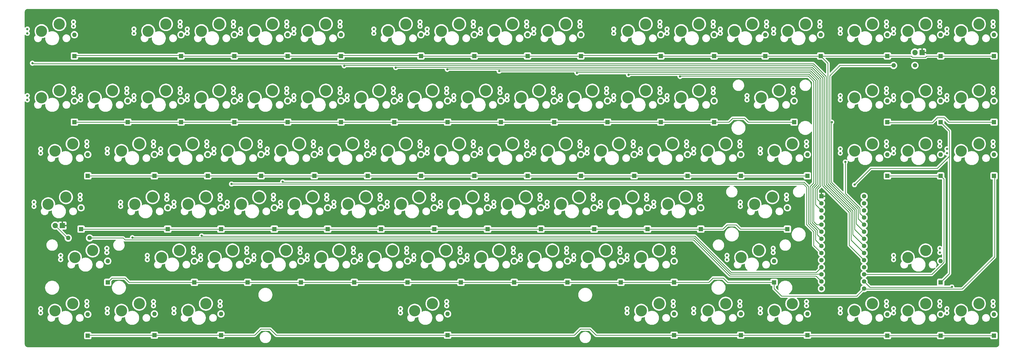
<source format=gbr>
%TF.GenerationSoftware,KiCad,Pcbnew,(6.0.1)*%
%TF.CreationDate,2022-02-19T02:25:24-05:00*%
%TF.ProjectId,TKL,544b4c2e-6b69-4636-9164-5f7063625858,rev?*%
%TF.SameCoordinates,Original*%
%TF.FileFunction,Copper,L1,Top*%
%TF.FilePolarity,Positive*%
%FSLAX46Y46*%
G04 Gerber Fmt 4.6, Leading zero omitted, Abs format (unit mm)*
G04 Created by KiCad (PCBNEW (6.0.1)) date 2022-02-19 02:25:24*
%MOMM*%
%LPD*%
G01*
G04 APERTURE LIST*
%TA.AperFunction,ComponentPad*%
%ADD10C,4.000000*%
%TD*%
%TA.AperFunction,ComponentPad*%
%ADD11C,0.800000*%
%TD*%
%TA.AperFunction,ComponentPad*%
%ADD12R,1.600000X1.600000*%
%TD*%
%TA.AperFunction,ComponentPad*%
%ADD13C,1.600000*%
%TD*%
%TA.AperFunction,ComponentPad*%
%ADD14R,1.905000X1.905000*%
%TD*%
%TA.AperFunction,ComponentPad*%
%ADD15C,1.905000*%
%TD*%
%TA.AperFunction,ComponentPad*%
%ADD16O,1.600000X1.600000*%
%TD*%
%TA.AperFunction,ViaPad*%
%ADD17C,0.800000*%
%TD*%
%TA.AperFunction,Conductor*%
%ADD18C,0.254000*%
%TD*%
G04 APERTURE END LIST*
D10*
%TO.P,MX80,1,COL*%
%TO.N,COL5*%
X171608750Y-199072500D03*
D11*
X166528750Y-198310500D03*
X166528750Y-199834500D03*
%TO.P,MX80,2,ROW*%
%TO.N,Net-(D80-Pad2)*%
X183038750Y-197294500D03*
X183038750Y-195770500D03*
D10*
X177958750Y-196532500D03*
%TD*%
%TO.P,MX33,2,ROW*%
%TO.N,Net-(D33-Pad2)*%
X49371250Y-139382500D03*
D11*
X54451250Y-138620500D03*
X54451250Y-140144500D03*
%TO.P,MX33,1,COL*%
%TO.N,COL0*%
X37941250Y-142684500D03*
X37941250Y-141160500D03*
D10*
X43021250Y-141922500D03*
%TD*%
D11*
%TO.P,MX59,2,ROW*%
%TO.N,Net-(D59-Pad2)*%
X254476250Y-159194500D03*
X254476250Y-157670500D03*
D10*
X249396250Y-158432500D03*
D11*
%TO.P,MX59,1,COL*%
%TO.N,COL10*%
X237966250Y-160210500D03*
D10*
X243046250Y-160972500D03*
D11*
X237966250Y-161734500D03*
%TD*%
%TO.P,MX81,2,ROW*%
%TO.N,Net-(D81-Pad2)*%
X264001250Y-197294500D03*
D10*
X258921250Y-196532500D03*
D11*
X264001250Y-195770500D03*
%TO.P,MX81,1,COL*%
%TO.N,COL9*%
X247491250Y-198310500D03*
X247491250Y-199834500D03*
D10*
X252571250Y-199072500D03*
%TD*%
D11*
%TO.P,MX68,2,ROW*%
%TO.N,Net-(D68-Pad2)*%
X149701250Y-176720500D03*
X149701250Y-178244500D03*
D10*
X144621250Y-177482500D03*
%TO.P,MX68,1,COL*%
%TO.N,COL4*%
X138271250Y-180022500D03*
D11*
X133191250Y-179260500D03*
X133191250Y-180784500D03*
%TD*%
%TO.P,MX31,2,ROW*%
%TO.N,Net-(D31-Pad2)*%
X340201250Y-119570500D03*
X340201250Y-121094500D03*
D10*
X335121250Y-120332500D03*
%TO.P,MX31,1,COL*%
%TO.N,COL14*%
X328771250Y-122872500D03*
D11*
X323691250Y-123634500D03*
X323691250Y-122110500D03*
%TD*%
%TO.P,MX71,2,ROW*%
%TO.N,Net-(D71-Pad2)*%
X206851250Y-178244500D03*
D10*
X201771250Y-177482500D03*
D11*
X206851250Y-176720500D03*
%TO.P,MX71,1,COL*%
%TO.N,COL7*%
X190341250Y-180784500D03*
X190341250Y-179260500D03*
D10*
X195421250Y-180022500D03*
%TD*%
D11*
%TO.P,MX11,2,ROW*%
%TO.N,Net-(D11-Pad2)*%
X278288750Y-95758000D03*
X278288750Y-97282000D03*
D10*
X273208750Y-96520000D03*
D11*
%TO.P,MX11,1,COL*%
%TO.N,COL10*%
X261778750Y-99822000D03*
D10*
X266858750Y-99060000D03*
D11*
X261778750Y-98298000D03*
%TD*%
%TO.P,MX76,2,ROW*%
%TO.N,Net-(D76-Pad2)*%
X378301250Y-140144500D03*
X378301250Y-138620500D03*
D10*
X373221250Y-139382500D03*
%TO.P,MX76,1,COL*%
%TO.N,COL15*%
X366871250Y-141922500D03*
D11*
X361791250Y-142684500D03*
X361791250Y-141160500D03*
%TD*%
D10*
%TO.P,MX6,2,ROW*%
%TO.N,Net-(D6-Pad2)*%
X168433750Y-96520000D03*
D11*
X173513750Y-97282000D03*
X173513750Y-95758000D03*
D10*
%TO.P,MX6,1,COL*%
%TO.N,COL5*%
X162083750Y-99060000D03*
D11*
X157003750Y-98298000D03*
X157003750Y-99822000D03*
%TD*%
%TO.P,MX61,2,ROW*%
%TO.N,Net-(D61-Pad2)*%
X304482500Y-159194500D03*
X304482500Y-157670500D03*
D10*
X299402500Y-158432500D03*
D11*
%TO.P,MX61,1,COL*%
%TO.N,COL12*%
X287972500Y-160210500D03*
D10*
X293052500Y-160972500D03*
D11*
X287972500Y-161734500D03*
%TD*%
D10*
%TO.P,MX37,2,ROW*%
%TO.N,Net-(D37-Pad2)*%
X130333750Y-139382500D03*
D11*
X135413750Y-138620500D03*
X135413750Y-140144500D03*
%TO.P,MX37,1,COL*%
%TO.N,COL4*%
X118903750Y-142684500D03*
D10*
X123983750Y-141922500D03*
D11*
X118903750Y-141160500D03*
%TD*%
%TO.P,MX66,2,ROW*%
%TO.N,Net-(D66-Pad2)*%
X111601250Y-176720500D03*
D10*
X106521250Y-177482500D03*
D11*
X111601250Y-178244500D03*
%TO.P,MX66,1,COL*%
%TO.N,COL2*%
X95091250Y-180784500D03*
D10*
X100171250Y-180022500D03*
D11*
X95091250Y-179260500D03*
%TD*%
%TO.P,MX72,2,ROW*%
%TO.N,Net-(D72-Pad2)*%
X225901250Y-178244500D03*
X225901250Y-176720500D03*
D10*
X220821250Y-177482500D03*
%TO.P,MX72,1,COL*%
%TO.N,COL8*%
X214471250Y-180022500D03*
D11*
X209391250Y-180784500D03*
X209391250Y-179260500D03*
%TD*%
D10*
%TO.P,MX79,2,ROW*%
%TO.N,Net-(D79-Pad2)*%
X96996250Y-196532500D03*
D11*
X102076250Y-195770500D03*
X102076250Y-197294500D03*
%TO.P,MX79,1,COL*%
%TO.N,COL2*%
X85566250Y-199834500D03*
X85566250Y-198310500D03*
D10*
X90646250Y-199072500D03*
%TD*%
D11*
%TO.P,MX26,2,ROW*%
%TO.N,Net-(D26-Pad2)*%
X221138750Y-119570500D03*
D10*
X216058750Y-120332500D03*
D11*
X221138750Y-121094500D03*
%TO.P,MX26,1,COL*%
%TO.N,COL9*%
X204628750Y-122110500D03*
D10*
X209708750Y-122872500D03*
D11*
X204628750Y-123634500D03*
%TD*%
D10*
%TO.P,MX22,2,ROW*%
%TO.N,Net-(D22-Pad2)*%
X139858750Y-120332500D03*
D11*
X144938750Y-119570500D03*
X144938750Y-121094500D03*
D10*
%TO.P,MX22,1,COL*%
%TO.N,COL5*%
X133508750Y-122872500D03*
D11*
X128428750Y-123634500D03*
X128428750Y-122110500D03*
%TD*%
%TO.P,MX64,2,ROW*%
%TO.N,Net-(D64-Pad2)*%
X61595000Y-178244500D03*
X61595000Y-176720500D03*
D10*
X56515000Y-177482500D03*
D11*
%TO.P,MX64,1,COL*%
%TO.N,COL0*%
X45085000Y-179260500D03*
X45085000Y-180784500D03*
D10*
X50165000Y-180022500D03*
%TD*%
D11*
%TO.P,MX28,2,ROW*%
%TO.N,Net-(D28-Pad2)*%
X259238750Y-119570500D03*
X259238750Y-121094500D03*
D10*
X254158750Y-120332500D03*
D11*
%TO.P,MX28,1,COL*%
%TO.N,COL11*%
X242728750Y-123634500D03*
X242728750Y-122110500D03*
D10*
X247808750Y-122872500D03*
%TD*%
D11*
%TO.P,MX27,2,ROW*%
%TO.N,Net-(D27-Pad2)*%
X240188750Y-119570500D03*
X240188750Y-121094500D03*
D10*
X235108750Y-120332500D03*
D11*
%TO.P,MX27,1,COL*%
%TO.N,COL10*%
X223678750Y-122110500D03*
X223678750Y-123634500D03*
D10*
X228758750Y-122872500D03*
%TD*%
D11*
%TO.P,MX29,2,ROW*%
%TO.N,Net-(D29-Pad2)*%
X278288750Y-121094500D03*
D10*
X273208750Y-120332500D03*
D11*
X278288750Y-119570500D03*
D10*
%TO.P,MX29,1,COL*%
%TO.N,COL12*%
X266858750Y-122872500D03*
D11*
X261778750Y-123634500D03*
X261778750Y-122110500D03*
%TD*%
%TO.P,MX65,2,ROW*%
%TO.N,Net-(D65-Pad2)*%
X92551250Y-176720500D03*
X92551250Y-178244500D03*
D10*
X87471250Y-177482500D03*
D11*
%TO.P,MX65,1,COL*%
%TO.N,COL1*%
X76041250Y-180784500D03*
X76041250Y-179260500D03*
D10*
X81121250Y-180022500D03*
%TD*%
D11*
%TO.P,MX54,2,ROW*%
%TO.N,Net-(D54-Pad2)*%
X159226250Y-159194500D03*
X159226250Y-157670500D03*
D10*
X154146250Y-158432500D03*
D11*
%TO.P,MX54,1,COL*%
%TO.N,COL5*%
X142716250Y-161734500D03*
D10*
X147796250Y-160972500D03*
D11*
X142716250Y-160210500D03*
%TD*%
D10*
%TO.P,MX42,2,ROW*%
%TO.N,Net-(D42-Pad2)*%
X225583750Y-139382500D03*
D11*
X230663750Y-138620500D03*
X230663750Y-140144500D03*
%TO.P,MX42,1,COL*%
%TO.N,COL9*%
X214153750Y-141160500D03*
X214153750Y-142684500D03*
D10*
X219233750Y-141922500D03*
%TD*%
%TO.P,MX16,2,ROW*%
%TO.N,Net-(D16-Pad2)*%
X373221250Y-96520000D03*
D11*
X378301250Y-95758000D03*
X378301250Y-97282000D03*
%TO.P,MX16,1,COL*%
%TO.N,COL15*%
X361791250Y-99822000D03*
X361791250Y-98298000D03*
D10*
X366871250Y-99060000D03*
%TD*%
D11*
%TO.P,MX5,2,ROW*%
%TO.N,Net-(D5-Pad2)*%
X144938750Y-95758000D03*
X144938750Y-97282000D03*
D10*
X139858750Y-96520000D03*
D11*
%TO.P,MX5,1,COL*%
%TO.N,COL4*%
X128428750Y-99822000D03*
X128428750Y-98298000D03*
D10*
X133508750Y-99060000D03*
%TD*%
D11*
%TO.P,MX24,2,ROW*%
%TO.N,Net-(D24-Pad2)*%
X183038750Y-119570500D03*
X183038750Y-121094500D03*
D10*
X177958750Y-120332500D03*
D11*
%TO.P,MX24,1,COL*%
%TO.N,COL7*%
X166528750Y-122110500D03*
D10*
X171608750Y-122872500D03*
D11*
X166528750Y-123634500D03*
%TD*%
D10*
%TO.P,MX56,2,ROW*%
%TO.N,Net-(D56-Pad2)*%
X192246250Y-158432500D03*
D11*
X197326250Y-159194500D03*
X197326250Y-157670500D03*
D10*
%TO.P,MX56,1,COL*%
%TO.N,COL7*%
X185896250Y-160972500D03*
D11*
X180816250Y-161734500D03*
X180816250Y-160210500D03*
%TD*%
%TO.P,MX12,2,ROW*%
%TO.N,Net-(D12-Pad2)*%
X297338750Y-95758000D03*
X297338750Y-97282000D03*
D10*
X292258750Y-96520000D03*
D11*
%TO.P,MX12,1,COL*%
%TO.N,COL11*%
X280828750Y-98298000D03*
X280828750Y-99822000D03*
D10*
X285908750Y-99060000D03*
%TD*%
%TO.P,MX30,2,ROW*%
%TO.N,Net-(D30-Pad2)*%
X301783750Y-120332500D03*
D11*
X306863750Y-121094500D03*
X306863750Y-119570500D03*
%TO.P,MX30,1,COL*%
%TO.N,COL13*%
X290353750Y-123634500D03*
D10*
X295433750Y-122872500D03*
D11*
X290353750Y-122110500D03*
%TD*%
%TO.P,MX55,2,ROW*%
%TO.N,Net-(D55-Pad2)*%
X178276250Y-159194500D03*
D10*
X173196250Y-158432500D03*
D11*
X178276250Y-157670500D03*
%TO.P,MX55,1,COL*%
%TO.N,COL6*%
X161766250Y-161734500D03*
D10*
X166846250Y-160972500D03*
D11*
X161766250Y-160210500D03*
%TD*%
%TO.P,MX73,2,ROW*%
%TO.N,Net-(D73-Pad2)*%
X244951250Y-178244500D03*
X244951250Y-176720500D03*
D10*
X239871250Y-177482500D03*
D11*
%TO.P,MX73,1,COL*%
%TO.N,COL9*%
X228441250Y-180784500D03*
D10*
X233521250Y-180022500D03*
D11*
X228441250Y-179260500D03*
%TD*%
%TO.P,MX48,2,ROW*%
%TO.N,Net-(D48-Pad2)*%
X359251250Y-140144500D03*
D10*
X354171250Y-139382500D03*
D11*
X359251250Y-138620500D03*
D10*
%TO.P,MX48,1,COL*%
%TO.N,COL15*%
X347821250Y-141922500D03*
D11*
X342741250Y-142684500D03*
X342741250Y-141160500D03*
%TD*%
D10*
%TO.P,MX14,2,ROW*%
%TO.N,Net-(D14-Pad2)*%
X335121250Y-96520000D03*
D11*
X340201250Y-97282000D03*
X340201250Y-95758000D03*
%TO.P,MX14,1,COL*%
%TO.N,COL13*%
X323691250Y-99822000D03*
X323691250Y-98298000D03*
D10*
X328771250Y-99060000D03*
%TD*%
D11*
%TO.P,MX34,2,ROW*%
%TO.N,Net-(D34-Pad2)*%
X78263750Y-140144500D03*
D10*
X73183750Y-139382500D03*
D11*
X78263750Y-138620500D03*
%TO.P,MX34,1,COL*%
%TO.N,COL1*%
X61753750Y-141160500D03*
D10*
X66833750Y-141922500D03*
D11*
X61753750Y-142684500D03*
%TD*%
%TO.P,MX20,2,ROW*%
%TO.N,Net-(D20-Pad2)*%
X106838750Y-121094500D03*
D10*
X101758750Y-120332500D03*
D11*
X106838750Y-119570500D03*
%TO.P,MX20,1,COL*%
%TO.N,COL3*%
X90328750Y-123634500D03*
D10*
X95408750Y-122872500D03*
D11*
X90328750Y-122110500D03*
%TD*%
%TO.P,MX43,2,ROW*%
%TO.N,Net-(D43-Pad2)*%
X249713750Y-138620500D03*
X249713750Y-140144500D03*
D10*
X244633750Y-139382500D03*
%TO.P,MX43,1,COL*%
%TO.N,COL10*%
X238283750Y-141922500D03*
D11*
X233203750Y-142684500D03*
X233203750Y-141160500D03*
%TD*%
D10*
%TO.P,MX67,2,ROW*%
%TO.N,Net-(D67-Pad2)*%
X125571250Y-177482500D03*
D11*
X130651250Y-178244500D03*
X130651250Y-176720500D03*
%TO.P,MX67,1,COL*%
%TO.N,COL3*%
X114141250Y-179260500D03*
X114141250Y-180784500D03*
D10*
X119221250Y-180022500D03*
%TD*%
D11*
%TO.P,MX70,2,ROW*%
%TO.N,Net-(D70-Pad2)*%
X187801250Y-178244500D03*
X187801250Y-176720500D03*
D10*
X182721250Y-177482500D03*
D11*
%TO.P,MX70,1,COL*%
%TO.N,COL6*%
X171291250Y-180784500D03*
X171291250Y-179260500D03*
D10*
X176371250Y-180022500D03*
%TD*%
D11*
%TO.P,MX9,2,ROW*%
%TO.N,Net-(D9-Pad2)*%
X230663750Y-97282000D03*
D10*
X225583750Y-96520000D03*
D11*
X230663750Y-95758000D03*
%TO.P,MX9,1,COL*%
%TO.N,COL8*%
X214153750Y-99822000D03*
D10*
X219233750Y-99060000D03*
D11*
X214153750Y-98298000D03*
%TD*%
%TO.P,MX45,2,ROW*%
%TO.N,Net-(D45-Pad2)*%
X287813750Y-140144500D03*
D10*
X282733750Y-139382500D03*
D11*
X287813750Y-138620500D03*
D10*
%TO.P,MX45,1,COL*%
%TO.N,COL12*%
X276383750Y-141922500D03*
D11*
X271303750Y-141160500D03*
X271303750Y-142684500D03*
%TD*%
%TO.P,MX32,2,ROW*%
%TO.N,Net-(D32-Pad2)*%
X378301250Y-121094500D03*
X378301250Y-119570500D03*
D10*
X373221250Y-120332500D03*
D11*
%TO.P,MX32,1,COL*%
%TO.N,COL15*%
X361791250Y-123634500D03*
X361791250Y-122110500D03*
D10*
X366871250Y-122872500D03*
%TD*%
D11*
%TO.P,MX39,2,ROW*%
%TO.N,Net-(D39-Pad2)*%
X173513750Y-138620500D03*
D10*
X168433750Y-139382500D03*
D11*
X173513750Y-140144500D03*
D10*
%TO.P,MX39,1,COL*%
%TO.N,COL6*%
X162083750Y-141922500D03*
D11*
X157003750Y-141160500D03*
X157003750Y-142684500D03*
%TD*%
D10*
%TO.P,MX3,2,ROW*%
%TO.N,Net-(D3-Pad2)*%
X101758750Y-96520000D03*
D11*
X106838750Y-97282000D03*
X106838750Y-95758000D03*
%TO.P,MX3,1,COL*%
%TO.N,COL2*%
X90328750Y-99822000D03*
X90328750Y-98298000D03*
D10*
X95408750Y-99060000D03*
%TD*%
D11*
%TO.P,MX41,2,ROW*%
%TO.N,Net-(D41-Pad2)*%
X211613750Y-140144500D03*
X211613750Y-138620500D03*
D10*
X206533750Y-139382500D03*
D11*
%TO.P,MX41,1,COL*%
%TO.N,COL8*%
X195103750Y-142684500D03*
D10*
X200183750Y-141922500D03*
D11*
X195103750Y-141160500D03*
%TD*%
%TO.P,MX50,2,ROW*%
%TO.N,Net-(D50-Pad2)*%
X83026250Y-159194500D03*
X83026250Y-157670500D03*
D10*
X77946250Y-158432500D03*
D11*
%TO.P,MX50,1,COL*%
%TO.N,COL1*%
X66516250Y-160210500D03*
D10*
X71596250Y-160972500D03*
D11*
X66516250Y-161734500D03*
%TD*%
%TO.P,MX2,2,ROW*%
%TO.N,Net-(D2-Pad2)*%
X87788750Y-97282000D03*
D10*
X82708750Y-96520000D03*
D11*
X87788750Y-95758000D03*
D10*
%TO.P,MX2,1,COL*%
%TO.N,COL1*%
X76358750Y-99060000D03*
D11*
X71278750Y-99822000D03*
X71278750Y-98298000D03*
%TD*%
%TO.P,MX46,2,ROW*%
%TO.N,Net-(D46-Pad2)*%
X311626250Y-140144500D03*
X311626250Y-138620500D03*
D10*
X306546250Y-139382500D03*
%TO.P,MX46,1,COL*%
%TO.N,COL13*%
X300196250Y-141922500D03*
D11*
X295116250Y-142684500D03*
X295116250Y-141160500D03*
%TD*%
D12*
%TO.P,U1,1,GND*%
%TO.N,GND*%
X316960250Y-158115000D03*
D13*
%TO.P,U1,2,0_RX1_Touch*%
%TO.N,COL7*%
X316960250Y-160655000D03*
%TO.P,U1,3,1_TX1_Touch*%
%TO.N,COL8*%
X316960250Y-163195000D03*
%TO.P,U1,4,2*%
%TO.N,ROW3*%
X316960250Y-165735000D03*
%TO.P,U1,5,3_TX_PWM*%
%TO.N,COL9*%
X316960250Y-168275000D03*
%TO.P,U1,6,4_RX_PWM*%
%TO.N,COL10*%
X316960250Y-170815000D03*
%TO.P,U1,7,5_TX1_PWM*%
%TO.N,COL11*%
X316960250Y-173355000D03*
%TO.P,U1,8,6_PWM*%
%TO.N,COL4*%
X316960250Y-175895000D03*
%TO.P,U1,9,7_RX3_DOUT*%
%TO.N,COL3*%
X316960250Y-178435000D03*
%TO.P,U1,10,8_TX3_DIN*%
%TO.N,COL12*%
X316960250Y-180975000D03*
%TO.P,U1,11,9_RX2_CS_PWM*%
%TO.N,COL2*%
X316960250Y-183515000D03*
%TO.P,U1,12,10_TX2_CS_PWM*%
%TO.N,COL1*%
X316960250Y-186055000D03*
%TO.P,U1,13,11_DOUT*%
%TO.N,LED0*%
X316960250Y-188595000D03*
%TO.P,U1,14,12_DIN*%
%TO.N,ROW5*%
X316960250Y-191135000D03*
%TO.P,U1,20,13_LED_SCK*%
%TO.N,ROW4*%
X332200250Y-191135000D03*
%TO.P,U1,21,14_A0_SCK*%
%TO.N,COL15*%
X332200250Y-188595000D03*
%TO.P,U1,22,15_A1_CS_Touch*%
%TO.N,ROW2*%
X332200250Y-186055000D03*
%TO.P,U1,23,16_A2_SCL0_Touch*%
%TO.N,COL13*%
X332200250Y-183515000D03*
%TO.P,U1,24,17_A3_SDA0_Touch*%
%TO.N,COL6*%
X332200250Y-180975000D03*
%TO.P,U1,25,18_A4_SDA0_Touch*%
%TO.N,COL5*%
X332200250Y-178435000D03*
%TO.P,U1,26,19_A5_SCL0_Touch*%
%TO.N,COL0*%
X332200250Y-175895000D03*
%TO.P,U1,27,20_A6_CS_PWM*%
%TO.N,ROW0*%
X332200250Y-173355000D03*
%TO.P,U1,28,21_A7_RX1_CS_PWM*%
%TO.N,LED1*%
X332200250Y-170815000D03*
%TO.P,U1,29,22_A8_Touch_PWM*%
%TO.N,ROW1*%
X332200250Y-168275000D03*
%TO.P,U1,30,23_A9_Touch_PWM*%
%TO.N,COL14*%
X332200250Y-165735000D03*
%TO.P,U1,31,3.3V*%
%TO.N,unconnected-(U1-Pad31)*%
X332200250Y-163195000D03*
%TO.P,U1,32,AGND*%
%TO.N,unconnected-(U1-Pad32)*%
X332200250Y-160655000D03*
%TO.P,U1,33,Vin*%
%TO.N,unconnected-(U1-Pad33)*%
X332200250Y-158115000D03*
%TD*%
D10*
%TO.P,MX77,2,ROW*%
%TO.N,Net-(D77-Pad2)*%
X49371250Y-196532500D03*
D11*
X54451250Y-195770500D03*
X54451250Y-197294500D03*
%TO.P,MX77,1,COL*%
%TO.N,COL0*%
X37941250Y-198310500D03*
D10*
X43021250Y-199072500D03*
D11*
X37941250Y-199834500D03*
%TD*%
%TO.P,MX19,2,ROW*%
%TO.N,Net-(D19-Pad2)*%
X87788750Y-119570500D03*
D10*
X82708750Y-120332500D03*
D11*
X87788750Y-121094500D03*
%TO.P,MX19,1,COL*%
%TO.N,COL2*%
X71278750Y-123634500D03*
D10*
X76358750Y-122872500D03*
D11*
X71278750Y-122110500D03*
%TD*%
%TO.P,MX78,2,ROW*%
%TO.N,Net-(D78-Pad2)*%
X78263750Y-197294500D03*
X78263750Y-195770500D03*
D10*
X73183750Y-196532500D03*
D11*
%TO.P,MX78,1,COL*%
%TO.N,COL1*%
X61753750Y-199834500D03*
X61753750Y-198310500D03*
D10*
X66833750Y-199072500D03*
%TD*%
D14*
%TO.P,MX15,4,LEDGND*%
%TO.N,GND*%
X352901250Y-106680000D03*
D15*
%TO.P,MX15,3,LED*%
%TO.N,Net-(MX15-Pad3)*%
X350361250Y-106680000D03*
D11*
%TO.P,MX15,2,ROW*%
%TO.N,Net-(D15-Pad2)*%
X359251250Y-95758000D03*
X359251250Y-97282000D03*
D10*
X354171250Y-96520000D03*
D11*
%TO.P,MX15,1,COL*%
%TO.N,COL14*%
X342741250Y-98298000D03*
X342741250Y-99822000D03*
D10*
X347821250Y-99060000D03*
%TD*%
%TO.P,MX44,2,ROW*%
%TO.N,Net-(D44-Pad2)*%
X263683750Y-139382500D03*
D11*
X268763750Y-140144500D03*
X268763750Y-138620500D03*
%TO.P,MX44,1,COL*%
%TO.N,COL11*%
X252253750Y-141160500D03*
X252253750Y-142684500D03*
D10*
X257333750Y-141922500D03*
%TD*%
D11*
%TO.P,MX75,2,ROW*%
%TO.N,Net-(D75-Pad2)*%
X299720000Y-176720500D03*
X299720000Y-178244500D03*
D10*
X294640000Y-177482500D03*
D11*
%TO.P,MX75,1,COL*%
%TO.N,COL11*%
X283210000Y-180784500D03*
D10*
X288290000Y-180022500D03*
D11*
X283210000Y-179260500D03*
%TD*%
%TO.P,MX85,2,ROW*%
%TO.N,Net-(D85-Pad2)*%
X359251250Y-197294500D03*
D10*
X354171250Y-196532500D03*
D11*
X359251250Y-195770500D03*
%TO.P,MX85,1,COL*%
%TO.N,COL13*%
X342741250Y-198310500D03*
D10*
X347821250Y-199072500D03*
D11*
X342741250Y-199834500D03*
%TD*%
D10*
%TO.P,MX7,2,ROW*%
%TO.N,Net-(D7-Pad2)*%
X187483750Y-96520000D03*
D11*
X192563750Y-95758000D03*
X192563750Y-97282000D03*
%TO.P,MX7,1,COL*%
%TO.N,COL6*%
X176053750Y-99822000D03*
X176053750Y-98298000D03*
D10*
X181133750Y-99060000D03*
%TD*%
D11*
%TO.P,MX60,2,ROW*%
%TO.N,Net-(D60-Pad2)*%
X273526250Y-159194500D03*
D10*
X268446250Y-158432500D03*
D11*
X273526250Y-157670500D03*
D10*
%TO.P,MX60,1,COL*%
%TO.N,COL11*%
X262096250Y-160972500D03*
D11*
X257016250Y-161734500D03*
X257016250Y-160210500D03*
%TD*%
D10*
%TO.P,MX40,2,ROW*%
%TO.N,Net-(D40-Pad2)*%
X187483750Y-139382500D03*
D11*
X192563750Y-140144500D03*
X192563750Y-138620500D03*
%TO.P,MX40,1,COL*%
%TO.N,COL7*%
X176053750Y-141160500D03*
X176053750Y-142684500D03*
D10*
X181133750Y-141922500D03*
%TD*%
%TO.P,MX84,2,ROW*%
%TO.N,Net-(D84-Pad2)*%
X335121250Y-196532500D03*
D11*
X340201250Y-195770500D03*
X340201250Y-197294500D03*
%TO.P,MX84,1,COL*%
%TO.N,COL12*%
X323691250Y-198310500D03*
D10*
X328771250Y-199072500D03*
D11*
X323691250Y-199834500D03*
%TD*%
%TO.P,MX21,2,ROW*%
%TO.N,Net-(D21-Pad2)*%
X125888750Y-119570500D03*
X125888750Y-121094500D03*
D10*
X120808750Y-120332500D03*
D11*
%TO.P,MX21,1,COL*%
%TO.N,COL4*%
X109378750Y-122110500D03*
D10*
X114458750Y-122872500D03*
D11*
X109378750Y-123634500D03*
%TD*%
D14*
%TO.P,MX49,4,LEDGND*%
%TO.N,GND*%
X45720000Y-168592500D03*
D15*
%TO.P,MX49,3,LED*%
%TO.N,Net-(MX49-Pad3)*%
X43180000Y-168592500D03*
D10*
%TO.P,MX49,2,ROW*%
%TO.N,Net-(D49-Pad2)*%
X46990000Y-158432500D03*
D11*
X52070000Y-157670500D03*
X52070000Y-159194500D03*
D10*
%TO.P,MX49,1,COL*%
%TO.N,COL0*%
X40640000Y-160972500D03*
D11*
X35560000Y-160210500D03*
X35560000Y-161734500D03*
%TD*%
%TO.P,MX4,2,ROW*%
%TO.N,Net-(D4-Pad2)*%
X125888750Y-95758000D03*
X125888750Y-97282000D03*
D10*
X120808750Y-96520000D03*
D11*
%TO.P,MX4,1,COL*%
%TO.N,COL3*%
X109378750Y-98298000D03*
X109378750Y-99822000D03*
D10*
X114458750Y-99060000D03*
%TD*%
D11*
%TO.P,MX1,2,ROW*%
%TO.N,Net-(D1-Pad2)*%
X49688750Y-95758000D03*
X49688750Y-97282000D03*
D10*
X44608750Y-96520000D03*
D11*
%TO.P,MX1,1,COL*%
%TO.N,COL0*%
X33178750Y-99822000D03*
X33178750Y-98298000D03*
D10*
X38258750Y-99060000D03*
%TD*%
%TO.P,MX23,2,ROW*%
%TO.N,Net-(D23-Pad2)*%
X158908750Y-120332500D03*
D11*
X163988750Y-119570500D03*
X163988750Y-121094500D03*
%TO.P,MX23,1,COL*%
%TO.N,COL6*%
X147478750Y-122110500D03*
X147478750Y-123634500D03*
D10*
X152558750Y-122872500D03*
%TD*%
D11*
%TO.P,MX13,2,ROW*%
%TO.N,Net-(D13-Pad2)*%
X316388750Y-95758000D03*
X316388750Y-97282000D03*
D10*
X311308750Y-96520000D03*
%TO.P,MX13,1,COL*%
%TO.N,COL12*%
X304958750Y-99060000D03*
D11*
X299878750Y-99822000D03*
X299878750Y-98298000D03*
%TD*%
D10*
%TO.P,MX38,2,ROW*%
%TO.N,Net-(D38-Pad2)*%
X149383750Y-139382500D03*
D11*
X154463750Y-140144500D03*
X154463750Y-138620500D03*
%TO.P,MX38,1,COL*%
%TO.N,COL5*%
X137953750Y-142684500D03*
X137953750Y-141160500D03*
D10*
X143033750Y-141922500D03*
%TD*%
D11*
%TO.P,MX63,2,ROW*%
%TO.N,Net-(D63-Pad2)*%
X359251250Y-121094500D03*
D10*
X354171250Y-120332500D03*
D11*
X359251250Y-119570500D03*
%TO.P,MX63,1,COL*%
%TO.N,COL14*%
X342741250Y-122110500D03*
D10*
X347821250Y-122872500D03*
D11*
X342741250Y-123634500D03*
%TD*%
%TO.P,MX83,2,ROW*%
%TO.N,Net-(D83-Pad2)*%
X311626250Y-195770500D03*
X311626250Y-197294500D03*
D10*
X306546250Y-196532500D03*
D11*
%TO.P,MX83,1,COL*%
%TO.N,COL11*%
X295116250Y-199834500D03*
X295116250Y-198310500D03*
D10*
X300196250Y-199072500D03*
%TD*%
D11*
%TO.P,MX8,2,ROW*%
%TO.N,Net-(D8-Pad2)*%
X211613750Y-97282000D03*
D10*
X206533750Y-96520000D03*
D11*
X211613750Y-95758000D03*
%TO.P,MX8,1,COL*%
%TO.N,COL7*%
X195103750Y-99822000D03*
X195103750Y-98298000D03*
D10*
X200183750Y-99060000D03*
%TD*%
%TO.P,MX47,2,ROW*%
%TO.N,Net-(D47-Pad2)*%
X335121250Y-139382500D03*
D11*
X340201250Y-140144500D03*
X340201250Y-138620500D03*
%TO.P,MX47,1,COL*%
%TO.N,COL14*%
X323691250Y-142684500D03*
X323691250Y-141160500D03*
D10*
X328771250Y-141922500D03*
%TD*%
D11*
%TO.P,MX57,2,ROW*%
%TO.N,Net-(D57-Pad2)*%
X216376250Y-159194500D03*
D10*
X211296250Y-158432500D03*
D11*
X216376250Y-157670500D03*
%TO.P,MX57,1,COL*%
%TO.N,COL8*%
X199866250Y-160210500D03*
X199866250Y-161734500D03*
D10*
X204946250Y-160972500D03*
%TD*%
%TO.P,MX82,2,ROW*%
%TO.N,Net-(D82-Pad2)*%
X282733750Y-196532500D03*
D11*
X287813750Y-195770500D03*
X287813750Y-197294500D03*
%TO.P,MX82,1,COL*%
%TO.N,COL10*%
X271303750Y-199834500D03*
X271303750Y-198310500D03*
D10*
X276383750Y-199072500D03*
%TD*%
%TO.P,MX10,2,ROW*%
%TO.N,Net-(D10-Pad2)*%
X254158750Y-96520000D03*
D11*
X259238750Y-97282000D03*
X259238750Y-95758000D03*
%TO.P,MX10,1,COL*%
%TO.N,COL9*%
X242728750Y-98298000D03*
D10*
X247808750Y-99060000D03*
D11*
X242728750Y-99822000D03*
%TD*%
%TO.P,MX62,2,ROW*%
%TO.N,Net-(D62-Pad2)*%
X359251250Y-178244500D03*
D10*
X354171250Y-177482500D03*
D11*
X359251250Y-176720500D03*
%TO.P,MX62,1,COL*%
%TO.N,COL13*%
X342741250Y-180784500D03*
D10*
X347821250Y-180022500D03*
D11*
X342741250Y-179260500D03*
%TD*%
D10*
%TO.P,MX36,2,ROW*%
%TO.N,Net-(D36-Pad2)*%
X111283750Y-139382500D03*
D11*
X116363750Y-138620500D03*
X116363750Y-140144500D03*
%TO.P,MX36,1,COL*%
%TO.N,COL3*%
X99853750Y-141160500D03*
X99853750Y-142684500D03*
D10*
X104933750Y-141922500D03*
%TD*%
%TO.P,MX52,2,ROW*%
%TO.N,Net-(D52-Pad2)*%
X116046250Y-158432500D03*
D11*
X121126250Y-159194500D03*
X121126250Y-157670500D03*
%TO.P,MX52,1,COL*%
%TO.N,COL3*%
X104616250Y-160210500D03*
X104616250Y-161734500D03*
D10*
X109696250Y-160972500D03*
%TD*%
D11*
%TO.P,MX25,2,ROW*%
%TO.N,Net-(D25-Pad2)*%
X202088750Y-121094500D03*
X202088750Y-119570500D03*
D10*
X197008750Y-120332500D03*
D11*
%TO.P,MX25,1,COL*%
%TO.N,COL8*%
X185578750Y-122110500D03*
D10*
X190658750Y-122872500D03*
D11*
X185578750Y-123634500D03*
%TD*%
%TO.P,MX35,2,ROW*%
%TO.N,Net-(D35-Pad2)*%
X97313750Y-138620500D03*
X97313750Y-140144500D03*
D10*
X92233750Y-139382500D03*
D11*
%TO.P,MX35,1,COL*%
%TO.N,COL2*%
X80803750Y-142684500D03*
X80803750Y-141160500D03*
D10*
X85883750Y-141922500D03*
%TD*%
D11*
%TO.P,MX17,2,ROW*%
%TO.N,Net-(D17-Pad2)*%
X49688750Y-121094500D03*
X49688750Y-119570500D03*
D10*
X44608750Y-120332500D03*
%TO.P,MX17,1,COL*%
%TO.N,COL0*%
X38258750Y-122872500D03*
D11*
X33178750Y-122110500D03*
X33178750Y-123634500D03*
%TD*%
D10*
%TO.P,MX69,2,ROW*%
%TO.N,Net-(D69-Pad2)*%
X163671250Y-177482500D03*
D11*
X168751250Y-176720500D03*
X168751250Y-178244500D03*
%TO.P,MX69,1,COL*%
%TO.N,COL5*%
X152241250Y-180784500D03*
X152241250Y-179260500D03*
D10*
X157321250Y-180022500D03*
%TD*%
D11*
%TO.P,MX86,2,ROW*%
%TO.N,Net-(D86-Pad2)*%
X378301250Y-195770500D03*
X378301250Y-197294500D03*
D10*
X373221250Y-196532500D03*
D11*
%TO.P,MX86,1,COL*%
%TO.N,COL15*%
X361791250Y-199834500D03*
D10*
X366871250Y-199072500D03*
D11*
X361791250Y-198310500D03*
%TD*%
%TO.P,MX74,2,ROW*%
%TO.N,Net-(D74-Pad2)*%
X264001250Y-178244500D03*
X264001250Y-176720500D03*
D10*
X258921250Y-177482500D03*
D11*
%TO.P,MX74,1,COL*%
%TO.N,COL10*%
X247491250Y-179260500D03*
D10*
X252571250Y-180022500D03*
D11*
X247491250Y-180784500D03*
%TD*%
%TO.P,MX18,2,ROW*%
%TO.N,Net-(D18-Pad2)*%
X68738750Y-121094500D03*
X68738750Y-119570500D03*
D10*
X63658750Y-120332500D03*
%TO.P,MX18,1,COL*%
%TO.N,COL1*%
X57308750Y-122872500D03*
D11*
X52228750Y-123634500D03*
X52228750Y-122110500D03*
%TD*%
D10*
%TO.P,MX58,2,ROW*%
%TO.N,Net-(D58-Pad2)*%
X230346250Y-158432500D03*
D11*
X235426250Y-159194500D03*
X235426250Y-157670500D03*
%TO.P,MX58,1,COL*%
%TO.N,COL9*%
X218916250Y-160210500D03*
D10*
X223996250Y-160972500D03*
D11*
X218916250Y-161734500D03*
%TD*%
%TO.P,MX51,2,ROW*%
%TO.N,Net-(D51-Pad2)*%
X102076250Y-157670500D03*
X102076250Y-159194500D03*
D10*
X96996250Y-158432500D03*
D11*
%TO.P,MX51,1,COL*%
%TO.N,COL2*%
X85566250Y-161734500D03*
X85566250Y-160210500D03*
D10*
X90646250Y-160972500D03*
%TD*%
%TO.P,MX53,2,ROW*%
%TO.N,Net-(D53-Pad2)*%
X135096250Y-158432500D03*
D11*
X140176250Y-157670500D03*
X140176250Y-159194500D03*
D10*
%TO.P,MX53,1,COL*%
%TO.N,COL4*%
X128746250Y-160972500D03*
D11*
X123666250Y-160210500D03*
X123666250Y-161734500D03*
%TD*%
D12*
%TO.P,D39,1,K*%
%TO.N,ROW2*%
X173831250Y-150812500D03*
D16*
%TO.P,D39,2,A*%
%TO.N,Net-(D39-Pad2)*%
X173831250Y-143192500D03*
%TD*%
D12*
%TO.P,D36,1,K*%
%TO.N,ROW2*%
X116681250Y-150812500D03*
D16*
%TO.P,D36,2,A*%
%TO.N,Net-(D36-Pad2)*%
X116681250Y-143192500D03*
%TD*%
D12*
%TO.P,D24,1,K*%
%TO.N,ROW1*%
X183356250Y-131603750D03*
D16*
%TO.P,D24,2,A*%
%TO.N,Net-(D24-Pad2)*%
X183356250Y-123983750D03*
%TD*%
D12*
%TO.P,D73,1,K*%
%TO.N,ROW4*%
X245268750Y-188912500D03*
D16*
%TO.P,D73,2,A*%
%TO.N,Net-(D73-Pad2)*%
X245268750Y-181292500D03*
%TD*%
D12*
%TO.P,D41,1,K*%
%TO.N,ROW2*%
X211931250Y-150812500D03*
D16*
%TO.P,D41,2,A*%
%TO.N,Net-(D41-Pad2)*%
X211931250Y-143192500D03*
%TD*%
D12*
%TO.P,D7,1,K*%
%TO.N,ROW0*%
X192881250Y-107950000D03*
D16*
%TO.P,D7,2,A*%
%TO.N,Net-(D7-Pad2)*%
X192881250Y-100330000D03*
%TD*%
D12*
%TO.P,D28,1,K*%
%TO.N,ROW1*%
X259556250Y-131603750D03*
D16*
%TO.P,D28,2,A*%
%TO.N,Net-(D28-Pad2)*%
X259556250Y-123983750D03*
%TD*%
D12*
%TO.P,D57,1,K*%
%TO.N,ROW3*%
X216693750Y-169862500D03*
D16*
%TO.P,D57,2,A*%
%TO.N,Net-(D57-Pad2)*%
X216693750Y-162242500D03*
%TD*%
D12*
%TO.P,D21,1,K*%
%TO.N,ROW1*%
X126206250Y-131603750D03*
D16*
%TO.P,D21,2,A*%
%TO.N,Net-(D21-Pad2)*%
X126206250Y-123983750D03*
%TD*%
D12*
%TO.P,D75,1,K*%
%TO.N,ROW4*%
X300037500Y-188912500D03*
D16*
%TO.P,D75,2,A*%
%TO.N,Net-(D75-Pad2)*%
X300037500Y-181292500D03*
%TD*%
D12*
%TO.P,D72,1,K*%
%TO.N,ROW4*%
X226218750Y-188912500D03*
D16*
%TO.P,D72,2,A*%
%TO.N,Net-(D72-Pad2)*%
X226218750Y-181292500D03*
%TD*%
D12*
%TO.P,D37,1,K*%
%TO.N,ROW2*%
X135731250Y-150812500D03*
D16*
%TO.P,D37,2,A*%
%TO.N,Net-(D37-Pad2)*%
X135731250Y-143192500D03*
%TD*%
D12*
%TO.P,D60,1,K*%
%TO.N,ROW3*%
X273843750Y-169862500D03*
D16*
%TO.P,D60,2,A*%
%TO.N,Net-(D60-Pad2)*%
X273843750Y-162242500D03*
%TD*%
D12*
%TO.P,D27,1,K*%
%TO.N,ROW1*%
X240506250Y-131603750D03*
D16*
%TO.P,D27,2,A*%
%TO.N,Net-(D27-Pad2)*%
X240506250Y-123983750D03*
%TD*%
D12*
%TO.P,D77,1,K*%
%TO.N,ROW5*%
X54768750Y-207962500D03*
D16*
%TO.P,D77,2,A*%
%TO.N,Net-(D77-Pad2)*%
X54768750Y-200342500D03*
%TD*%
D12*
%TO.P,D5,1,K*%
%TO.N,ROW0*%
X145256250Y-107950000D03*
D16*
%TO.P,D5,2,A*%
%TO.N,Net-(D5-Pad2)*%
X145256250Y-100330000D03*
%TD*%
D12*
%TO.P,D46,1,K*%
%TO.N,ROW2*%
X311943750Y-150812500D03*
D16*
%TO.P,D46,2,A*%
%TO.N,Net-(D46-Pad2)*%
X311943750Y-143192500D03*
%TD*%
D12*
%TO.P,D86,1,K*%
%TO.N,ROW5*%
X378618750Y-207962500D03*
D16*
%TO.P,D86,2,A*%
%TO.N,Net-(D86-Pad2)*%
X378618750Y-200342500D03*
%TD*%
D12*
%TO.P,D64,1,K*%
%TO.N,ROW4*%
X61912500Y-188912500D03*
D16*
%TO.P,D64,2,A*%
%TO.N,Net-(D64-Pad2)*%
X61912500Y-181292500D03*
%TD*%
D12*
%TO.P,D44,1,K*%
%TO.N,ROW2*%
X269081250Y-150812500D03*
D16*
%TO.P,D44,2,A*%
%TO.N,Net-(D44-Pad2)*%
X269081250Y-143192500D03*
%TD*%
D12*
%TO.P,D59,1,K*%
%TO.N,ROW3*%
X254793750Y-169862500D03*
D16*
%TO.P,D59,2,A*%
%TO.N,Net-(D59-Pad2)*%
X254793750Y-162242500D03*
%TD*%
D12*
%TO.P,D1,1,K*%
%TO.N,ROW0*%
X50006250Y-107950000D03*
D16*
%TO.P,D1,2,A*%
%TO.N,Net-(D1-Pad2)*%
X50006250Y-100330000D03*
%TD*%
D12*
%TO.P,D30,1,K*%
%TO.N,ROW1*%
X307181250Y-131603750D03*
D16*
%TO.P,D30,2,A*%
%TO.N,Net-(D30-Pad2)*%
X307181250Y-123983750D03*
%TD*%
D12*
%TO.P,D61,1,K*%
%TO.N,ROW3*%
X304800000Y-169862500D03*
D16*
%TO.P,D61,2,A*%
%TO.N,Net-(D61-Pad2)*%
X304800000Y-162242500D03*
%TD*%
D12*
%TO.P,D19,1,K*%
%TO.N,ROW1*%
X88106250Y-131603750D03*
D16*
%TO.P,D19,2,A*%
%TO.N,Net-(D19-Pad2)*%
X88106250Y-123983750D03*
%TD*%
D12*
%TO.P,D25,1,K*%
%TO.N,ROW1*%
X202406250Y-131603750D03*
D16*
%TO.P,D25,2,A*%
%TO.N,Net-(D25-Pad2)*%
X202406250Y-123983750D03*
%TD*%
D12*
%TO.P,D3,1,K*%
%TO.N,ROW0*%
X107156250Y-107950000D03*
D16*
%TO.P,D3,2,A*%
%TO.N,Net-(D3-Pad2)*%
X107156250Y-100330000D03*
%TD*%
D12*
%TO.P,D49,1,K*%
%TO.N,ROW3*%
X52387500Y-169862500D03*
D16*
%TO.P,D49,2,A*%
%TO.N,Net-(D49-Pad2)*%
X52387500Y-162242500D03*
%TD*%
D12*
%TO.P,D81,1,K*%
%TO.N,ROW5*%
X264318750Y-207803750D03*
D16*
%TO.P,D81,2,A*%
%TO.N,Net-(D81-Pad2)*%
X264318750Y-200183750D03*
%TD*%
D12*
%TO.P,D14,1,K*%
%TO.N,ROW0*%
X340518750Y-107950000D03*
D16*
%TO.P,D14,2,A*%
%TO.N,Net-(D14-Pad2)*%
X340518750Y-100330000D03*
%TD*%
D12*
%TO.P,D63,1,K*%
%TO.N,ROW3*%
X359568750Y-131603750D03*
D16*
%TO.P,D63,2,A*%
%TO.N,Net-(D63-Pad2)*%
X359568750Y-123983750D03*
%TD*%
D12*
%TO.P,D78,1,K*%
%TO.N,ROW5*%
X78581250Y-207803750D03*
D16*
%TO.P,D78,2,A*%
%TO.N,Net-(D78-Pad2)*%
X78581250Y-200183750D03*
%TD*%
D12*
%TO.P,D9,1,K*%
%TO.N,ROW0*%
X230981250Y-107950000D03*
D16*
%TO.P,D9,2,A*%
%TO.N,Net-(D9-Pad2)*%
X230981250Y-100330000D03*
%TD*%
D12*
%TO.P,D79,1,K*%
%TO.N,ROW5*%
X102393750Y-207803750D03*
D16*
%TO.P,D79,2,A*%
%TO.N,Net-(D79-Pad2)*%
X102393750Y-200183750D03*
%TD*%
D12*
%TO.P,D12,1,K*%
%TO.N,ROW0*%
X296862500Y-107950000D03*
D16*
%TO.P,D12,2,A*%
%TO.N,Net-(D12-Pad2)*%
X296862500Y-100330000D03*
%TD*%
D12*
%TO.P,D43,1,K*%
%TO.N,ROW2*%
X250031250Y-150812500D03*
D16*
%TO.P,D43,2,A*%
%TO.N,Net-(D43-Pad2)*%
X250031250Y-143192500D03*
%TD*%
D12*
%TO.P,D82,1,K*%
%TO.N,ROW5*%
X288131250Y-207803750D03*
D16*
%TO.P,D82,2,A*%
%TO.N,Net-(D82-Pad2)*%
X288131250Y-200183750D03*
%TD*%
D12*
%TO.P,D48,1,K*%
%TO.N,ROW2*%
X359568750Y-150812500D03*
D16*
%TO.P,D48,2,A*%
%TO.N,Net-(D48-Pad2)*%
X359568750Y-143192500D03*
%TD*%
D12*
%TO.P,D53,1,K*%
%TO.N,ROW3*%
X140493750Y-169862500D03*
D16*
%TO.P,D53,2,A*%
%TO.N,Net-(D53-Pad2)*%
X140493750Y-162242500D03*
%TD*%
D12*
%TO.P,D40,1,K*%
%TO.N,ROW2*%
X192881250Y-150812500D03*
D16*
%TO.P,D40,2,A*%
%TO.N,Net-(D40-Pad2)*%
X192881250Y-143192500D03*
%TD*%
D12*
%TO.P,D31,1,K*%
%TO.N,ROW1*%
X340518750Y-131603750D03*
D16*
%TO.P,D31,2,A*%
%TO.N,Net-(D31-Pad2)*%
X340518750Y-123983750D03*
%TD*%
D12*
%TO.P,D35,1,K*%
%TO.N,ROW2*%
X97631250Y-150812500D03*
D16*
%TO.P,D35,2,A*%
%TO.N,Net-(D35-Pad2)*%
X97631250Y-143192500D03*
%TD*%
D12*
%TO.P,D45,1,K*%
%TO.N,ROW2*%
X288131250Y-150812500D03*
D16*
%TO.P,D45,2,A*%
%TO.N,Net-(D45-Pad2)*%
X288131250Y-143192500D03*
%TD*%
D12*
%TO.P,D68,1,K*%
%TO.N,ROW4*%
X150018750Y-188912500D03*
D16*
%TO.P,D68,2,A*%
%TO.N,Net-(D68-Pad2)*%
X150018750Y-181292500D03*
%TD*%
D12*
%TO.P,D29,1,K*%
%TO.N,ROW1*%
X278606250Y-131603750D03*
D16*
%TO.P,D29,2,A*%
%TO.N,Net-(D29-Pad2)*%
X278606250Y-123983750D03*
%TD*%
D12*
%TO.P,D54,1,K*%
%TO.N,ROW3*%
X159543750Y-169862500D03*
D16*
%TO.P,D54,2,A*%
%TO.N,Net-(D54-Pad2)*%
X159543750Y-162242500D03*
%TD*%
D12*
%TO.P,D65,1,K*%
%TO.N,ROW4*%
X92868750Y-188912500D03*
D16*
%TO.P,D65,2,A*%
%TO.N,Net-(D65-Pad2)*%
X92868750Y-181292500D03*
%TD*%
D12*
%TO.P,D33,1,K*%
%TO.N,ROW2*%
X54768750Y-150812500D03*
D16*
%TO.P,D33,2,A*%
%TO.N,Net-(D33-Pad2)*%
X54768750Y-143192500D03*
%TD*%
D12*
%TO.P,D51,1,K*%
%TO.N,ROW3*%
X102393750Y-169862500D03*
D16*
%TO.P,D51,2,A*%
%TO.N,Net-(D51-Pad2)*%
X102393750Y-162242500D03*
%TD*%
D12*
%TO.P,D70,1,K*%
%TO.N,ROW4*%
X188118750Y-188912500D03*
D16*
%TO.P,D70,2,A*%
%TO.N,Net-(D70-Pad2)*%
X188118750Y-181292500D03*
%TD*%
D12*
%TO.P,D11,1,K*%
%TO.N,ROW0*%
X278606250Y-107950000D03*
D16*
%TO.P,D11,2,A*%
%TO.N,Net-(D11-Pad2)*%
X278606250Y-100330000D03*
%TD*%
D12*
%TO.P,D6,1,K*%
%TO.N,ROW0*%
X173831250Y-107950000D03*
D16*
%TO.P,D6,2,A*%
%TO.N,Net-(D6-Pad2)*%
X173831250Y-100330000D03*
%TD*%
D12*
%TO.P,D69,1,K*%
%TO.N,ROW4*%
X169068750Y-188912500D03*
D16*
%TO.P,D69,2,A*%
%TO.N,Net-(D69-Pad2)*%
X169068750Y-181292500D03*
%TD*%
D12*
%TO.P,D52,1,K*%
%TO.N,ROW3*%
X121443750Y-169862500D03*
D16*
%TO.P,D52,2,A*%
%TO.N,Net-(D52-Pad2)*%
X121443750Y-162242500D03*
%TD*%
D12*
%TO.P,D67,1,K*%
%TO.N,ROW4*%
X130968750Y-188912500D03*
D16*
%TO.P,D67,2,A*%
%TO.N,Net-(D67-Pad2)*%
X130968750Y-181292500D03*
%TD*%
D12*
%TO.P,D32,1,K*%
%TO.N,ROW1*%
X378618750Y-131603750D03*
D16*
%TO.P,D32,2,A*%
%TO.N,Net-(D32-Pad2)*%
X378618750Y-123983750D03*
%TD*%
D12*
%TO.P,D18,1,K*%
%TO.N,ROW1*%
X69056250Y-131603750D03*
D16*
%TO.P,D18,2,A*%
%TO.N,Net-(D18-Pad2)*%
X69056250Y-123983750D03*
%TD*%
D12*
%TO.P,D34,1,K*%
%TO.N,ROW2*%
X78581250Y-150812500D03*
D16*
%TO.P,D34,2,A*%
%TO.N,Net-(D34-Pad2)*%
X78581250Y-143192500D03*
%TD*%
D12*
%TO.P,D47,1,K*%
%TO.N,ROW2*%
X340518750Y-150812500D03*
D16*
%TO.P,D47,2,A*%
%TO.N,Net-(D47-Pad2)*%
X340518750Y-143192500D03*
%TD*%
D12*
%TO.P,D62,1,K*%
%TO.N,ROW3*%
X359568750Y-188912500D03*
D16*
%TO.P,D62,2,A*%
%TO.N,Net-(D62-Pad2)*%
X359568750Y-181292500D03*
%TD*%
D12*
%TO.P,D16,1,K*%
%TO.N,ROW0*%
X378618750Y-107950000D03*
D16*
%TO.P,D16,2,A*%
%TO.N,Net-(D16-Pad2)*%
X378618750Y-100330000D03*
%TD*%
D12*
%TO.P,D85,1,K*%
%TO.N,ROW5*%
X359568750Y-207962500D03*
D16*
%TO.P,D85,2,A*%
%TO.N,Net-(D85-Pad2)*%
X359568750Y-200342500D03*
%TD*%
D12*
%TO.P,D15,1,K*%
%TO.N,ROW0*%
X359568750Y-107950000D03*
D16*
%TO.P,D15,2,A*%
%TO.N,Net-(D15-Pad2)*%
X359568750Y-100330000D03*
%TD*%
D12*
%TO.P,D20,1,K*%
%TO.N,ROW1*%
X107156250Y-131603750D03*
D16*
%TO.P,D20,2,A*%
%TO.N,Net-(D20-Pad2)*%
X107156250Y-123983750D03*
%TD*%
D12*
%TO.P,D83,1,K*%
%TO.N,ROW5*%
X311943750Y-207803750D03*
D16*
%TO.P,D83,2,A*%
%TO.N,Net-(D83-Pad2)*%
X311943750Y-200183750D03*
%TD*%
D12*
%TO.P,D10,1,K*%
%TO.N,ROW0*%
X259556250Y-107950000D03*
D16*
%TO.P,D10,2,A*%
%TO.N,Net-(D10-Pad2)*%
X259556250Y-100330000D03*
%TD*%
D12*
%TO.P,D76,1,K*%
%TO.N,ROW4*%
X378618750Y-150812500D03*
D16*
%TO.P,D76,2,A*%
%TO.N,Net-(D76-Pad2)*%
X378618750Y-143192500D03*
%TD*%
D12*
%TO.P,D50,1,K*%
%TO.N,ROW3*%
X83343750Y-169862500D03*
D16*
%TO.P,D50,2,A*%
%TO.N,Net-(D50-Pad2)*%
X83343750Y-162242500D03*
%TD*%
D13*
%TO.P,R1,1*%
%TO.N,Net-(MX15-Pad3)*%
X350361250Y-111315500D03*
D16*
%TO.P,R1,2*%
%TO.N,LED1*%
X342741250Y-111315500D03*
%TD*%
D12*
%TO.P,D58,1,K*%
%TO.N,ROW3*%
X235743750Y-169862500D03*
D16*
%TO.P,D58,2,A*%
%TO.N,Net-(D58-Pad2)*%
X235743750Y-162242500D03*
%TD*%
D12*
%TO.P,D13,1,K*%
%TO.N,ROW0*%
X316706250Y-107950000D03*
D16*
%TO.P,D13,2,A*%
%TO.N,Net-(D13-Pad2)*%
X316706250Y-100330000D03*
%TD*%
D12*
%TO.P,D80,1,K*%
%TO.N,ROW5*%
X183356250Y-207803750D03*
D16*
%TO.P,D80,2,A*%
%TO.N,Net-(D80-Pad2)*%
X183356250Y-200183750D03*
%TD*%
D12*
%TO.P,D4,1,K*%
%TO.N,ROW0*%
X126206250Y-107950000D03*
D16*
%TO.P,D4,2,A*%
%TO.N,Net-(D4-Pad2)*%
X126206250Y-100330000D03*
%TD*%
D12*
%TO.P,D8,1,K*%
%TO.N,ROW0*%
X211931250Y-107950000D03*
D16*
%TO.P,D8,2,A*%
%TO.N,Net-(D8-Pad2)*%
X211931250Y-100330000D03*
%TD*%
D12*
%TO.P,D55,1,K*%
%TO.N,ROW3*%
X178593750Y-169862500D03*
D16*
%TO.P,D55,2,A*%
%TO.N,Net-(D55-Pad2)*%
X178593750Y-162242500D03*
%TD*%
D12*
%TO.P,D38,1,K*%
%TO.N,ROW2*%
X154781250Y-150812500D03*
D16*
%TO.P,D38,2,A*%
%TO.N,Net-(D38-Pad2)*%
X154781250Y-143192500D03*
%TD*%
D12*
%TO.P,D56,1,K*%
%TO.N,ROW3*%
X197643750Y-169862500D03*
D16*
%TO.P,D56,2,A*%
%TO.N,Net-(D56-Pad2)*%
X197643750Y-162242500D03*
%TD*%
D12*
%TO.P,D42,1,K*%
%TO.N,ROW2*%
X230981250Y-150812500D03*
D16*
%TO.P,D42,2,A*%
%TO.N,Net-(D42-Pad2)*%
X230981250Y-143192500D03*
%TD*%
D12*
%TO.P,D2,1,K*%
%TO.N,ROW0*%
X88106250Y-107950000D03*
D16*
%TO.P,D2,2,A*%
%TO.N,Net-(D2-Pad2)*%
X88106250Y-100330000D03*
%TD*%
D12*
%TO.P,D74,1,K*%
%TO.N,ROW4*%
X264318750Y-188912500D03*
D16*
%TO.P,D74,2,A*%
%TO.N,Net-(D74-Pad2)*%
X264318750Y-181292500D03*
%TD*%
D12*
%TO.P,D84,1,K*%
%TO.N,ROW5*%
X340518750Y-207962500D03*
D16*
%TO.P,D84,2,A*%
%TO.N,Net-(D84-Pad2)*%
X340518750Y-200342500D03*
%TD*%
D13*
%TO.P,R2,1*%
%TO.N,LED0*%
X55403750Y-173037500D03*
D16*
%TO.P,R2,2*%
%TO.N,Net-(MX49-Pad3)*%
X47783750Y-173037500D03*
%TD*%
D12*
%TO.P,D66,1,K*%
%TO.N,ROW4*%
X111918750Y-188912500D03*
D16*
%TO.P,D66,2,A*%
%TO.N,Net-(D66-Pad2)*%
X111918750Y-181292500D03*
%TD*%
D12*
%TO.P,D17,1,K*%
%TO.N,ROW1*%
X50006250Y-131603750D03*
D16*
%TO.P,D17,2,A*%
%TO.N,Net-(D17-Pad2)*%
X50006250Y-123983750D03*
%TD*%
D12*
%TO.P,D22,1,K*%
%TO.N,ROW1*%
X145256250Y-131603750D03*
D16*
%TO.P,D22,2,A*%
%TO.N,Net-(D22-Pad2)*%
X145256250Y-123983750D03*
%TD*%
D12*
%TO.P,D26,1,K*%
%TO.N,ROW1*%
X221456250Y-131603750D03*
D16*
%TO.P,D26,2,A*%
%TO.N,Net-(D26-Pad2)*%
X221456250Y-123983750D03*
%TD*%
D12*
%TO.P,D71,1,K*%
%TO.N,ROW4*%
X207168750Y-188912500D03*
D16*
%TO.P,D71,2,A*%
%TO.N,Net-(D71-Pad2)*%
X207168750Y-181292500D03*
%TD*%
D12*
%TO.P,D23,1,K*%
%TO.N,ROW1*%
X164306250Y-131603750D03*
D16*
%TO.P,D23,2,A*%
%TO.N,Net-(D23-Pad2)*%
X164306250Y-123983750D03*
%TD*%
D17*
%TO.N,ROW1*%
X320643250Y-131603750D03*
%TO.N,ROW3*%
X328771250Y-153987500D03*
%TO.N,COL0*%
X34983750Y-110517000D03*
%TO.N,COL1*%
X70707250Y-172910500D03*
%TO.N,COL2*%
X95472250Y-172275500D03*
%TO.N,COL3*%
X106140250Y-153733500D03*
%TO.N,COL4*%
X124428250Y-152971500D03*
%TO.N,COL5*%
X146412750Y-111456000D03*
%TO.N,COL6*%
X164827750Y-112091000D03*
%TO.N,COL7*%
X183242750Y-112726000D03*
%TO.N,COL8*%
X201771250Y-113347500D03*
%TO.N,COL9*%
X229597750Y-113996000D03*
%TO.N,COL10*%
X248012750Y-114631000D03*
%TO.N,COL11*%
X266427750Y-115266000D03*
%TO.N,COL14*%
X325469250Y-145859500D03*
%TO.N,COL15*%
X363569250Y-190567250D03*
%TO.N,GND*%
X115923750Y-95756250D03*
X59923750Y-158756250D03*
X220923750Y-200756250D03*
X325923750Y-116756250D03*
X33655000Y-102743000D03*
X108923750Y-186756250D03*
X213923750Y-137756250D03*
X59923750Y-116756250D03*
X101923750Y-186756250D03*
X339923750Y-165756250D03*
X45923750Y-151756250D03*
X255923750Y-158756250D03*
X353923750Y-116756250D03*
X199923750Y-193756250D03*
X318923750Y-95756250D03*
X339923750Y-179756250D03*
X45923750Y-193756250D03*
X52923750Y-116756250D03*
X311923750Y-102756250D03*
X199923750Y-186756250D03*
X206923750Y-200756250D03*
X199923750Y-165756250D03*
X276923750Y-172756250D03*
X178923750Y-95756250D03*
X45923750Y-130756250D03*
X94923750Y-186756250D03*
X262923750Y-186756250D03*
X45923750Y-116756250D03*
X227923750Y-193756250D03*
X339923750Y-193756250D03*
X262923750Y-95756250D03*
X346923750Y-172756250D03*
X178923750Y-137756250D03*
X339923750Y-172756250D03*
X150923750Y-95756250D03*
X73923750Y-95756250D03*
X122923750Y-200756250D03*
X311923750Y-179756250D03*
X199923750Y-95756250D03*
X101923750Y-193756250D03*
X38923750Y-186756250D03*
X52923750Y-172756250D03*
X38923750Y-193756250D03*
X164923750Y-116756250D03*
X80923750Y-144756250D03*
X255923750Y-186756250D03*
X311923750Y-123756250D03*
X171923750Y-186756250D03*
X129923750Y-186756250D03*
X164923750Y-95756250D03*
X192923750Y-200756250D03*
X52923750Y-151756250D03*
X66923750Y-158756250D03*
X269923750Y-95756250D03*
X59923750Y-95756250D03*
X164923750Y-200756250D03*
X360923750Y-95756250D03*
X262923750Y-165756250D03*
X283923750Y-123756250D03*
X367923750Y-186756250D03*
X332923750Y-193756250D03*
X66923750Y-137756250D03*
X374923750Y-186756250D03*
X374923750Y-179756250D03*
X339923750Y-109756250D03*
X136923750Y-186756250D03*
X353923750Y-172756250D03*
X59923750Y-193756250D03*
X339923750Y-102756250D03*
X241923750Y-193756250D03*
X143923750Y-137756250D03*
X367923750Y-172756250D03*
X59923750Y-102756250D03*
X290923750Y-137756250D03*
X129923750Y-200756250D03*
X360923750Y-193756250D03*
X234923750Y-95756250D03*
X115923750Y-116756250D03*
X325923750Y-95756250D03*
X52923750Y-165756250D03*
X206923750Y-116756250D03*
X367923750Y-116756250D03*
X360923750Y-102756250D03*
X297923750Y-193756250D03*
X59923750Y-165756250D03*
X101923750Y-116756250D03*
X87923750Y-137756250D03*
X80923750Y-200756250D03*
X213923750Y-165756250D03*
X157923750Y-102756250D03*
X269923750Y-165756250D03*
X297923750Y-137756250D03*
X325923750Y-179756250D03*
X136923750Y-137756250D03*
X129923750Y-165756250D03*
X234923750Y-165756250D03*
X199923750Y-200756250D03*
X150923750Y-200756250D03*
X150923750Y-186756250D03*
X213923750Y-144756250D03*
X269923750Y-200756250D03*
X129923750Y-193756250D03*
X374923750Y-193756250D03*
X206923750Y-186756250D03*
X45923750Y-207756250D03*
X66923750Y-165756250D03*
X178923750Y-186756250D03*
X52923750Y-186756250D03*
X332923750Y-109756250D03*
X80923750Y-193756250D03*
X122923750Y-137756250D03*
X143923750Y-116756250D03*
X164923750Y-186756250D03*
X136923750Y-200756250D03*
X185923750Y-186756250D03*
X283923750Y-95756250D03*
X52923750Y-193756250D03*
X52923750Y-207756250D03*
X101923750Y-165756250D03*
X213923750Y-200756250D03*
X66923750Y-116756250D03*
X360923750Y-116756250D03*
X33655000Y-116713000D03*
X276923750Y-193756250D03*
X59923750Y-137756250D03*
X87923750Y-116756250D03*
X122923750Y-186756250D03*
X80923750Y-186756250D03*
X220923750Y-95756250D03*
X367923750Y-109756250D03*
X122923750Y-165756250D03*
X367923750Y-151756250D03*
X248923750Y-193756250D03*
X290923750Y-172756250D03*
X276923750Y-137756250D03*
X73923750Y-200756250D03*
X108923750Y-200756250D03*
X283923750Y-165756250D03*
X38923750Y-179756250D03*
X367923750Y-193756250D03*
X108923750Y-193756250D03*
X269923750Y-193756250D03*
X374923750Y-109756250D03*
X290923750Y-200756250D03*
X80923750Y-165756250D03*
X178923750Y-165756250D03*
X374923750Y-151756250D03*
X38923750Y-95756250D03*
X115923750Y-200756250D03*
X346923750Y-116756250D03*
X122923750Y-193756250D03*
X276923750Y-165756250D03*
X318923750Y-172756250D03*
X73923750Y-186756250D03*
X234923750Y-200756250D03*
X248923750Y-186756250D03*
X241923750Y-186756250D03*
X269923750Y-186756250D03*
X143923750Y-200756250D03*
X304923750Y-165756250D03*
X73923750Y-144756250D03*
X262923750Y-193756250D03*
X115923750Y-186756250D03*
X66923750Y-95756250D03*
X129923750Y-102756250D03*
X38923750Y-102756250D03*
X143923750Y-165756250D03*
X276923750Y-158756250D03*
X80923750Y-137756250D03*
X227923750Y-186756250D03*
X311923750Y-172756250D03*
X290923750Y-116756250D03*
X269923750Y-179756250D03*
X38923750Y-207756250D03*
X241923750Y-200756250D03*
X150923750Y-158756250D03*
X325923750Y-109756250D03*
X52923750Y-102756250D03*
X66923750Y-179756250D03*
X157923750Y-165756250D03*
X136923750Y-193756250D03*
X143923750Y-186756250D03*
X206923750Y-193756250D03*
X157923750Y-95756250D03*
X87923750Y-186756250D03*
X360923750Y-109756250D03*
X192923750Y-193756250D03*
X129923750Y-116756250D03*
X241923750Y-95756250D03*
X367923750Y-179756250D03*
X185923750Y-200756250D03*
X143923750Y-193756250D03*
X255923750Y-193756250D03*
X157923750Y-193756250D03*
X38923750Y-165756250D03*
X206923750Y-102756250D03*
X150923750Y-102756250D03*
X255923750Y-165756250D03*
X59923750Y-186756250D03*
X38923750Y-116756250D03*
X290923750Y-144756250D03*
X136923750Y-165756250D03*
X185923750Y-193756250D03*
X374923750Y-172756250D03*
X59923750Y-144756250D03*
X213923750Y-95756250D03*
X227923750Y-200756250D03*
X73923750Y-179756250D03*
X318923750Y-186756250D03*
X192923750Y-186756250D03*
X234923750Y-102756250D03*
X213923750Y-193756250D03*
X38923750Y-151756250D03*
X353923750Y-109756250D03*
X367923750Y-137756250D03*
X318923750Y-179756250D03*
X234923750Y-186756250D03*
X325923750Y-186756250D03*
X129923750Y-95756250D03*
X367923750Y-158756250D03*
X199923750Y-137756250D03*
X171923750Y-193756250D03*
X318923750Y-158756250D03*
X185923750Y-116756250D03*
X136923750Y-95756250D03*
X157923750Y-200756250D03*
X178923750Y-123756250D03*
X94923750Y-193756250D03*
X304923750Y-172756250D03*
X150923750Y-193756250D03*
X346923750Y-193756250D03*
X339923750Y-116756250D03*
X52923750Y-95756250D03*
X199923750Y-158756250D03*
X304923750Y-95756250D03*
X122923750Y-116756250D03*
X94923750Y-95756250D03*
X115923750Y-165756250D03*
X332923750Y-116756250D03*
X374923750Y-116756250D03*
X220923750Y-137756250D03*
X346923750Y-158756250D03*
X353923750Y-158756250D03*
X206923750Y-144756250D03*
X346923750Y-95756250D03*
X66923750Y-102756250D03*
X80923750Y-116756250D03*
X108923750Y-116756250D03*
X164923750Y-137756250D03*
X318923750Y-200756250D03*
X108923750Y-95756250D03*
X248923750Y-95756250D03*
X220923750Y-193756250D03*
X192923750Y-165756250D03*
X374923750Y-165756250D03*
X38923750Y-172756250D03*
X122923750Y-158756250D03*
X374923750Y-158756250D03*
X59923750Y-200756250D03*
X45923750Y-186756250D03*
X45923750Y-137756250D03*
X262923750Y-102756250D03*
X213923750Y-186756250D03*
X255923750Y-137756250D03*
X346923750Y-109756250D03*
X220923750Y-186756250D03*
X367923750Y-95756250D03*
%TD*%
D18*
%TO.N,ROW5*%
X228663500Y-207803750D02*
X183356250Y-207803750D01*
X230854250Y-205613000D02*
X228663500Y-207803750D01*
X236410500Y-207803750D02*
X234219750Y-205613000D01*
X264318750Y-207803750D02*
X236410500Y-207803750D01*
X234219750Y-205613000D02*
X230854250Y-205613000D01*
X122110500Y-207803750D02*
X183356250Y-207803750D01*
X119919750Y-205613000D02*
X122110500Y-207803750D01*
X116617750Y-205613000D02*
X119919750Y-205613000D01*
X114427000Y-207803750D02*
X116617750Y-205613000D01*
X102393750Y-207803750D02*
X114427000Y-207803750D01*
%TO.N,ROW0*%
X259585000Y-107978750D02*
X259556250Y-107950000D01*
X126206250Y-107950000D02*
X88106250Y-107950000D01*
X230981250Y-107762500D02*
X259556250Y-107762500D01*
X340518750Y-107950000D02*
X349027750Y-107950000D01*
X192881250Y-107950000D02*
X173831250Y-107950000D01*
X145256250Y-107762500D02*
X173831250Y-107762500D01*
X50006250Y-107762500D02*
X88106250Y-107762500D01*
X349027750Y-107950000D02*
X349472250Y-108394500D01*
X316706250Y-107978750D02*
X259585000Y-107978750D01*
X328771250Y-163131500D02*
X328771250Y-169926000D01*
X319246250Y-153606500D02*
X328771250Y-163131500D01*
X145256250Y-107791250D02*
X145256250Y-107762500D01*
X230981250Y-107950000D02*
X211931250Y-107950000D01*
X354107750Y-108394500D02*
X354552250Y-107950000D01*
X354552250Y-107950000D02*
X359568750Y-107950000D01*
X145256250Y-107950000D02*
X126206250Y-107950000D01*
X316706250Y-107950000D02*
X319246250Y-110490000D01*
X328771250Y-169926000D02*
X332200250Y-173355000D01*
X319246250Y-110490000D02*
X319246250Y-153606500D01*
X349472250Y-108394500D02*
X354107750Y-108394500D01*
X316706250Y-107950000D02*
X340518750Y-107950000D01*
X359568750Y-107950000D02*
X378618750Y-107950000D01*
X211931250Y-107950000D02*
X192881250Y-107950000D01*
%TO.N,ROW1*%
X145256250Y-131603750D02*
X126206250Y-131603750D01*
X358362250Y-129984500D02*
X356584250Y-131762500D01*
X164306250Y-131603750D02*
X145256250Y-131603750D01*
X356584250Y-131762500D02*
X340706250Y-131762500D01*
X330041250Y-166116000D02*
X330041250Y-162623500D01*
X330041250Y-162623500D02*
X320516250Y-153098500D01*
X362394500Y-131603750D02*
X360775250Y-129984500D01*
X289401250Y-130238500D02*
X290766500Y-131603750D01*
X332200250Y-168275000D02*
X330041250Y-166116000D01*
X126206250Y-131603750D02*
X107156250Y-131603750D01*
X240506250Y-131603750D02*
X259556250Y-131603750D01*
X290766500Y-131603750D02*
X307181250Y-131603750D01*
X360775250Y-129984500D02*
X358362250Y-129984500D01*
X278606250Y-131603750D02*
X283845000Y-131603750D01*
X88106250Y-131603750D02*
X69056250Y-131603750D01*
X378618750Y-131603750D02*
X362394500Y-131603750D01*
X202406250Y-131603750D02*
X221456250Y-131603750D01*
X320516250Y-153098500D02*
X320516250Y-131730750D01*
X320643250Y-131603750D02*
X320516250Y-131730750D01*
X285210250Y-130238500D02*
X289401250Y-130238500D01*
X183356250Y-131603750D02*
X202406250Y-131603750D01*
X283845000Y-131603750D02*
X285210250Y-130238500D01*
X69056250Y-131603750D02*
X50006250Y-131603750D01*
X221456250Y-131603750D02*
X240506250Y-131603750D01*
X259556250Y-131603750D02*
X278606250Y-131603750D01*
X107156250Y-131603750D02*
X88106250Y-131603750D01*
X164306250Y-131603750D02*
X183356250Y-131603750D01*
%TO.N,ROW2*%
X360695261Y-181759117D02*
X360695261Y-151939011D01*
X54768750Y-150812500D02*
X288131250Y-150812500D01*
X332200250Y-186055000D02*
X356399378Y-186055000D01*
X288131250Y-150812500D02*
X311943750Y-150812500D01*
X360695261Y-151939011D02*
X359568750Y-150812500D01*
X340706250Y-150812500D02*
X359756250Y-150812500D01*
X356399378Y-186055000D02*
X360695261Y-181759117D01*
%TO.N,ROW3*%
X304800000Y-169862500D02*
X288004250Y-169862500D01*
X334613250Y-148145500D02*
X358362250Y-148145500D01*
X288004250Y-169862500D02*
X286480250Y-168338500D01*
X328771250Y-153987500D02*
X334613250Y-148145500D01*
X359568750Y-188912500D02*
X362680250Y-185801000D01*
X283241750Y-168338500D02*
X281717750Y-169862500D01*
X281717750Y-169862500D02*
X273843750Y-169862500D01*
X362680250Y-134715250D02*
X359568750Y-131603750D01*
X273843750Y-169862500D02*
X52387500Y-169862500D01*
X358362250Y-148145500D02*
X362680250Y-143827500D01*
X362680250Y-185801000D02*
X362680250Y-134715250D01*
X286480250Y-168338500D02*
X283241750Y-168338500D01*
%TO.N,ROW4*%
X332359000Y-191293750D02*
X367284000Y-191293750D01*
X300037500Y-191135000D02*
X300037500Y-188912500D01*
X378806250Y-179771500D02*
X378806250Y-150812500D01*
X264318750Y-188912500D02*
X276669500Y-188912500D01*
X278193500Y-187388500D02*
X281908250Y-187388500D01*
X302704500Y-193802000D02*
X329533250Y-193802000D01*
X302704500Y-193802000D02*
X300037500Y-191135000D01*
X61912500Y-188912500D02*
X63436500Y-187388500D01*
X332200250Y-191135000D02*
X329533250Y-193802000D01*
X367284000Y-191293750D02*
X378806250Y-179771500D01*
X63436500Y-187388500D02*
X68072000Y-187388500D01*
X276669500Y-188912500D02*
X278193500Y-187388500D01*
X69596000Y-188912500D02*
X92868750Y-188912500D01*
X68072000Y-187388500D02*
X69596000Y-188912500D01*
X281908250Y-187388500D02*
X283432250Y-188912500D01*
X332200250Y-191135000D02*
X332359000Y-191293750D01*
X283432250Y-188912500D02*
X300037500Y-188912500D01*
X92868750Y-188912500D02*
X264318750Y-188912500D01*
%TO.N,ROW5*%
X311943750Y-207803750D02*
X264318750Y-207803750D01*
X54927500Y-207803750D02*
X54768750Y-207962500D01*
X102393750Y-207803750D02*
X54927500Y-207803750D01*
X312102500Y-207962500D02*
X378806250Y-207962500D01*
X312102500Y-207962500D02*
X311943750Y-207803750D01*
%TO.N,COL0*%
X318611250Y-115252500D02*
X314039250Y-110680500D01*
X328136250Y-163385500D02*
X318611250Y-153860500D01*
X35147250Y-110680500D02*
X34983750Y-110517000D01*
X318611250Y-153860500D02*
X318611250Y-115252500D01*
X314039250Y-110680500D02*
X35147250Y-110680500D01*
X328136250Y-171831000D02*
X328136250Y-163385500D01*
X332200250Y-175895000D02*
X328136250Y-171831000D01*
%TO.N,COL1*%
X284448250Y-185991500D02*
X316896750Y-185991500D01*
X70834250Y-173037500D02*
X271494250Y-173037500D01*
X316896750Y-185991500D02*
X316960250Y-186055000D01*
X271494250Y-173037500D02*
X284448250Y-185991500D01*
X70707250Y-172910500D02*
X70834250Y-173037500D01*
%TO.N,COL2*%
X284702250Y-185356500D02*
X315118750Y-185356500D01*
X95472250Y-172275500D02*
X95599250Y-172402500D01*
X271748250Y-172402500D02*
X284702250Y-185356500D01*
X95599250Y-172402500D02*
X271748250Y-172402500D01*
X315118750Y-185356500D02*
X316960250Y-183515000D01*
%TO.N,COL3*%
X310483250Y-153733500D02*
X311626250Y-154876500D01*
X314198000Y-170783250D02*
X314198000Y-175672750D01*
X314198000Y-175672750D02*
X316960250Y-178435000D01*
X106140250Y-153733500D02*
X310483250Y-153733500D01*
X311626250Y-168211500D02*
X314198000Y-170783250D01*
X311626250Y-154876500D02*
X311626250Y-168211500D01*
%TO.N,COL4*%
X310737250Y-153098500D02*
X312261250Y-154622500D01*
X312261250Y-154622500D02*
X312261250Y-167960687D01*
X124555250Y-153098500D02*
X310737250Y-153098500D01*
X312261250Y-167960687D02*
X314833000Y-170532437D01*
X124428250Y-152971500D02*
X124555250Y-153098500D01*
X314833000Y-173767750D02*
X316960250Y-175895000D01*
X314833000Y-170532437D02*
X314833000Y-173767750D01*
%TO.N,COL5*%
X146553250Y-111315500D02*
X146412750Y-111456000D01*
X317976250Y-154114500D02*
X317976250Y-115506500D01*
X317976250Y-115506500D02*
X313785250Y-111315500D01*
X332200250Y-178435000D02*
X327501250Y-173736000D01*
X327501250Y-163639500D02*
X317976250Y-154114500D01*
X327501250Y-173736000D02*
X327501250Y-163639500D01*
X313785250Y-111315500D02*
X146553250Y-111315500D01*
%TO.N,COL6*%
X317341250Y-154368500D02*
X317341250Y-115760500D01*
X313531250Y-111950500D02*
X164968250Y-111950500D01*
X326866250Y-175641000D02*
X326866250Y-163893500D01*
X326866250Y-163893500D02*
X317341250Y-154368500D01*
X317341250Y-115760500D02*
X313531250Y-111950500D01*
X164968250Y-111950500D02*
X164827750Y-112091000D01*
X332200250Y-180975000D02*
X326866250Y-175641000D01*
%TO.N,COL7*%
X316706250Y-116014500D02*
X313277250Y-112585500D01*
X315436250Y-159131000D02*
X315436250Y-155638500D01*
X313277250Y-112585500D02*
X183383250Y-112585500D01*
X316706250Y-154368500D02*
X316706250Y-116014500D01*
X316960250Y-160655000D02*
X315436250Y-159131000D01*
X183383250Y-112585500D02*
X183242750Y-112726000D01*
X315436250Y-155638500D02*
X316706250Y-154368500D01*
%TO.N,COL8*%
X316071250Y-116268500D02*
X316071250Y-154114500D01*
X201771250Y-113347500D02*
X201898250Y-113220500D01*
X314801250Y-155384500D02*
X314801250Y-161036000D01*
X316071250Y-154114500D02*
X314801250Y-155384500D01*
X314801250Y-161036000D02*
X316960250Y-163195000D01*
X313023250Y-113220500D02*
X316071250Y-116268500D01*
X201898250Y-113220500D02*
X313023250Y-113220500D01*
%TO.N,COL9*%
X312769250Y-113855500D02*
X229738250Y-113855500D01*
X315436250Y-153860500D02*
X315436250Y-116522500D01*
X314166250Y-155130500D02*
X315436250Y-153860500D01*
X316960250Y-168275000D02*
X315245750Y-168275000D01*
X314166250Y-167195500D02*
X314166250Y-155130500D01*
X315245750Y-168275000D02*
X314166250Y-167195500D01*
X315436250Y-116522500D02*
X312769250Y-113855500D01*
X229738250Y-113855500D02*
X229597750Y-113996000D01*
%TO.N,COL10*%
X314801250Y-116776500D02*
X312515250Y-114490500D01*
X312515250Y-114490500D02*
X248153250Y-114490500D01*
X316960250Y-170815000D02*
X313531250Y-167386000D01*
X248153250Y-114490500D02*
X248012750Y-114631000D01*
X313531250Y-154876500D02*
X314801250Y-153606500D01*
X313531250Y-167386000D02*
X313531250Y-154876500D01*
X314801250Y-153606500D02*
X314801250Y-116776500D01*
%TO.N,COL11*%
X312896250Y-154622500D02*
X312896250Y-167703500D01*
X266427750Y-115266000D02*
X266568250Y-115125500D01*
X314166250Y-117030500D02*
X314166250Y-153352500D01*
X312896250Y-167703500D02*
X315436250Y-170243500D01*
X312261250Y-115125500D02*
X314166250Y-117030500D01*
X315436250Y-171831000D02*
X316960250Y-173355000D01*
X314166250Y-153352500D02*
X312896250Y-154622500D01*
X266568250Y-115125500D02*
X312261250Y-115125500D01*
X315436250Y-170243500D02*
X315436250Y-171831000D01*
%TO.N,COL14*%
X325469250Y-157162500D02*
X325469250Y-145859500D01*
X330676250Y-162369500D02*
X325469250Y-157162500D01*
X330676250Y-164211000D02*
X330676250Y-162369500D01*
X332200250Y-165735000D02*
X330676250Y-164211000D01*
%TO.N,LED1*%
X329406250Y-168021000D02*
X329406250Y-162877500D01*
X319881250Y-153352500D02*
X319881250Y-114998500D01*
X319881250Y-114998500D02*
X323564250Y-111315500D01*
X323564250Y-111315500D02*
X342741250Y-111315500D01*
X332200250Y-170815000D02*
X329406250Y-168021000D01*
X329406250Y-162877500D02*
X319881250Y-153352500D01*
%TO.N,COL15*%
X332200250Y-188595000D02*
X334295750Y-190690500D01*
X334295750Y-190690500D02*
X363446000Y-190690500D01*
%TO.N,Net-(MX49-Pad3)*%
X43180000Y-168592500D02*
X47625000Y-173037500D01*
X47625000Y-173037500D02*
X47783750Y-173037500D01*
%TO.N,LED0*%
X284194250Y-186626500D02*
X314991750Y-186626500D01*
X67405250Y-173037500D02*
X68040250Y-173672500D01*
X68040250Y-173672500D02*
X271240250Y-173672500D01*
X314991750Y-186626500D02*
X316960250Y-188595000D01*
X55403750Y-173037500D02*
X67405250Y-173037500D01*
X271240250Y-173672500D02*
X284194250Y-186626500D01*
%TD*%
%TA.AperFunction,Conductor*%
%TO.N,GND*%
G36*
X379382557Y-91098714D02*
G01*
X379397358Y-91101019D01*
X379397361Y-91101019D01*
X379406230Y-91102400D01*
X379418878Y-91100746D01*
X379446192Y-91100162D01*
X379533948Y-91107839D01*
X379588975Y-91112654D01*
X379610596Y-91116466D01*
X379771065Y-91159464D01*
X379791702Y-91166975D01*
X379942260Y-91237182D01*
X379961280Y-91248164D01*
X380097362Y-91343449D01*
X380114187Y-91357567D01*
X380231647Y-91475027D01*
X380245765Y-91491852D01*
X380341050Y-91627934D01*
X380352032Y-91646954D01*
X380422239Y-91797512D01*
X380429750Y-91818149D01*
X380472748Y-91978618D01*
X380476561Y-92000242D01*
X380488449Y-92136133D01*
X380487896Y-92152593D01*
X380488305Y-92152598D01*
X380488195Y-92161572D01*
X380486814Y-92170444D01*
X380487978Y-92179346D01*
X380487978Y-92179349D01*
X380490936Y-92201965D01*
X380492000Y-92218303D01*
X380492000Y-210964886D01*
X380490500Y-210984270D01*
X380486814Y-211007944D01*
X380488468Y-211020589D01*
X380489052Y-211047906D01*
X380476561Y-211190686D01*
X380472748Y-211212310D01*
X380453377Y-211284604D01*
X380429751Y-211372778D01*
X380422239Y-211393416D01*
X380352032Y-211543974D01*
X380341050Y-211562994D01*
X380245765Y-211699076D01*
X380231647Y-211715901D01*
X380114187Y-211833361D01*
X380097362Y-211847479D01*
X379961280Y-211942764D01*
X379942260Y-211953746D01*
X379791702Y-212023953D01*
X379771065Y-212031464D01*
X379610596Y-212074462D01*
X379588975Y-212078274D01*
X379539080Y-212082640D01*
X379453081Y-212090163D01*
X379436621Y-212089610D01*
X379436616Y-212090019D01*
X379427642Y-212089909D01*
X379418770Y-212088528D01*
X379409868Y-212089692D01*
X379409866Y-212089692D01*
X379397919Y-212091255D01*
X379387253Y-212092649D01*
X379370919Y-212093713D01*
X221325712Y-212092017D01*
X33386834Y-212090001D01*
X33367450Y-212088501D01*
X33352643Y-212086195D01*
X33352639Y-212086195D01*
X33343770Y-212084814D01*
X33331122Y-212086468D01*
X33303808Y-212087052D01*
X33216052Y-212079375D01*
X33161025Y-212074560D01*
X33139404Y-212070748D01*
X32978935Y-212027750D01*
X32958298Y-212020239D01*
X32807740Y-211950032D01*
X32788720Y-211939050D01*
X32652638Y-211843765D01*
X32635813Y-211829647D01*
X32518353Y-211712187D01*
X32504235Y-211695362D01*
X32408950Y-211559280D01*
X32397968Y-211540260D01*
X32327761Y-211389702D01*
X32320249Y-211369064D01*
X32297618Y-211284604D01*
X32277252Y-211208596D01*
X32273439Y-211186972D01*
X32261846Y-211054454D01*
X32261871Y-211032216D01*
X32262263Y-211027840D01*
X32263071Y-211023039D01*
X32263224Y-211010500D01*
X32259270Y-210982893D01*
X32257999Y-210965043D01*
X32257939Y-208810634D01*
X53460250Y-208810634D01*
X53467005Y-208872816D01*
X53518135Y-209009205D01*
X53605489Y-209125761D01*
X53722045Y-209213115D01*
X53858434Y-209264245D01*
X53920616Y-209271000D01*
X55616884Y-209271000D01*
X55679066Y-209264245D01*
X55815455Y-209213115D01*
X55932011Y-209125761D01*
X56019365Y-209009205D01*
X56070495Y-208872816D01*
X56077250Y-208810634D01*
X56077250Y-208565250D01*
X56097252Y-208497129D01*
X56150908Y-208450636D01*
X56203250Y-208439250D01*
X77146750Y-208439250D01*
X77214871Y-208459252D01*
X77261364Y-208512908D01*
X77272750Y-208565250D01*
X77272750Y-208651884D01*
X77279505Y-208714066D01*
X77330635Y-208850455D01*
X77417989Y-208967011D01*
X77534545Y-209054365D01*
X77670934Y-209105495D01*
X77733116Y-209112250D01*
X79429384Y-209112250D01*
X79491566Y-209105495D01*
X79627955Y-209054365D01*
X79744511Y-208967011D01*
X79831865Y-208850455D01*
X79882995Y-208714066D01*
X79889750Y-208651884D01*
X79889750Y-208565250D01*
X79909752Y-208497129D01*
X79963408Y-208450636D01*
X80015750Y-208439250D01*
X100959250Y-208439250D01*
X101027371Y-208459252D01*
X101073864Y-208512908D01*
X101085250Y-208565250D01*
X101085250Y-208651884D01*
X101092005Y-208714066D01*
X101143135Y-208850455D01*
X101230489Y-208967011D01*
X101347045Y-209054365D01*
X101483434Y-209105495D01*
X101545616Y-209112250D01*
X103241884Y-209112250D01*
X103304066Y-209105495D01*
X103440455Y-209054365D01*
X103557011Y-208967011D01*
X103644365Y-208850455D01*
X103695495Y-208714066D01*
X103702250Y-208651884D01*
X103702250Y-208565250D01*
X103713659Y-208526394D01*
X116232528Y-208526394D01*
X116232681Y-208530782D01*
X116232681Y-208530788D01*
X116239340Y-208721465D01*
X116242448Y-208810473D01*
X116243210Y-208814796D01*
X116243211Y-208814803D01*
X116254745Y-208880215D01*
X116291808Y-209090407D01*
X116293163Y-209094578D01*
X116293165Y-209094585D01*
X116348569Y-209265098D01*
X116379647Y-209360747D01*
X116504255Y-209616231D01*
X116506710Y-209619870D01*
X116506713Y-209619876D01*
X116660747Y-209848241D01*
X116660752Y-209848248D01*
X116663207Y-209851887D01*
X116666151Y-209855156D01*
X116666152Y-209855158D01*
X116850461Y-210059854D01*
X116853409Y-210063128D01*
X117071159Y-210245842D01*
X117312219Y-210396473D01*
X117571897Y-210512089D01*
X117845138Y-210590440D01*
X117849488Y-210591051D01*
X117849491Y-210591052D01*
X117953967Y-210605735D01*
X118126624Y-210630000D01*
X118339726Y-210630000D01*
X118341911Y-210629847D01*
X118341917Y-210629847D01*
X118547925Y-210615442D01*
X118547930Y-210615441D01*
X118552310Y-210615135D01*
X118830351Y-210556035D01*
X118834482Y-210554531D01*
X118834487Y-210554530D01*
X118981738Y-210500935D01*
X119097461Y-210458815D01*
X119219086Y-210394146D01*
X119344549Y-210327437D01*
X119344555Y-210327433D01*
X119348441Y-210325367D01*
X119352001Y-210322781D01*
X119352005Y-210322778D01*
X119574843Y-210160876D01*
X119574846Y-210160874D01*
X119578406Y-210158287D01*
X119674017Y-210065957D01*
X119779718Y-209963883D01*
X119779721Y-209963879D01*
X119782880Y-209960829D01*
X119957883Y-209736835D01*
X120100010Y-209490665D01*
X120101660Y-209486581D01*
X120101663Y-209486575D01*
X120204843Y-209231193D01*
X120204844Y-209231190D01*
X120206492Y-209227111D01*
X120211325Y-209207729D01*
X120274194Y-208955573D01*
X120275259Y-208951302D01*
X120283509Y-208872816D01*
X120304513Y-208672975D01*
X120304513Y-208672972D01*
X120304972Y-208668606D01*
X120304507Y-208655281D01*
X120295206Y-208388924D01*
X120295205Y-208388917D01*
X120295052Y-208384527D01*
X120293387Y-208375080D01*
X120246454Y-208108916D01*
X120245692Y-208104593D01*
X120244337Y-208100422D01*
X120244335Y-208100415D01*
X120159214Y-207838442D01*
X120157853Y-207834253D01*
X120033245Y-207578769D01*
X120030790Y-207575130D01*
X120030787Y-207575124D01*
X119876753Y-207346759D01*
X119876748Y-207346752D01*
X119874293Y-207343113D01*
X119807671Y-207269121D01*
X119687039Y-207135146D01*
X119687038Y-207135145D01*
X119684091Y-207131872D01*
X119466341Y-206949158D01*
X119225281Y-206798527D01*
X118965603Y-206682911D01*
X118692362Y-206604560D01*
X118688012Y-206603949D01*
X118688009Y-206603948D01*
X118583533Y-206589265D01*
X118410876Y-206565000D01*
X118197774Y-206565000D01*
X118195589Y-206565153D01*
X118195583Y-206565153D01*
X117989575Y-206579558D01*
X117989570Y-206579559D01*
X117985190Y-206579865D01*
X117707149Y-206638965D01*
X117703018Y-206640469D01*
X117703013Y-206640470D01*
X117589738Y-206681699D01*
X117440039Y-206736185D01*
X117436152Y-206738252D01*
X117192951Y-206867563D01*
X117192945Y-206867567D01*
X117189059Y-206869633D01*
X117185499Y-206872219D01*
X117185495Y-206872222D01*
X116962657Y-207034124D01*
X116959094Y-207036713D01*
X116955930Y-207039769D01*
X116955927Y-207039771D01*
X116757782Y-207231117D01*
X116757779Y-207231121D01*
X116754620Y-207234171D01*
X116579617Y-207458165D01*
X116437490Y-207704335D01*
X116435840Y-207708419D01*
X116435837Y-207708425D01*
X116332657Y-207963807D01*
X116331008Y-207967889D01*
X116262241Y-208243698D01*
X116261782Y-208248068D01*
X116261781Y-208248072D01*
X116239585Y-208459252D01*
X116232528Y-208526394D01*
X103713659Y-208526394D01*
X103722252Y-208497129D01*
X103775908Y-208450636D01*
X103828250Y-208439250D01*
X114347980Y-208439250D01*
X114359214Y-208439780D01*
X114366719Y-208441458D01*
X114435012Y-208439312D01*
X114438969Y-208439250D01*
X114466983Y-208439250D01*
X114470908Y-208438754D01*
X114470909Y-208438754D01*
X114471004Y-208438742D01*
X114482849Y-208437809D01*
X114512670Y-208436872D01*
X114519282Y-208436664D01*
X114519283Y-208436664D01*
X114527205Y-208436415D01*
X114546749Y-208430737D01*
X114566112Y-208426727D01*
X114578440Y-208425170D01*
X114578442Y-208425170D01*
X114586299Y-208424177D01*
X114593663Y-208421261D01*
X114593668Y-208421260D01*
X114627556Y-208407843D01*
X114638785Y-208403998D01*
X114655465Y-208399152D01*
X114681393Y-208391619D01*
X114688220Y-208387581D01*
X114688223Y-208387580D01*
X114698906Y-208381262D01*
X114716664Y-208372562D01*
X114728215Y-208367989D01*
X114728221Y-208367985D01*
X114735588Y-208365069D01*
X114744977Y-208358248D01*
X114771488Y-208338986D01*
X114781410Y-208332469D01*
X114812768Y-208313924D01*
X114812772Y-208313921D01*
X114819598Y-208309884D01*
X114833982Y-208295500D01*
X114849016Y-208282659D01*
X114859073Y-208275352D01*
X114865487Y-208270692D01*
X114893778Y-208236494D01*
X114901767Y-208227715D01*
X116844077Y-206285405D01*
X116906389Y-206251379D01*
X116933172Y-206248500D01*
X119604328Y-206248500D01*
X119672449Y-206268502D01*
X119693423Y-206285405D01*
X121605245Y-208197227D01*
X121612822Y-208205553D01*
X121616947Y-208212053D01*
X121622725Y-208217479D01*
X121622726Y-208217480D01*
X121666781Y-208258850D01*
X121669623Y-208261605D01*
X121689406Y-208281388D01*
X121692614Y-208283876D01*
X121701643Y-208291587D01*
X121733994Y-208321967D01*
X121740943Y-208325787D01*
X121751829Y-208331772D01*
X121768353Y-208342626D01*
X121784433Y-208355099D01*
X121791710Y-208358248D01*
X121825150Y-208372719D01*
X121835811Y-208377942D01*
X121867747Y-208395499D01*
X121867752Y-208395501D01*
X121874697Y-208399319D01*
X121882371Y-208401289D01*
X121882378Y-208401292D01*
X121894413Y-208404382D01*
X121913118Y-208410786D01*
X121924513Y-208415717D01*
X121931792Y-208418867D01*
X121946901Y-208421260D01*
X121975627Y-208425810D01*
X121987240Y-208428215D01*
X122030218Y-208439250D01*
X122050565Y-208439250D01*
X122070277Y-208440801D01*
X122090379Y-208443985D01*
X122098271Y-208443239D01*
X122134556Y-208439809D01*
X122146414Y-208439250D01*
X181921750Y-208439250D01*
X181989871Y-208459252D01*
X182036364Y-208512908D01*
X182047750Y-208565250D01*
X182047750Y-208651884D01*
X182054505Y-208714066D01*
X182105635Y-208850455D01*
X182192989Y-208967011D01*
X182309545Y-209054365D01*
X182445934Y-209105495D01*
X182508116Y-209112250D01*
X184204384Y-209112250D01*
X184266566Y-209105495D01*
X184402955Y-209054365D01*
X184519511Y-208967011D01*
X184606865Y-208850455D01*
X184657995Y-208714066D01*
X184664750Y-208651884D01*
X184664750Y-208565250D01*
X184676159Y-208526394D01*
X230532528Y-208526394D01*
X230532681Y-208530782D01*
X230532681Y-208530788D01*
X230539340Y-208721465D01*
X230542448Y-208810473D01*
X230543210Y-208814796D01*
X230543211Y-208814803D01*
X230554745Y-208880215D01*
X230591808Y-209090407D01*
X230593163Y-209094578D01*
X230593165Y-209094585D01*
X230648569Y-209265098D01*
X230679647Y-209360747D01*
X230804255Y-209616231D01*
X230806710Y-209619870D01*
X230806713Y-209619876D01*
X230960747Y-209848241D01*
X230960752Y-209848248D01*
X230963207Y-209851887D01*
X230966151Y-209855156D01*
X230966152Y-209855158D01*
X231150461Y-210059854D01*
X231153409Y-210063128D01*
X231371159Y-210245842D01*
X231612219Y-210396473D01*
X231871897Y-210512089D01*
X232145138Y-210590440D01*
X232149488Y-210591051D01*
X232149491Y-210591052D01*
X232253967Y-210605735D01*
X232426624Y-210630000D01*
X232639726Y-210630000D01*
X232641911Y-210629847D01*
X232641917Y-210629847D01*
X232847925Y-210615442D01*
X232847930Y-210615441D01*
X232852310Y-210615135D01*
X233130351Y-210556035D01*
X233134482Y-210554531D01*
X233134487Y-210554530D01*
X233281738Y-210500935D01*
X233397461Y-210458815D01*
X233519086Y-210394146D01*
X233644549Y-210327437D01*
X233644555Y-210327433D01*
X233648441Y-210325367D01*
X233652001Y-210322781D01*
X233652005Y-210322778D01*
X233874843Y-210160876D01*
X233874846Y-210160874D01*
X233878406Y-210158287D01*
X233974017Y-210065957D01*
X234079718Y-209963883D01*
X234079721Y-209963879D01*
X234082880Y-209960829D01*
X234257883Y-209736835D01*
X234400010Y-209490665D01*
X234401660Y-209486581D01*
X234401663Y-209486575D01*
X234504843Y-209231193D01*
X234504844Y-209231190D01*
X234506492Y-209227111D01*
X234511325Y-209207729D01*
X234574194Y-208955573D01*
X234575259Y-208951302D01*
X234583509Y-208872816D01*
X234604513Y-208672975D01*
X234604513Y-208672972D01*
X234604972Y-208668606D01*
X234604507Y-208655281D01*
X234595206Y-208388924D01*
X234595205Y-208388917D01*
X234595052Y-208384527D01*
X234593387Y-208375080D01*
X234546454Y-208108916D01*
X234545692Y-208104593D01*
X234544337Y-208100422D01*
X234544335Y-208100415D01*
X234459214Y-207838442D01*
X234457853Y-207834253D01*
X234333245Y-207578769D01*
X234330790Y-207575130D01*
X234330787Y-207575124D01*
X234176753Y-207346759D01*
X234176748Y-207346752D01*
X234174293Y-207343113D01*
X234107671Y-207269121D01*
X233987039Y-207135146D01*
X233987038Y-207135145D01*
X233984091Y-207131872D01*
X233766341Y-206949158D01*
X233525281Y-206798527D01*
X233265603Y-206682911D01*
X232992362Y-206604560D01*
X232988012Y-206603949D01*
X232988009Y-206603948D01*
X232883533Y-206589265D01*
X232710876Y-206565000D01*
X232497774Y-206565000D01*
X232495589Y-206565153D01*
X232495583Y-206565153D01*
X232289575Y-206579558D01*
X232289570Y-206579559D01*
X232285190Y-206579865D01*
X232007149Y-206638965D01*
X232003018Y-206640469D01*
X232003013Y-206640470D01*
X231889738Y-206681699D01*
X231740039Y-206736185D01*
X231736152Y-206738252D01*
X231492951Y-206867563D01*
X231492945Y-206867567D01*
X231489059Y-206869633D01*
X231485499Y-206872219D01*
X231485495Y-206872222D01*
X231262657Y-207034124D01*
X231259094Y-207036713D01*
X231255930Y-207039769D01*
X231255927Y-207039771D01*
X231057782Y-207231117D01*
X231057779Y-207231121D01*
X231054620Y-207234171D01*
X230879617Y-207458165D01*
X230737490Y-207704335D01*
X230735840Y-207708419D01*
X230735837Y-207708425D01*
X230632657Y-207963807D01*
X230631008Y-207967889D01*
X230562241Y-208243698D01*
X230561782Y-208248068D01*
X230561781Y-208248072D01*
X230539585Y-208459252D01*
X230532528Y-208526394D01*
X184676159Y-208526394D01*
X184684752Y-208497129D01*
X184738408Y-208450636D01*
X184790750Y-208439250D01*
X228584480Y-208439250D01*
X228595714Y-208439780D01*
X228603219Y-208441458D01*
X228671512Y-208439312D01*
X228675469Y-208439250D01*
X228703483Y-208439250D01*
X228707408Y-208438754D01*
X228707409Y-208438754D01*
X228707504Y-208438742D01*
X228719349Y-208437809D01*
X228749170Y-208436872D01*
X228755782Y-208436664D01*
X228755783Y-208436664D01*
X228763705Y-208436415D01*
X228783249Y-208430737D01*
X228802612Y-208426727D01*
X228814940Y-208425170D01*
X228814942Y-208425170D01*
X228822799Y-208424177D01*
X228830163Y-208421261D01*
X228830168Y-208421260D01*
X228864056Y-208407843D01*
X228875285Y-208403998D01*
X228891965Y-208399152D01*
X228917893Y-208391619D01*
X228924720Y-208387581D01*
X228924723Y-208387580D01*
X228935406Y-208381262D01*
X228953164Y-208372562D01*
X228964715Y-208367989D01*
X228964721Y-208367985D01*
X228972088Y-208365069D01*
X228981477Y-208358248D01*
X229007988Y-208338986D01*
X229017910Y-208332469D01*
X229049268Y-208313924D01*
X229049272Y-208313921D01*
X229056098Y-208309884D01*
X229070482Y-208295500D01*
X229085516Y-208282659D01*
X229095573Y-208275352D01*
X229101987Y-208270692D01*
X229130278Y-208236494D01*
X229138267Y-208227715D01*
X231080577Y-206285405D01*
X231142889Y-206251379D01*
X231169672Y-206248500D01*
X233904328Y-206248500D01*
X233972449Y-206268502D01*
X233993423Y-206285405D01*
X235905245Y-208197227D01*
X235912822Y-208205553D01*
X235916947Y-208212053D01*
X235922725Y-208217479D01*
X235922726Y-208217480D01*
X235966781Y-208258850D01*
X235969623Y-208261605D01*
X235989406Y-208281388D01*
X235992614Y-208283876D01*
X236001643Y-208291587D01*
X236033994Y-208321967D01*
X236040943Y-208325787D01*
X236051829Y-208331772D01*
X236068353Y-208342626D01*
X236084433Y-208355099D01*
X236091710Y-208358248D01*
X236125150Y-208372719D01*
X236135811Y-208377942D01*
X236167747Y-208395499D01*
X236167752Y-208395501D01*
X236174697Y-208399319D01*
X236182371Y-208401289D01*
X236182378Y-208401292D01*
X236194413Y-208404382D01*
X236213118Y-208410786D01*
X236224513Y-208415717D01*
X236231792Y-208418867D01*
X236246901Y-208421260D01*
X236275627Y-208425810D01*
X236287240Y-208428215D01*
X236330218Y-208439250D01*
X236350565Y-208439250D01*
X236370277Y-208440801D01*
X236390379Y-208443985D01*
X236398271Y-208443239D01*
X236434556Y-208439809D01*
X236446414Y-208439250D01*
X262884250Y-208439250D01*
X262952371Y-208459252D01*
X262998864Y-208512908D01*
X263010250Y-208565250D01*
X263010250Y-208651884D01*
X263017005Y-208714066D01*
X263068135Y-208850455D01*
X263155489Y-208967011D01*
X263272045Y-209054365D01*
X263408434Y-209105495D01*
X263470616Y-209112250D01*
X265166884Y-209112250D01*
X265229066Y-209105495D01*
X265365455Y-209054365D01*
X265482011Y-208967011D01*
X265569365Y-208850455D01*
X265620495Y-208714066D01*
X265627250Y-208651884D01*
X265627250Y-208565250D01*
X265647252Y-208497129D01*
X265700908Y-208450636D01*
X265753250Y-208439250D01*
X286696750Y-208439250D01*
X286764871Y-208459252D01*
X286811364Y-208512908D01*
X286822750Y-208565250D01*
X286822750Y-208651884D01*
X286829505Y-208714066D01*
X286880635Y-208850455D01*
X286967989Y-208967011D01*
X287084545Y-209054365D01*
X287220934Y-209105495D01*
X287283116Y-209112250D01*
X288979384Y-209112250D01*
X289041566Y-209105495D01*
X289177955Y-209054365D01*
X289294511Y-208967011D01*
X289381865Y-208850455D01*
X289432995Y-208714066D01*
X289439750Y-208651884D01*
X289439750Y-208565250D01*
X289459752Y-208497129D01*
X289513408Y-208450636D01*
X289565750Y-208439250D01*
X310509250Y-208439250D01*
X310577371Y-208459252D01*
X310623864Y-208512908D01*
X310635250Y-208565250D01*
X310635250Y-208651884D01*
X310642005Y-208714066D01*
X310693135Y-208850455D01*
X310780489Y-208967011D01*
X310897045Y-209054365D01*
X311033434Y-209105495D01*
X311095616Y-209112250D01*
X312791884Y-209112250D01*
X312854066Y-209105495D01*
X312990455Y-209054365D01*
X313107011Y-208967011D01*
X313194365Y-208850455D01*
X313245495Y-208714066D01*
X313246348Y-208706210D01*
X313248175Y-208698528D01*
X313250587Y-208699101D01*
X313273133Y-208644833D01*
X313331495Y-208604405D01*
X313371157Y-208598000D01*
X339084250Y-208598000D01*
X339152371Y-208618002D01*
X339198864Y-208671658D01*
X339210250Y-208724000D01*
X339210250Y-208810634D01*
X339217005Y-208872816D01*
X339268135Y-209009205D01*
X339355489Y-209125761D01*
X339472045Y-209213115D01*
X339608434Y-209264245D01*
X339670616Y-209271000D01*
X341366884Y-209271000D01*
X341429066Y-209264245D01*
X341565455Y-209213115D01*
X341682011Y-209125761D01*
X341769365Y-209009205D01*
X341820495Y-208872816D01*
X341827250Y-208810634D01*
X341827250Y-208724000D01*
X341847252Y-208655879D01*
X341900908Y-208609386D01*
X341953250Y-208598000D01*
X358134250Y-208598000D01*
X358202371Y-208618002D01*
X358248864Y-208671658D01*
X358260250Y-208724000D01*
X358260250Y-208810634D01*
X358267005Y-208872816D01*
X358318135Y-209009205D01*
X358405489Y-209125761D01*
X358522045Y-209213115D01*
X358658434Y-209264245D01*
X358720616Y-209271000D01*
X360416884Y-209271000D01*
X360479066Y-209264245D01*
X360615455Y-209213115D01*
X360732011Y-209125761D01*
X360819365Y-209009205D01*
X360870495Y-208872816D01*
X360877250Y-208810634D01*
X360877250Y-208724000D01*
X360897252Y-208655879D01*
X360950908Y-208609386D01*
X361003250Y-208598000D01*
X377184250Y-208598000D01*
X377252371Y-208618002D01*
X377298864Y-208671658D01*
X377310250Y-208724000D01*
X377310250Y-208810634D01*
X377317005Y-208872816D01*
X377368135Y-209009205D01*
X377455489Y-209125761D01*
X377572045Y-209213115D01*
X377708434Y-209264245D01*
X377770616Y-209271000D01*
X379466884Y-209271000D01*
X379529066Y-209264245D01*
X379665455Y-209213115D01*
X379782011Y-209125761D01*
X379869365Y-209009205D01*
X379920495Y-208872816D01*
X379927250Y-208810634D01*
X379927250Y-207114366D01*
X379920495Y-207052184D01*
X379869365Y-206915795D01*
X379782011Y-206799239D01*
X379665455Y-206711885D01*
X379529066Y-206660755D01*
X379466884Y-206654000D01*
X377770616Y-206654000D01*
X377708434Y-206660755D01*
X377572045Y-206711885D01*
X377455489Y-206799239D01*
X377368135Y-206915795D01*
X377317005Y-207052184D01*
X377310250Y-207114366D01*
X377310250Y-207201000D01*
X377290248Y-207269121D01*
X377236592Y-207315614D01*
X377184250Y-207327000D01*
X361003250Y-207327000D01*
X360935129Y-207306998D01*
X360888636Y-207253342D01*
X360877250Y-207201000D01*
X360877250Y-207114366D01*
X360870495Y-207052184D01*
X360819365Y-206915795D01*
X360732011Y-206799239D01*
X360615455Y-206711885D01*
X360479066Y-206660755D01*
X360416884Y-206654000D01*
X358720616Y-206654000D01*
X358658434Y-206660755D01*
X358522045Y-206711885D01*
X358405489Y-206799239D01*
X358318135Y-206915795D01*
X358267005Y-207052184D01*
X358260250Y-207114366D01*
X358260250Y-207201000D01*
X358240248Y-207269121D01*
X358186592Y-207315614D01*
X358134250Y-207327000D01*
X341953250Y-207327000D01*
X341885129Y-207306998D01*
X341838636Y-207253342D01*
X341827250Y-207201000D01*
X341827250Y-207114366D01*
X341820495Y-207052184D01*
X341769365Y-206915795D01*
X341682011Y-206799239D01*
X341565455Y-206711885D01*
X341429066Y-206660755D01*
X341366884Y-206654000D01*
X339670616Y-206654000D01*
X339608434Y-206660755D01*
X339472045Y-206711885D01*
X339355489Y-206799239D01*
X339268135Y-206915795D01*
X339217005Y-207052184D01*
X339210250Y-207114366D01*
X339210250Y-207201000D01*
X339190248Y-207269121D01*
X339136592Y-207315614D01*
X339084250Y-207327000D01*
X313378250Y-207327000D01*
X313310129Y-207306998D01*
X313263636Y-207253342D01*
X313252250Y-207201000D01*
X313252250Y-206955616D01*
X313245495Y-206893434D01*
X313194365Y-206757045D01*
X313107011Y-206640489D01*
X312990455Y-206553135D01*
X312854066Y-206502005D01*
X312791884Y-206495250D01*
X311095616Y-206495250D01*
X311033434Y-206502005D01*
X310897045Y-206553135D01*
X310780489Y-206640489D01*
X310693135Y-206757045D01*
X310642005Y-206893434D01*
X310635250Y-206955616D01*
X310635250Y-207042250D01*
X310615248Y-207110371D01*
X310561592Y-207156864D01*
X310509250Y-207168250D01*
X289565750Y-207168250D01*
X289497629Y-207148248D01*
X289451136Y-207094592D01*
X289439750Y-207042250D01*
X289439750Y-206955616D01*
X289432995Y-206893434D01*
X289381865Y-206757045D01*
X289294511Y-206640489D01*
X289177955Y-206553135D01*
X289041566Y-206502005D01*
X288979384Y-206495250D01*
X287283116Y-206495250D01*
X287220934Y-206502005D01*
X287084545Y-206553135D01*
X286967989Y-206640489D01*
X286880635Y-206757045D01*
X286829505Y-206893434D01*
X286822750Y-206955616D01*
X286822750Y-207042250D01*
X286802748Y-207110371D01*
X286749092Y-207156864D01*
X286696750Y-207168250D01*
X265753250Y-207168250D01*
X265685129Y-207148248D01*
X265638636Y-207094592D01*
X265627250Y-207042250D01*
X265627250Y-206955616D01*
X265620495Y-206893434D01*
X265569365Y-206757045D01*
X265482011Y-206640489D01*
X265365455Y-206553135D01*
X265229066Y-206502005D01*
X265166884Y-206495250D01*
X263470616Y-206495250D01*
X263408434Y-206502005D01*
X263272045Y-206553135D01*
X263155489Y-206640489D01*
X263068135Y-206757045D01*
X263017005Y-206893434D01*
X263010250Y-206955616D01*
X263010250Y-207042250D01*
X262990248Y-207110371D01*
X262936592Y-207156864D01*
X262884250Y-207168250D01*
X236725923Y-207168250D01*
X236657802Y-207148248D01*
X236636828Y-207131345D01*
X234725000Y-205219517D01*
X234717424Y-205211191D01*
X234713303Y-205204697D01*
X234663484Y-205157914D01*
X234660643Y-205155160D01*
X234640844Y-205135361D01*
X234637719Y-205132937D01*
X234637710Y-205132929D01*
X234637624Y-205132863D01*
X234628599Y-205125155D01*
X234602035Y-205100210D01*
X234596256Y-205094783D01*
X234578419Y-205084977D01*
X234561903Y-205074127D01*
X234545817Y-205061650D01*
X234505084Y-205044024D01*
X234494436Y-205038807D01*
X234465539Y-205022921D01*
X234455553Y-205017431D01*
X234447878Y-205015460D01*
X234447872Y-205015458D01*
X234435839Y-205012369D01*
X234417137Y-205005966D01*
X234398458Y-204997883D01*
X234358657Y-204991579D01*
X234354623Y-204990940D01*
X234343010Y-204988535D01*
X234300032Y-204977500D01*
X234279685Y-204977500D01*
X234259974Y-204975949D01*
X234247700Y-204974005D01*
X234239871Y-204972765D01*
X234231979Y-204973511D01*
X234195694Y-204976941D01*
X234183836Y-204977500D01*
X230933270Y-204977500D01*
X230922041Y-204976971D01*
X230914531Y-204975292D01*
X230906605Y-204975541D01*
X230906604Y-204975541D01*
X230846252Y-204977438D01*
X230842294Y-204977500D01*
X230814267Y-204977500D01*
X230810221Y-204978011D01*
X230798393Y-204978942D01*
X230754045Y-204980336D01*
X230746427Y-204982549D01*
X230746428Y-204982549D01*
X230734504Y-204986013D01*
X230715144Y-204990022D01*
X230702816Y-204991579D01*
X230702813Y-204991580D01*
X230694951Y-204992573D01*
X230687585Y-204995490D01*
X230687579Y-204995491D01*
X230653689Y-205008909D01*
X230642462Y-205012753D01*
X230599857Y-205025131D01*
X230593038Y-205029164D01*
X230593033Y-205029166D01*
X230582341Y-205035490D01*
X230564591Y-205044187D01*
X230545662Y-205051681D01*
X230539246Y-205056342D01*
X230539245Y-205056343D01*
X230509769Y-205077759D01*
X230499845Y-205084278D01*
X230468474Y-205102830D01*
X230468469Y-205102834D01*
X230461651Y-205106866D01*
X230447264Y-205121253D01*
X230432230Y-205134094D01*
X230415763Y-205146058D01*
X230410710Y-205152166D01*
X230387478Y-205180249D01*
X230379488Y-205189029D01*
X228437172Y-207131345D01*
X228374860Y-207165371D01*
X228348077Y-207168250D01*
X184790750Y-207168250D01*
X184722629Y-207148248D01*
X184676136Y-207094592D01*
X184664750Y-207042250D01*
X184664750Y-206955616D01*
X184657995Y-206893434D01*
X184606865Y-206757045D01*
X184519511Y-206640489D01*
X184402955Y-206553135D01*
X184266566Y-206502005D01*
X184204384Y-206495250D01*
X182508116Y-206495250D01*
X182445934Y-206502005D01*
X182309545Y-206553135D01*
X182192989Y-206640489D01*
X182105635Y-206757045D01*
X182054505Y-206893434D01*
X182047750Y-206955616D01*
X182047750Y-207042250D01*
X182027748Y-207110371D01*
X181974092Y-207156864D01*
X181921750Y-207168250D01*
X122425923Y-207168250D01*
X122357802Y-207148248D01*
X122336828Y-207131345D01*
X120425000Y-205219517D01*
X120417424Y-205211191D01*
X120413303Y-205204697D01*
X120363484Y-205157914D01*
X120360643Y-205155160D01*
X120340844Y-205135361D01*
X120337719Y-205132937D01*
X120337710Y-205132929D01*
X120337624Y-205132863D01*
X120328599Y-205125155D01*
X120302035Y-205100210D01*
X120296256Y-205094783D01*
X120278419Y-205084977D01*
X120261903Y-205074127D01*
X120245817Y-205061650D01*
X120205084Y-205044024D01*
X120194436Y-205038807D01*
X120165539Y-205022921D01*
X120155553Y-205017431D01*
X120147878Y-205015460D01*
X120147872Y-205015458D01*
X120135839Y-205012369D01*
X120117137Y-205005966D01*
X120098458Y-204997883D01*
X120058657Y-204991579D01*
X120054623Y-204990940D01*
X120043010Y-204988535D01*
X120000032Y-204977500D01*
X119979685Y-204977500D01*
X119959974Y-204975949D01*
X119947700Y-204974005D01*
X119939871Y-204972765D01*
X119931979Y-204973511D01*
X119895694Y-204976941D01*
X119883836Y-204977500D01*
X116696770Y-204977500D01*
X116685541Y-204976971D01*
X116678031Y-204975292D01*
X116670105Y-204975541D01*
X116670104Y-204975541D01*
X116609752Y-204977438D01*
X116605794Y-204977500D01*
X116577767Y-204977500D01*
X116573721Y-204978011D01*
X116561893Y-204978942D01*
X116517545Y-204980336D01*
X116509927Y-204982549D01*
X116509928Y-204982549D01*
X116498004Y-204986013D01*
X116478644Y-204990022D01*
X116466316Y-204991579D01*
X116466313Y-204991580D01*
X116458451Y-204992573D01*
X116451085Y-204995490D01*
X116451079Y-204995491D01*
X116417189Y-205008909D01*
X116405962Y-205012753D01*
X116363357Y-205025131D01*
X116356538Y-205029164D01*
X116356533Y-205029166D01*
X116345841Y-205035490D01*
X116328091Y-205044187D01*
X116309162Y-205051681D01*
X116302746Y-205056342D01*
X116302745Y-205056343D01*
X116273269Y-205077759D01*
X116263345Y-205084278D01*
X116231974Y-205102830D01*
X116231969Y-205102834D01*
X116225151Y-205106866D01*
X116210764Y-205121253D01*
X116195730Y-205134094D01*
X116179263Y-205146058D01*
X116174210Y-205152166D01*
X116150978Y-205180249D01*
X116142988Y-205189029D01*
X114200672Y-207131345D01*
X114138360Y-207165371D01*
X114111577Y-207168250D01*
X103828250Y-207168250D01*
X103760129Y-207148248D01*
X103713636Y-207094592D01*
X103702250Y-207042250D01*
X103702250Y-206955616D01*
X103695495Y-206893434D01*
X103644365Y-206757045D01*
X103557011Y-206640489D01*
X103440455Y-206553135D01*
X103304066Y-206502005D01*
X103241884Y-206495250D01*
X101545616Y-206495250D01*
X101483434Y-206502005D01*
X101347045Y-206553135D01*
X101230489Y-206640489D01*
X101143135Y-206757045D01*
X101092005Y-206893434D01*
X101085250Y-206955616D01*
X101085250Y-207042250D01*
X101065248Y-207110371D01*
X101011592Y-207156864D01*
X100959250Y-207168250D01*
X80015750Y-207168250D01*
X79947629Y-207148248D01*
X79901136Y-207094592D01*
X79889750Y-207042250D01*
X79889750Y-206955616D01*
X79882995Y-206893434D01*
X79831865Y-206757045D01*
X79744511Y-206640489D01*
X79627955Y-206553135D01*
X79491566Y-206502005D01*
X79429384Y-206495250D01*
X77733116Y-206495250D01*
X77670934Y-206502005D01*
X77534545Y-206553135D01*
X77417989Y-206640489D01*
X77330635Y-206757045D01*
X77279505Y-206893434D01*
X77272750Y-206955616D01*
X77272750Y-207042250D01*
X77252748Y-207110371D01*
X77199092Y-207156864D01*
X77146750Y-207168250D01*
X56196157Y-207168250D01*
X56128036Y-207148248D01*
X56081543Y-207094592D01*
X56074096Y-207067503D01*
X56073175Y-207067722D01*
X56071348Y-207060040D01*
X56070495Y-207052184D01*
X56019365Y-206915795D01*
X55932011Y-206799239D01*
X55815455Y-206711885D01*
X55679066Y-206660755D01*
X55616884Y-206654000D01*
X53920616Y-206654000D01*
X53858434Y-206660755D01*
X53722045Y-206711885D01*
X53605489Y-206799239D01*
X53518135Y-206915795D01*
X53467005Y-207052184D01*
X53460250Y-207114366D01*
X53460250Y-208810634D01*
X32257939Y-208810634D01*
X32257738Y-201547093D01*
X40364289Y-201547093D01*
X40364489Y-201552422D01*
X40364489Y-201552423D01*
X40365404Y-201576784D01*
X40373098Y-201781716D01*
X40374193Y-201786934D01*
X40399044Y-201905371D01*
X40421312Y-202011501D01*
X40507552Y-202229877D01*
X40629354Y-202430600D01*
X40783235Y-202607932D01*
X40787367Y-202611320D01*
X40960666Y-202753417D01*
X40960672Y-202753421D01*
X40964794Y-202756801D01*
X40969430Y-202759440D01*
X40969433Y-202759442D01*
X41080658Y-202822755D01*
X41168840Y-202872951D01*
X41389539Y-202953061D01*
X41394788Y-202954010D01*
X41394791Y-202954011D01*
X41475865Y-202968671D01*
X41620580Y-202994840D01*
X41624719Y-202995035D01*
X41624726Y-202995036D01*
X41643690Y-202995930D01*
X41643699Y-202995930D01*
X41645179Y-202996000D01*
X41810200Y-202996000D01*
X41891549Y-202989097D01*
X41979887Y-202981602D01*
X41979891Y-202981601D01*
X41985198Y-202981151D01*
X41990353Y-202979813D01*
X41990359Y-202979812D01*
X42207285Y-202923509D01*
X42207284Y-202923509D01*
X42212456Y-202922167D01*
X42217322Y-202919975D01*
X42217325Y-202919974D01*
X42421667Y-202827924D01*
X42421670Y-202827923D01*
X42426528Y-202825734D01*
X42621291Y-202694612D01*
X42791177Y-202532549D01*
X42931328Y-202344179D01*
X42991969Y-202224908D01*
X43035319Y-202139644D01*
X43035319Y-202139643D01*
X43037737Y-202134888D01*
X43107361Y-201910660D01*
X43137817Y-201680876D01*
X43166597Y-201615975D01*
X43225896Y-201576936D01*
X43246931Y-201572427D01*
X43492225Y-201541440D01*
X43797952Y-201462943D01*
X44091429Y-201346747D01*
X44094892Y-201344843D01*
X44094903Y-201344838D01*
X44144574Y-201317531D01*
X44213904Y-201302241D01*
X44280495Y-201326861D01*
X44323204Y-201383575D01*
X44330281Y-201443737D01*
X44328850Y-201455062D01*
X44328850Y-201769938D01*
X44368314Y-202082330D01*
X44446620Y-202387313D01*
X44562534Y-202680077D01*
X44564436Y-202683536D01*
X44564437Y-202683539D01*
X44696362Y-202923509D01*
X44714226Y-202956004D01*
X44899305Y-203210744D01*
X45114852Y-203440278D01*
X45357468Y-203640987D01*
X45623326Y-203809706D01*
X45626905Y-203811390D01*
X45626912Y-203811394D01*
X45904644Y-203942084D01*
X45904648Y-203942086D01*
X45908234Y-203943773D01*
X46207698Y-204041075D01*
X46516996Y-204100077D01*
X46610550Y-204105963D01*
X46750608Y-204114775D01*
X46750624Y-204114776D01*
X46752603Y-204114900D01*
X46909897Y-204114900D01*
X46911876Y-204114776D01*
X46911892Y-204114775D01*
X47051950Y-204105963D01*
X47145504Y-204100077D01*
X47454802Y-204041075D01*
X47754266Y-203943773D01*
X47757852Y-203942086D01*
X47757856Y-203942084D01*
X48035588Y-203811394D01*
X48035595Y-203811390D01*
X48039174Y-203809706D01*
X48305032Y-203640987D01*
X48547648Y-203440278D01*
X48763195Y-203210744D01*
X48948274Y-202956004D01*
X48966139Y-202923509D01*
X49098063Y-202683539D01*
X49098064Y-202683536D01*
X49099966Y-202680077D01*
X49215880Y-202387313D01*
X49294186Y-202082330D01*
X49333650Y-201769938D01*
X49333650Y-201547093D01*
X50524289Y-201547093D01*
X50524489Y-201552422D01*
X50524489Y-201552423D01*
X50525404Y-201576784D01*
X50533098Y-201781716D01*
X50534193Y-201786934D01*
X50559044Y-201905371D01*
X50581312Y-202011501D01*
X50667552Y-202229877D01*
X50789354Y-202430600D01*
X50943235Y-202607932D01*
X50947367Y-202611320D01*
X51120666Y-202753417D01*
X51120672Y-202753421D01*
X51124794Y-202756801D01*
X51129430Y-202759440D01*
X51129433Y-202759442D01*
X51240658Y-202822755D01*
X51328840Y-202872951D01*
X51549539Y-202953061D01*
X51554788Y-202954010D01*
X51554791Y-202954011D01*
X51635865Y-202968671D01*
X51780580Y-202994840D01*
X51784719Y-202995035D01*
X51784726Y-202995036D01*
X51803690Y-202995930D01*
X51803699Y-202995930D01*
X51805179Y-202996000D01*
X51970200Y-202996000D01*
X52051549Y-202989097D01*
X52139887Y-202981602D01*
X52139891Y-202981601D01*
X52145198Y-202981151D01*
X52150353Y-202979813D01*
X52150359Y-202979812D01*
X52367285Y-202923509D01*
X52367284Y-202923509D01*
X52372456Y-202922167D01*
X52377322Y-202919975D01*
X52377325Y-202919974D01*
X52581667Y-202827924D01*
X52581670Y-202827923D01*
X52586528Y-202825734D01*
X52781291Y-202694612D01*
X52951177Y-202532549D01*
X53091328Y-202344179D01*
X53151969Y-202224908D01*
X53195319Y-202139644D01*
X53195319Y-202139643D01*
X53197737Y-202134888D01*
X53267361Y-201910660D01*
X53284452Y-201781716D01*
X53297511Y-201683190D01*
X53297511Y-201683187D01*
X53298211Y-201677907D01*
X53297389Y-201655998D01*
X53293500Y-201552423D01*
X53289402Y-201443284D01*
X53263801Y-201321273D01*
X53242285Y-201218726D01*
X53242284Y-201218723D01*
X53241188Y-201213499D01*
X53154948Y-200995123D01*
X53059413Y-200837687D01*
X53035914Y-200798961D01*
X53035912Y-200798958D01*
X53033146Y-200794400D01*
X52879265Y-200617068D01*
X52869188Y-200608806D01*
X52701834Y-200471583D01*
X52701828Y-200471579D01*
X52697706Y-200468199D01*
X52693070Y-200465560D01*
X52693067Y-200465558D01*
X52498303Y-200354692D01*
X52493660Y-200352049D01*
X52467353Y-200342500D01*
X53455252Y-200342500D01*
X53475207Y-200570587D01*
X53476631Y-200575900D01*
X53476631Y-200575902D01*
X53521038Y-200741628D01*
X53534466Y-200791743D01*
X53536789Y-200796724D01*
X53536789Y-200796725D01*
X53628901Y-200994262D01*
X53628904Y-200994267D01*
X53631227Y-200999249D01*
X53762552Y-201186800D01*
X53924450Y-201348698D01*
X53928958Y-201351855D01*
X53928961Y-201351857D01*
X53974259Y-201383575D01*
X54112001Y-201480023D01*
X54116983Y-201482346D01*
X54116988Y-201482349D01*
X54267264Y-201552423D01*
X54319507Y-201576784D01*
X54324815Y-201578206D01*
X54324817Y-201578207D01*
X54535348Y-201634619D01*
X54535350Y-201634619D01*
X54540663Y-201636043D01*
X54768750Y-201655998D01*
X54996837Y-201636043D01*
X55002150Y-201634619D01*
X55002152Y-201634619D01*
X55212683Y-201578207D01*
X55212685Y-201578206D01*
X55217993Y-201576784D01*
X55270236Y-201552423D01*
X55281666Y-201547093D01*
X64176789Y-201547093D01*
X64176989Y-201552422D01*
X64176989Y-201552423D01*
X64177904Y-201576784D01*
X64185598Y-201781716D01*
X64186693Y-201786934D01*
X64211544Y-201905371D01*
X64233812Y-202011501D01*
X64320052Y-202229877D01*
X64441854Y-202430600D01*
X64595735Y-202607932D01*
X64599867Y-202611320D01*
X64773166Y-202753417D01*
X64773172Y-202753421D01*
X64777294Y-202756801D01*
X64781930Y-202759440D01*
X64781933Y-202759442D01*
X64893158Y-202822755D01*
X64981340Y-202872951D01*
X65202039Y-202953061D01*
X65207288Y-202954010D01*
X65207291Y-202954011D01*
X65288365Y-202968671D01*
X65433080Y-202994840D01*
X65437219Y-202995035D01*
X65437226Y-202995036D01*
X65456190Y-202995930D01*
X65456199Y-202995930D01*
X65457679Y-202996000D01*
X65622700Y-202996000D01*
X65704049Y-202989097D01*
X65792387Y-202981602D01*
X65792391Y-202981601D01*
X65797698Y-202981151D01*
X65802853Y-202979813D01*
X65802859Y-202979812D01*
X66019785Y-202923509D01*
X66019784Y-202923509D01*
X66024956Y-202922167D01*
X66029822Y-202919975D01*
X66029825Y-202919974D01*
X66234167Y-202827924D01*
X66234170Y-202827923D01*
X66239028Y-202825734D01*
X66433791Y-202694612D01*
X66603677Y-202532549D01*
X66743828Y-202344179D01*
X66804469Y-202224908D01*
X66847819Y-202139644D01*
X66847819Y-202139643D01*
X66850237Y-202134888D01*
X66919861Y-201910660D01*
X66950317Y-201680876D01*
X66979097Y-201615975D01*
X67038396Y-201576936D01*
X67059431Y-201572427D01*
X67304725Y-201541440D01*
X67610452Y-201462943D01*
X67903929Y-201346747D01*
X67907392Y-201344843D01*
X67907403Y-201344838D01*
X67957074Y-201317531D01*
X68026404Y-201302241D01*
X68092995Y-201326861D01*
X68135704Y-201383575D01*
X68142781Y-201443737D01*
X68141350Y-201455062D01*
X68141350Y-201769938D01*
X68180814Y-202082330D01*
X68259120Y-202387313D01*
X68375034Y-202680077D01*
X68376936Y-202683536D01*
X68376937Y-202683539D01*
X68508862Y-202923509D01*
X68526726Y-202956004D01*
X68711805Y-203210744D01*
X68927352Y-203440278D01*
X69169968Y-203640987D01*
X69435826Y-203809706D01*
X69439405Y-203811390D01*
X69439412Y-203811394D01*
X69717144Y-203942084D01*
X69717148Y-203942086D01*
X69720734Y-203943773D01*
X70020198Y-204041075D01*
X70329496Y-204100077D01*
X70423050Y-204105963D01*
X70563108Y-204114775D01*
X70563124Y-204114776D01*
X70565103Y-204114900D01*
X70722397Y-204114900D01*
X70724376Y-204114776D01*
X70724392Y-204114775D01*
X70864450Y-204105963D01*
X70958004Y-204100077D01*
X71267302Y-204041075D01*
X71566766Y-203943773D01*
X71570352Y-203942086D01*
X71570356Y-203942084D01*
X71848088Y-203811394D01*
X71848095Y-203811390D01*
X71851674Y-203809706D01*
X72117532Y-203640987D01*
X72360148Y-203440278D01*
X72575695Y-203210744D01*
X72760774Y-202956004D01*
X72778639Y-202923509D01*
X72910563Y-202683539D01*
X72910564Y-202683536D01*
X72912466Y-202680077D01*
X73028380Y-202387313D01*
X73106686Y-202082330D01*
X73146150Y-201769938D01*
X73146150Y-201547093D01*
X74336789Y-201547093D01*
X74336989Y-201552422D01*
X74336989Y-201552423D01*
X74337904Y-201576784D01*
X74345598Y-201781716D01*
X74346693Y-201786934D01*
X74371544Y-201905371D01*
X74393812Y-202011501D01*
X74480052Y-202229877D01*
X74601854Y-202430600D01*
X74755735Y-202607932D01*
X74759867Y-202611320D01*
X74933166Y-202753417D01*
X74933172Y-202753421D01*
X74937294Y-202756801D01*
X74941930Y-202759440D01*
X74941933Y-202759442D01*
X75053158Y-202822755D01*
X75141340Y-202872951D01*
X75362039Y-202953061D01*
X75367288Y-202954010D01*
X75367291Y-202954011D01*
X75448365Y-202968671D01*
X75593080Y-202994840D01*
X75597219Y-202995035D01*
X75597226Y-202995036D01*
X75616190Y-202995930D01*
X75616199Y-202995930D01*
X75617679Y-202996000D01*
X75782700Y-202996000D01*
X75864049Y-202989097D01*
X75952387Y-202981602D01*
X75952391Y-202981601D01*
X75957698Y-202981151D01*
X75962853Y-202979813D01*
X75962859Y-202979812D01*
X76179785Y-202923509D01*
X76179784Y-202923509D01*
X76184956Y-202922167D01*
X76189822Y-202919975D01*
X76189825Y-202919974D01*
X76394167Y-202827924D01*
X76394170Y-202827923D01*
X76399028Y-202825734D01*
X76593791Y-202694612D01*
X76763677Y-202532549D01*
X76903828Y-202344179D01*
X76964469Y-202224908D01*
X77007819Y-202139644D01*
X77007819Y-202139643D01*
X77010237Y-202134888D01*
X77079861Y-201910660D01*
X77096952Y-201781716D01*
X77110011Y-201683190D01*
X77110011Y-201683187D01*
X77110711Y-201677907D01*
X77109889Y-201655998D01*
X77106000Y-201552423D01*
X77105800Y-201547093D01*
X87989289Y-201547093D01*
X87989489Y-201552422D01*
X87989489Y-201552423D01*
X87990404Y-201576784D01*
X87998098Y-201781716D01*
X87999193Y-201786934D01*
X88024044Y-201905371D01*
X88046312Y-202011501D01*
X88132552Y-202229877D01*
X88254354Y-202430600D01*
X88408235Y-202607932D01*
X88412367Y-202611320D01*
X88585666Y-202753417D01*
X88585672Y-202753421D01*
X88589794Y-202756801D01*
X88594430Y-202759440D01*
X88594433Y-202759442D01*
X88705658Y-202822755D01*
X88793840Y-202872951D01*
X89014539Y-202953061D01*
X89019788Y-202954010D01*
X89019791Y-202954011D01*
X89100865Y-202968671D01*
X89245580Y-202994840D01*
X89249719Y-202995035D01*
X89249726Y-202995036D01*
X89268690Y-202995930D01*
X89268699Y-202995930D01*
X89270179Y-202996000D01*
X89435200Y-202996000D01*
X89516549Y-202989097D01*
X89604887Y-202981602D01*
X89604891Y-202981601D01*
X89610198Y-202981151D01*
X89615353Y-202979813D01*
X89615359Y-202979812D01*
X89832285Y-202923509D01*
X89832284Y-202923509D01*
X89837456Y-202922167D01*
X89842322Y-202919975D01*
X89842325Y-202919974D01*
X90046667Y-202827924D01*
X90046670Y-202827923D01*
X90051528Y-202825734D01*
X90246291Y-202694612D01*
X90416177Y-202532549D01*
X90556328Y-202344179D01*
X90616969Y-202224908D01*
X90660319Y-202139644D01*
X90660319Y-202139643D01*
X90662737Y-202134888D01*
X90732361Y-201910660D01*
X90762817Y-201680876D01*
X90791597Y-201615975D01*
X90850896Y-201576936D01*
X90871931Y-201572427D01*
X91117225Y-201541440D01*
X91422952Y-201462943D01*
X91716429Y-201346747D01*
X91719892Y-201344843D01*
X91719903Y-201344838D01*
X91769574Y-201317531D01*
X91838904Y-201302241D01*
X91905495Y-201326861D01*
X91948204Y-201383575D01*
X91955281Y-201443737D01*
X91953850Y-201455062D01*
X91953850Y-201769938D01*
X91993314Y-202082330D01*
X92071620Y-202387313D01*
X92187534Y-202680077D01*
X92189436Y-202683536D01*
X92189437Y-202683539D01*
X92321362Y-202923509D01*
X92339226Y-202956004D01*
X92524305Y-203210744D01*
X92739852Y-203440278D01*
X92982468Y-203640987D01*
X93248326Y-203809706D01*
X93251905Y-203811390D01*
X93251912Y-203811394D01*
X93529644Y-203942084D01*
X93529648Y-203942086D01*
X93533234Y-203943773D01*
X93832698Y-204041075D01*
X94141996Y-204100077D01*
X94235550Y-204105963D01*
X94375608Y-204114775D01*
X94375624Y-204114776D01*
X94377603Y-204114900D01*
X94534897Y-204114900D01*
X94536876Y-204114776D01*
X94536892Y-204114775D01*
X94676950Y-204105963D01*
X94770504Y-204100077D01*
X95079802Y-204041075D01*
X95379266Y-203943773D01*
X95382852Y-203942086D01*
X95382856Y-203942084D01*
X95660588Y-203811394D01*
X95660595Y-203811390D01*
X95664174Y-203809706D01*
X95930032Y-203640987D01*
X96172648Y-203440278D01*
X96388195Y-203210744D01*
X96573274Y-202956004D01*
X96591139Y-202923509D01*
X96723063Y-202683539D01*
X96723064Y-202683536D01*
X96724966Y-202680077D01*
X96840880Y-202387313D01*
X96919186Y-202082330D01*
X96958650Y-201769938D01*
X96958650Y-201547093D01*
X98149289Y-201547093D01*
X98149489Y-201552422D01*
X98149489Y-201552423D01*
X98150404Y-201576784D01*
X98158098Y-201781716D01*
X98159193Y-201786934D01*
X98184044Y-201905371D01*
X98206312Y-202011501D01*
X98292552Y-202229877D01*
X98414354Y-202430600D01*
X98568235Y-202607932D01*
X98572367Y-202611320D01*
X98745666Y-202753417D01*
X98745672Y-202753421D01*
X98749794Y-202756801D01*
X98754430Y-202759440D01*
X98754433Y-202759442D01*
X98865658Y-202822755D01*
X98953840Y-202872951D01*
X99174539Y-202953061D01*
X99179788Y-202954010D01*
X99179791Y-202954011D01*
X99260865Y-202968671D01*
X99405580Y-202994840D01*
X99409719Y-202995035D01*
X99409726Y-202995036D01*
X99428690Y-202995930D01*
X99428699Y-202995930D01*
X99430179Y-202996000D01*
X99595200Y-202996000D01*
X99676549Y-202989097D01*
X99764887Y-202981602D01*
X99764891Y-202981601D01*
X99770198Y-202981151D01*
X99775353Y-202979813D01*
X99775359Y-202979812D01*
X99992285Y-202923509D01*
X99992284Y-202923509D01*
X99997456Y-202922167D01*
X100002322Y-202919975D01*
X100002325Y-202919974D01*
X100206667Y-202827924D01*
X100206670Y-202827923D01*
X100211528Y-202825734D01*
X100406291Y-202694612D01*
X100576177Y-202532549D01*
X100716328Y-202344179D01*
X100776969Y-202224908D01*
X100820319Y-202139644D01*
X100820319Y-202139643D01*
X100822737Y-202134888D01*
X100892361Y-201910660D01*
X100909452Y-201781716D01*
X100922511Y-201683190D01*
X100922511Y-201683187D01*
X100923211Y-201677907D01*
X100922389Y-201655998D01*
X100918500Y-201552423D01*
X100918300Y-201547093D01*
X168951789Y-201547093D01*
X168951989Y-201552422D01*
X168951989Y-201552423D01*
X168952904Y-201576784D01*
X168960598Y-201781716D01*
X168961693Y-201786934D01*
X168986544Y-201905371D01*
X169008812Y-202011501D01*
X169095052Y-202229877D01*
X169216854Y-202430600D01*
X169370735Y-202607932D01*
X169374867Y-202611320D01*
X169548166Y-202753417D01*
X169548172Y-202753421D01*
X169552294Y-202756801D01*
X169556930Y-202759440D01*
X169556933Y-202759442D01*
X169668158Y-202822755D01*
X169756340Y-202872951D01*
X169977039Y-202953061D01*
X169982288Y-202954010D01*
X169982291Y-202954011D01*
X170063365Y-202968671D01*
X170208080Y-202994840D01*
X170212219Y-202995035D01*
X170212226Y-202995036D01*
X170231190Y-202995930D01*
X170231199Y-202995930D01*
X170232679Y-202996000D01*
X170397700Y-202996000D01*
X170479049Y-202989097D01*
X170567387Y-202981602D01*
X170567391Y-202981601D01*
X170572698Y-202981151D01*
X170577853Y-202979813D01*
X170577859Y-202979812D01*
X170794785Y-202923509D01*
X170794784Y-202923509D01*
X170799956Y-202922167D01*
X170804822Y-202919975D01*
X170804825Y-202919974D01*
X171009167Y-202827924D01*
X171009170Y-202827923D01*
X171014028Y-202825734D01*
X171208791Y-202694612D01*
X171378677Y-202532549D01*
X171518828Y-202344179D01*
X171579469Y-202224908D01*
X171622819Y-202139644D01*
X171622819Y-202139643D01*
X171625237Y-202134888D01*
X171694861Y-201910660D01*
X171725317Y-201680876D01*
X171754097Y-201615975D01*
X171813396Y-201576936D01*
X171834431Y-201572427D01*
X172079725Y-201541440D01*
X172385452Y-201462943D01*
X172678929Y-201346747D01*
X172682392Y-201344843D01*
X172682403Y-201344838D01*
X172732074Y-201317531D01*
X172801404Y-201302241D01*
X172867995Y-201326861D01*
X172910704Y-201383575D01*
X172917781Y-201443737D01*
X172916350Y-201455062D01*
X172916350Y-201769938D01*
X172955814Y-202082330D01*
X173034120Y-202387313D01*
X173150034Y-202680077D01*
X173151936Y-202683536D01*
X173151937Y-202683539D01*
X173283862Y-202923509D01*
X173301726Y-202956004D01*
X173486805Y-203210744D01*
X173702352Y-203440278D01*
X173944968Y-203640987D01*
X174210826Y-203809706D01*
X174214405Y-203811390D01*
X174214412Y-203811394D01*
X174492144Y-203942084D01*
X174492148Y-203942086D01*
X174495734Y-203943773D01*
X174795198Y-204041075D01*
X175104496Y-204100077D01*
X175198050Y-204105963D01*
X175338108Y-204114775D01*
X175338124Y-204114776D01*
X175340103Y-204114900D01*
X175497397Y-204114900D01*
X175499376Y-204114776D01*
X175499392Y-204114775D01*
X175639450Y-204105963D01*
X175733004Y-204100077D01*
X176042302Y-204041075D01*
X176341766Y-203943773D01*
X176345352Y-203942086D01*
X176345356Y-203942084D01*
X176623088Y-203811394D01*
X176623095Y-203811390D01*
X176626674Y-203809706D01*
X176892532Y-203640987D01*
X177135148Y-203440278D01*
X177350695Y-203210744D01*
X177535774Y-202956004D01*
X177553639Y-202923509D01*
X177685563Y-202683539D01*
X177685564Y-202683536D01*
X177687466Y-202680077D01*
X177803380Y-202387313D01*
X177881686Y-202082330D01*
X177921150Y-201769938D01*
X177921150Y-201547093D01*
X179111789Y-201547093D01*
X179111989Y-201552422D01*
X179111989Y-201552423D01*
X179112904Y-201576784D01*
X179120598Y-201781716D01*
X179121693Y-201786934D01*
X179146544Y-201905371D01*
X179168812Y-202011501D01*
X179255052Y-202229877D01*
X179376854Y-202430600D01*
X179530735Y-202607932D01*
X179534867Y-202611320D01*
X179708166Y-202753417D01*
X179708172Y-202753421D01*
X179712294Y-202756801D01*
X179716930Y-202759440D01*
X179716933Y-202759442D01*
X179828158Y-202822755D01*
X179916340Y-202872951D01*
X180137039Y-202953061D01*
X180142288Y-202954010D01*
X180142291Y-202954011D01*
X180223365Y-202968671D01*
X180368080Y-202994840D01*
X180372219Y-202995035D01*
X180372226Y-202995036D01*
X180391190Y-202995930D01*
X180391199Y-202995930D01*
X180392679Y-202996000D01*
X180557700Y-202996000D01*
X180639049Y-202989097D01*
X180727387Y-202981602D01*
X180727391Y-202981601D01*
X180732698Y-202981151D01*
X180737853Y-202979813D01*
X180737859Y-202979812D01*
X180954785Y-202923509D01*
X180954784Y-202923509D01*
X180959956Y-202922167D01*
X180964822Y-202919975D01*
X180964825Y-202919974D01*
X181169167Y-202827924D01*
X181169170Y-202827923D01*
X181174028Y-202825734D01*
X181368791Y-202694612D01*
X181538677Y-202532549D01*
X181678828Y-202344179D01*
X181739469Y-202224908D01*
X181782819Y-202139644D01*
X181782819Y-202139643D01*
X181785237Y-202134888D01*
X181854861Y-201910660D01*
X181871952Y-201781716D01*
X181885011Y-201683190D01*
X181885011Y-201683187D01*
X181885711Y-201677907D01*
X181884889Y-201655998D01*
X181881000Y-201552423D01*
X181880800Y-201547093D01*
X249914289Y-201547093D01*
X249914489Y-201552422D01*
X249914489Y-201552423D01*
X249915404Y-201576784D01*
X249923098Y-201781716D01*
X249924193Y-201786934D01*
X249949044Y-201905371D01*
X249971312Y-202011501D01*
X250057552Y-202229877D01*
X250179354Y-202430600D01*
X250333235Y-202607932D01*
X250337367Y-202611320D01*
X250510666Y-202753417D01*
X250510672Y-202753421D01*
X250514794Y-202756801D01*
X250519430Y-202759440D01*
X250519433Y-202759442D01*
X250630658Y-202822755D01*
X250718840Y-202872951D01*
X250939539Y-202953061D01*
X250944788Y-202954010D01*
X250944791Y-202954011D01*
X251025865Y-202968671D01*
X251170580Y-202994840D01*
X251174719Y-202995035D01*
X251174726Y-202995036D01*
X251193690Y-202995930D01*
X251193699Y-202995930D01*
X251195179Y-202996000D01*
X251360200Y-202996000D01*
X251441549Y-202989097D01*
X251529887Y-202981602D01*
X251529891Y-202981601D01*
X251535198Y-202981151D01*
X251540353Y-202979813D01*
X251540359Y-202979812D01*
X251757285Y-202923509D01*
X251757284Y-202923509D01*
X251762456Y-202922167D01*
X251767322Y-202919975D01*
X251767325Y-202919974D01*
X251971667Y-202827924D01*
X251971670Y-202827923D01*
X251976528Y-202825734D01*
X252171291Y-202694612D01*
X252341177Y-202532549D01*
X252481328Y-202344179D01*
X252541969Y-202224908D01*
X252585319Y-202139644D01*
X252585319Y-202139643D01*
X252587737Y-202134888D01*
X252657361Y-201910660D01*
X252687817Y-201680876D01*
X252716597Y-201615975D01*
X252775896Y-201576936D01*
X252796931Y-201572427D01*
X253042225Y-201541440D01*
X253347952Y-201462943D01*
X253641429Y-201346747D01*
X253644892Y-201344843D01*
X253644903Y-201344838D01*
X253694574Y-201317531D01*
X253763904Y-201302241D01*
X253830495Y-201326861D01*
X253873204Y-201383575D01*
X253880281Y-201443737D01*
X253878850Y-201455062D01*
X253878850Y-201769938D01*
X253918314Y-202082330D01*
X253996620Y-202387313D01*
X254112534Y-202680077D01*
X254114436Y-202683536D01*
X254114437Y-202683539D01*
X254246362Y-202923509D01*
X254264226Y-202956004D01*
X254449305Y-203210744D01*
X254664852Y-203440278D01*
X254907468Y-203640987D01*
X255173326Y-203809706D01*
X255176905Y-203811390D01*
X255176912Y-203811394D01*
X255454644Y-203942084D01*
X255454648Y-203942086D01*
X255458234Y-203943773D01*
X255757698Y-204041075D01*
X256066996Y-204100077D01*
X256160550Y-204105963D01*
X256300608Y-204114775D01*
X256300624Y-204114776D01*
X256302603Y-204114900D01*
X256459897Y-204114900D01*
X256461876Y-204114776D01*
X256461892Y-204114775D01*
X256601950Y-204105963D01*
X256695504Y-204100077D01*
X257004802Y-204041075D01*
X257304266Y-203943773D01*
X257307852Y-203942086D01*
X257307856Y-203942084D01*
X257585588Y-203811394D01*
X257585595Y-203811390D01*
X257589174Y-203809706D01*
X257855032Y-203640987D01*
X258097648Y-203440278D01*
X258313195Y-203210744D01*
X258498274Y-202956004D01*
X258516139Y-202923509D01*
X258648063Y-202683539D01*
X258648064Y-202683536D01*
X258649966Y-202680077D01*
X258765880Y-202387313D01*
X258844186Y-202082330D01*
X258883650Y-201769938D01*
X258883650Y-201547093D01*
X260074289Y-201547093D01*
X260074489Y-201552422D01*
X260074489Y-201552423D01*
X260075404Y-201576784D01*
X260083098Y-201781716D01*
X260084193Y-201786934D01*
X260109044Y-201905371D01*
X260131312Y-202011501D01*
X260217552Y-202229877D01*
X260339354Y-202430600D01*
X260493235Y-202607932D01*
X260497367Y-202611320D01*
X260670666Y-202753417D01*
X260670672Y-202753421D01*
X260674794Y-202756801D01*
X260679430Y-202759440D01*
X260679433Y-202759442D01*
X260790658Y-202822755D01*
X260878840Y-202872951D01*
X261099539Y-202953061D01*
X261104788Y-202954010D01*
X261104791Y-202954011D01*
X261185865Y-202968671D01*
X261330580Y-202994840D01*
X261334719Y-202995035D01*
X261334726Y-202995036D01*
X261353690Y-202995930D01*
X261353699Y-202995930D01*
X261355179Y-202996000D01*
X261520200Y-202996000D01*
X261601549Y-202989097D01*
X261689887Y-202981602D01*
X261689891Y-202981601D01*
X261695198Y-202981151D01*
X261700353Y-202979813D01*
X261700359Y-202979812D01*
X261917285Y-202923509D01*
X261917284Y-202923509D01*
X261922456Y-202922167D01*
X261927322Y-202919975D01*
X261927325Y-202919974D01*
X262131667Y-202827924D01*
X262131670Y-202827923D01*
X262136528Y-202825734D01*
X262331291Y-202694612D01*
X262501177Y-202532549D01*
X262641328Y-202344179D01*
X262701969Y-202224908D01*
X262745319Y-202139644D01*
X262745319Y-202139643D01*
X262747737Y-202134888D01*
X262817361Y-201910660D01*
X262834452Y-201781716D01*
X262847511Y-201683190D01*
X262847511Y-201683187D01*
X262848211Y-201677907D01*
X262847389Y-201655998D01*
X262843500Y-201552423D01*
X262843300Y-201547093D01*
X273726789Y-201547093D01*
X273726989Y-201552422D01*
X273726989Y-201552423D01*
X273727904Y-201576784D01*
X273735598Y-201781716D01*
X273736693Y-201786934D01*
X273761544Y-201905371D01*
X273783812Y-202011501D01*
X273870052Y-202229877D01*
X273991854Y-202430600D01*
X274145735Y-202607932D01*
X274149867Y-202611320D01*
X274323166Y-202753417D01*
X274323172Y-202753421D01*
X274327294Y-202756801D01*
X274331930Y-202759440D01*
X274331933Y-202759442D01*
X274443158Y-202822755D01*
X274531340Y-202872951D01*
X274752039Y-202953061D01*
X274757288Y-202954010D01*
X274757291Y-202954011D01*
X274838365Y-202968671D01*
X274983080Y-202994840D01*
X274987219Y-202995035D01*
X274987226Y-202995036D01*
X275006190Y-202995930D01*
X275006199Y-202995930D01*
X275007679Y-202996000D01*
X275172700Y-202996000D01*
X275254049Y-202989097D01*
X275342387Y-202981602D01*
X275342391Y-202981601D01*
X275347698Y-202981151D01*
X275352853Y-202979813D01*
X275352859Y-202979812D01*
X275569785Y-202923509D01*
X275569784Y-202923509D01*
X275574956Y-202922167D01*
X275579822Y-202919975D01*
X275579825Y-202919974D01*
X275784167Y-202827924D01*
X275784170Y-202827923D01*
X275789028Y-202825734D01*
X275983791Y-202694612D01*
X276153677Y-202532549D01*
X276293828Y-202344179D01*
X276354469Y-202224908D01*
X276397819Y-202139644D01*
X276397819Y-202139643D01*
X276400237Y-202134888D01*
X276469861Y-201910660D01*
X276500317Y-201680876D01*
X276529097Y-201615975D01*
X276588396Y-201576936D01*
X276609431Y-201572427D01*
X276854725Y-201541440D01*
X277160452Y-201462943D01*
X277453929Y-201346747D01*
X277457392Y-201344843D01*
X277457403Y-201344838D01*
X277507074Y-201317531D01*
X277576404Y-201302241D01*
X277642995Y-201326861D01*
X277685704Y-201383575D01*
X277692781Y-201443737D01*
X277691350Y-201455062D01*
X277691350Y-201769938D01*
X277730814Y-202082330D01*
X277809120Y-202387313D01*
X277925034Y-202680077D01*
X277926936Y-202683536D01*
X277926937Y-202683539D01*
X278058862Y-202923509D01*
X278076726Y-202956004D01*
X278261805Y-203210744D01*
X278477352Y-203440278D01*
X278719968Y-203640987D01*
X278985826Y-203809706D01*
X278989405Y-203811390D01*
X278989412Y-203811394D01*
X279267144Y-203942084D01*
X279267148Y-203942086D01*
X279270734Y-203943773D01*
X279570198Y-204041075D01*
X279879496Y-204100077D01*
X279973050Y-204105963D01*
X280113108Y-204114775D01*
X280113124Y-204114776D01*
X280115103Y-204114900D01*
X280272397Y-204114900D01*
X280274376Y-204114776D01*
X280274392Y-204114775D01*
X280414450Y-204105963D01*
X280508004Y-204100077D01*
X280817302Y-204041075D01*
X281116766Y-203943773D01*
X281120352Y-203942086D01*
X281120356Y-203942084D01*
X281398088Y-203811394D01*
X281398095Y-203811390D01*
X281401674Y-203809706D01*
X281667532Y-203640987D01*
X281910148Y-203440278D01*
X282125695Y-203210744D01*
X282310774Y-202956004D01*
X282328639Y-202923509D01*
X282460563Y-202683539D01*
X282460564Y-202683536D01*
X282462466Y-202680077D01*
X282578380Y-202387313D01*
X282656686Y-202082330D01*
X282696150Y-201769938D01*
X282696150Y-201547093D01*
X283886789Y-201547093D01*
X283886989Y-201552422D01*
X283886989Y-201552423D01*
X283887904Y-201576784D01*
X283895598Y-201781716D01*
X283896693Y-201786934D01*
X283921544Y-201905371D01*
X283943812Y-202011501D01*
X284030052Y-202229877D01*
X284151854Y-202430600D01*
X284305735Y-202607932D01*
X284309867Y-202611320D01*
X284483166Y-202753417D01*
X284483172Y-202753421D01*
X284487294Y-202756801D01*
X284491930Y-202759440D01*
X284491933Y-202759442D01*
X284603158Y-202822755D01*
X284691340Y-202872951D01*
X284912039Y-202953061D01*
X284917288Y-202954010D01*
X284917291Y-202954011D01*
X284998365Y-202968671D01*
X285143080Y-202994840D01*
X285147219Y-202995035D01*
X285147226Y-202995036D01*
X285166190Y-202995930D01*
X285166199Y-202995930D01*
X285167679Y-202996000D01*
X285332700Y-202996000D01*
X285414049Y-202989097D01*
X285502387Y-202981602D01*
X285502391Y-202981601D01*
X285507698Y-202981151D01*
X285512853Y-202979813D01*
X285512859Y-202979812D01*
X285729785Y-202923509D01*
X285729784Y-202923509D01*
X285734956Y-202922167D01*
X285739822Y-202919975D01*
X285739825Y-202919974D01*
X285944167Y-202827924D01*
X285944170Y-202827923D01*
X285949028Y-202825734D01*
X286143791Y-202694612D01*
X286313677Y-202532549D01*
X286453828Y-202344179D01*
X286514469Y-202224908D01*
X286557819Y-202139644D01*
X286557819Y-202139643D01*
X286560237Y-202134888D01*
X286629861Y-201910660D01*
X286646952Y-201781716D01*
X286660011Y-201683190D01*
X286660011Y-201683187D01*
X286660711Y-201677907D01*
X286659889Y-201655998D01*
X286656000Y-201552423D01*
X286655800Y-201547093D01*
X297539289Y-201547093D01*
X297539489Y-201552422D01*
X297539489Y-201552423D01*
X297540404Y-201576784D01*
X297548098Y-201781716D01*
X297549193Y-201786934D01*
X297574044Y-201905371D01*
X297596312Y-202011501D01*
X297682552Y-202229877D01*
X297804354Y-202430600D01*
X297958235Y-202607932D01*
X297962367Y-202611320D01*
X298135666Y-202753417D01*
X298135672Y-202753421D01*
X298139794Y-202756801D01*
X298144430Y-202759440D01*
X298144433Y-202759442D01*
X298255658Y-202822755D01*
X298343840Y-202872951D01*
X298564539Y-202953061D01*
X298569788Y-202954010D01*
X298569791Y-202954011D01*
X298650865Y-202968671D01*
X298795580Y-202994840D01*
X298799719Y-202995035D01*
X298799726Y-202995036D01*
X298818690Y-202995930D01*
X298818699Y-202995930D01*
X298820179Y-202996000D01*
X298985200Y-202996000D01*
X299066549Y-202989097D01*
X299154887Y-202981602D01*
X299154891Y-202981601D01*
X299160198Y-202981151D01*
X299165353Y-202979813D01*
X299165359Y-202979812D01*
X299382285Y-202923509D01*
X299382284Y-202923509D01*
X299387456Y-202922167D01*
X299392322Y-202919975D01*
X299392325Y-202919974D01*
X299596667Y-202827924D01*
X299596670Y-202827923D01*
X299601528Y-202825734D01*
X299796291Y-202694612D01*
X299966177Y-202532549D01*
X300106328Y-202344179D01*
X300166969Y-202224908D01*
X300210319Y-202139644D01*
X300210319Y-202139643D01*
X300212737Y-202134888D01*
X300282361Y-201910660D01*
X300312817Y-201680876D01*
X300341597Y-201615975D01*
X300400896Y-201576936D01*
X300421931Y-201572427D01*
X300667225Y-201541440D01*
X300972952Y-201462943D01*
X301266429Y-201346747D01*
X301269892Y-201344843D01*
X301269903Y-201344838D01*
X301319574Y-201317531D01*
X301388904Y-201302241D01*
X301455495Y-201326861D01*
X301498204Y-201383575D01*
X301505281Y-201443737D01*
X301503850Y-201455062D01*
X301503850Y-201769938D01*
X301543314Y-202082330D01*
X301621620Y-202387313D01*
X301737534Y-202680077D01*
X301739436Y-202683536D01*
X301739437Y-202683539D01*
X301871362Y-202923509D01*
X301889226Y-202956004D01*
X302074305Y-203210744D01*
X302289852Y-203440278D01*
X302532468Y-203640987D01*
X302798326Y-203809706D01*
X302801905Y-203811390D01*
X302801912Y-203811394D01*
X303079644Y-203942084D01*
X303079648Y-203942086D01*
X303083234Y-203943773D01*
X303382698Y-204041075D01*
X303691996Y-204100077D01*
X303785550Y-204105963D01*
X303925608Y-204114775D01*
X303925624Y-204114776D01*
X303927603Y-204114900D01*
X304084897Y-204114900D01*
X304086876Y-204114776D01*
X304086892Y-204114775D01*
X304226950Y-204105963D01*
X304320504Y-204100077D01*
X304629802Y-204041075D01*
X304929266Y-203943773D01*
X304932852Y-203942086D01*
X304932856Y-203942084D01*
X305210588Y-203811394D01*
X305210595Y-203811390D01*
X305214174Y-203809706D01*
X305480032Y-203640987D01*
X305722648Y-203440278D01*
X305938195Y-203210744D01*
X306123274Y-202956004D01*
X306141139Y-202923509D01*
X306273063Y-202683539D01*
X306273064Y-202683536D01*
X306274966Y-202680077D01*
X306390880Y-202387313D01*
X306469186Y-202082330D01*
X306508650Y-201769938D01*
X306508650Y-201547093D01*
X307699289Y-201547093D01*
X307699489Y-201552422D01*
X307699489Y-201552423D01*
X307700404Y-201576784D01*
X307708098Y-201781716D01*
X307709193Y-201786934D01*
X307734044Y-201905371D01*
X307756312Y-202011501D01*
X307842552Y-202229877D01*
X307964354Y-202430600D01*
X308118235Y-202607932D01*
X308122367Y-202611320D01*
X308295666Y-202753417D01*
X308295672Y-202753421D01*
X308299794Y-202756801D01*
X308304430Y-202759440D01*
X308304433Y-202759442D01*
X308415658Y-202822755D01*
X308503840Y-202872951D01*
X308724539Y-202953061D01*
X308729788Y-202954010D01*
X308729791Y-202954011D01*
X308810865Y-202968671D01*
X308955580Y-202994840D01*
X308959719Y-202995035D01*
X308959726Y-202995036D01*
X308978690Y-202995930D01*
X308978699Y-202995930D01*
X308980179Y-202996000D01*
X309145200Y-202996000D01*
X309226549Y-202989097D01*
X309314887Y-202981602D01*
X309314891Y-202981601D01*
X309320198Y-202981151D01*
X309325353Y-202979813D01*
X309325359Y-202979812D01*
X309542285Y-202923509D01*
X309542284Y-202923509D01*
X309547456Y-202922167D01*
X309552322Y-202919975D01*
X309552325Y-202919974D01*
X309756667Y-202827924D01*
X309756670Y-202827923D01*
X309761528Y-202825734D01*
X309956291Y-202694612D01*
X310126177Y-202532549D01*
X310266328Y-202344179D01*
X310326969Y-202224908D01*
X310370319Y-202139644D01*
X310370319Y-202139643D01*
X310372737Y-202134888D01*
X310442361Y-201910660D01*
X310459452Y-201781716D01*
X310472511Y-201683190D01*
X310472511Y-201683187D01*
X310473211Y-201677907D01*
X310472389Y-201655998D01*
X310468500Y-201552423D01*
X310468300Y-201547093D01*
X326114289Y-201547093D01*
X326114489Y-201552422D01*
X326114489Y-201552423D01*
X326115404Y-201576784D01*
X326123098Y-201781716D01*
X326124193Y-201786934D01*
X326149044Y-201905371D01*
X326171312Y-202011501D01*
X326257552Y-202229877D01*
X326379354Y-202430600D01*
X326533235Y-202607932D01*
X326537367Y-202611320D01*
X326710666Y-202753417D01*
X326710672Y-202753421D01*
X326714794Y-202756801D01*
X326719430Y-202759440D01*
X326719433Y-202759442D01*
X326830658Y-202822755D01*
X326918840Y-202872951D01*
X327139539Y-202953061D01*
X327144788Y-202954010D01*
X327144791Y-202954011D01*
X327225865Y-202968671D01*
X327370580Y-202994840D01*
X327374719Y-202995035D01*
X327374726Y-202995036D01*
X327393690Y-202995930D01*
X327393699Y-202995930D01*
X327395179Y-202996000D01*
X327560200Y-202996000D01*
X327641549Y-202989097D01*
X327729887Y-202981602D01*
X327729891Y-202981601D01*
X327735198Y-202981151D01*
X327740353Y-202979813D01*
X327740359Y-202979812D01*
X327957285Y-202923509D01*
X327957284Y-202923509D01*
X327962456Y-202922167D01*
X327967322Y-202919975D01*
X327967325Y-202919974D01*
X328171667Y-202827924D01*
X328171670Y-202827923D01*
X328176528Y-202825734D01*
X328371291Y-202694612D01*
X328541177Y-202532549D01*
X328681328Y-202344179D01*
X328741969Y-202224908D01*
X328785319Y-202139644D01*
X328785319Y-202139643D01*
X328787737Y-202134888D01*
X328857361Y-201910660D01*
X328887817Y-201680876D01*
X328916597Y-201615975D01*
X328975896Y-201576936D01*
X328996931Y-201572427D01*
X329242225Y-201541440D01*
X329547952Y-201462943D01*
X329841429Y-201346747D01*
X329844892Y-201344843D01*
X329844903Y-201344838D01*
X329894574Y-201317531D01*
X329963904Y-201302241D01*
X330030495Y-201326861D01*
X330073204Y-201383575D01*
X330080281Y-201443737D01*
X330078850Y-201455062D01*
X330078850Y-201769938D01*
X330118314Y-202082330D01*
X330196620Y-202387313D01*
X330312534Y-202680077D01*
X330314436Y-202683536D01*
X330314437Y-202683539D01*
X330446362Y-202923509D01*
X330464226Y-202956004D01*
X330649305Y-203210744D01*
X330864852Y-203440278D01*
X331107468Y-203640987D01*
X331373326Y-203809706D01*
X331376905Y-203811390D01*
X331376912Y-203811394D01*
X331654644Y-203942084D01*
X331654648Y-203942086D01*
X331658234Y-203943773D01*
X331957698Y-204041075D01*
X332266996Y-204100077D01*
X332360550Y-204105963D01*
X332500608Y-204114775D01*
X332500624Y-204114776D01*
X332502603Y-204114900D01*
X332659897Y-204114900D01*
X332661876Y-204114776D01*
X332661892Y-204114775D01*
X332801950Y-204105963D01*
X332895504Y-204100077D01*
X333204802Y-204041075D01*
X333504266Y-203943773D01*
X333507852Y-203942086D01*
X333507856Y-203942084D01*
X333785588Y-203811394D01*
X333785595Y-203811390D01*
X333789174Y-203809706D01*
X334055032Y-203640987D01*
X334297648Y-203440278D01*
X334513195Y-203210744D01*
X334698274Y-202956004D01*
X334716139Y-202923509D01*
X334848063Y-202683539D01*
X334848064Y-202683536D01*
X334849966Y-202680077D01*
X334965880Y-202387313D01*
X335044186Y-202082330D01*
X335083650Y-201769938D01*
X335083650Y-201547093D01*
X336274289Y-201547093D01*
X336274489Y-201552422D01*
X336274489Y-201552423D01*
X336275404Y-201576784D01*
X336283098Y-201781716D01*
X336284193Y-201786934D01*
X336309044Y-201905371D01*
X336331312Y-202011501D01*
X336417552Y-202229877D01*
X336539354Y-202430600D01*
X336693235Y-202607932D01*
X336697367Y-202611320D01*
X336870666Y-202753417D01*
X336870672Y-202753421D01*
X336874794Y-202756801D01*
X336879430Y-202759440D01*
X336879433Y-202759442D01*
X336990658Y-202822755D01*
X337078840Y-202872951D01*
X337299539Y-202953061D01*
X337304788Y-202954010D01*
X337304791Y-202954011D01*
X337385865Y-202968671D01*
X337530580Y-202994840D01*
X337534719Y-202995035D01*
X337534726Y-202995036D01*
X337553690Y-202995930D01*
X337553699Y-202995930D01*
X337555179Y-202996000D01*
X337720200Y-202996000D01*
X337801549Y-202989097D01*
X337889887Y-202981602D01*
X337889891Y-202981601D01*
X337895198Y-202981151D01*
X337900353Y-202979813D01*
X337900359Y-202979812D01*
X338117285Y-202923509D01*
X338117284Y-202923509D01*
X338122456Y-202922167D01*
X338127322Y-202919975D01*
X338127325Y-202919974D01*
X338331667Y-202827924D01*
X338331670Y-202827923D01*
X338336528Y-202825734D01*
X338531291Y-202694612D01*
X338701177Y-202532549D01*
X338841328Y-202344179D01*
X338901969Y-202224908D01*
X338945319Y-202139644D01*
X338945319Y-202139643D01*
X338947737Y-202134888D01*
X339017361Y-201910660D01*
X339034452Y-201781716D01*
X339047511Y-201683190D01*
X339047511Y-201683187D01*
X339048211Y-201677907D01*
X339047389Y-201655998D01*
X339043500Y-201552423D01*
X339039402Y-201443284D01*
X339013801Y-201321273D01*
X338992285Y-201218726D01*
X338992284Y-201218723D01*
X338991188Y-201213499D01*
X338904948Y-200995123D01*
X338809413Y-200837687D01*
X338785914Y-200798961D01*
X338785912Y-200798958D01*
X338783146Y-200794400D01*
X338629265Y-200617068D01*
X338619188Y-200608806D01*
X338451834Y-200471583D01*
X338451828Y-200471579D01*
X338447706Y-200468199D01*
X338443070Y-200465560D01*
X338443067Y-200465558D01*
X338248303Y-200354692D01*
X338243660Y-200352049D01*
X338217353Y-200342500D01*
X339205252Y-200342500D01*
X339225207Y-200570587D01*
X339226631Y-200575900D01*
X339226631Y-200575902D01*
X339271038Y-200741628D01*
X339284466Y-200791743D01*
X339286789Y-200796724D01*
X339286789Y-200796725D01*
X339378901Y-200994262D01*
X339378904Y-200994267D01*
X339381227Y-200999249D01*
X339512552Y-201186800D01*
X339674450Y-201348698D01*
X339678958Y-201351855D01*
X339678961Y-201351857D01*
X339724259Y-201383575D01*
X339862001Y-201480023D01*
X339866983Y-201482346D01*
X339866988Y-201482349D01*
X340017264Y-201552423D01*
X340069507Y-201576784D01*
X340074815Y-201578206D01*
X340074817Y-201578207D01*
X340285348Y-201634619D01*
X340285350Y-201634619D01*
X340290663Y-201636043D01*
X340518750Y-201655998D01*
X340746837Y-201636043D01*
X340752150Y-201634619D01*
X340752152Y-201634619D01*
X340962683Y-201578207D01*
X340962685Y-201578206D01*
X340967993Y-201576784D01*
X341020236Y-201552423D01*
X341031666Y-201547093D01*
X345164289Y-201547093D01*
X345164489Y-201552422D01*
X345164489Y-201552423D01*
X345165404Y-201576784D01*
X345173098Y-201781716D01*
X345174193Y-201786934D01*
X345199044Y-201905371D01*
X345221312Y-202011501D01*
X345307552Y-202229877D01*
X345429354Y-202430600D01*
X345583235Y-202607932D01*
X345587367Y-202611320D01*
X345760666Y-202753417D01*
X345760672Y-202753421D01*
X345764794Y-202756801D01*
X345769430Y-202759440D01*
X345769433Y-202759442D01*
X345880658Y-202822755D01*
X345968840Y-202872951D01*
X346189539Y-202953061D01*
X346194788Y-202954010D01*
X346194791Y-202954011D01*
X346275865Y-202968671D01*
X346420580Y-202994840D01*
X346424719Y-202995035D01*
X346424726Y-202995036D01*
X346443690Y-202995930D01*
X346443699Y-202995930D01*
X346445179Y-202996000D01*
X346610200Y-202996000D01*
X346691549Y-202989097D01*
X346779887Y-202981602D01*
X346779891Y-202981601D01*
X346785198Y-202981151D01*
X346790353Y-202979813D01*
X346790359Y-202979812D01*
X347007285Y-202923509D01*
X347007284Y-202923509D01*
X347012456Y-202922167D01*
X347017322Y-202919975D01*
X347017325Y-202919974D01*
X347221667Y-202827924D01*
X347221670Y-202827923D01*
X347226528Y-202825734D01*
X347421291Y-202694612D01*
X347591177Y-202532549D01*
X347731328Y-202344179D01*
X347791969Y-202224908D01*
X347835319Y-202139644D01*
X347835319Y-202139643D01*
X347837737Y-202134888D01*
X347907361Y-201910660D01*
X347937817Y-201680876D01*
X347966597Y-201615975D01*
X348025896Y-201576936D01*
X348046931Y-201572427D01*
X348292225Y-201541440D01*
X348597952Y-201462943D01*
X348891429Y-201346747D01*
X348894892Y-201344843D01*
X348894903Y-201344838D01*
X348944574Y-201317531D01*
X349013904Y-201302241D01*
X349080495Y-201326861D01*
X349123204Y-201383575D01*
X349130281Y-201443737D01*
X349128850Y-201455062D01*
X349128850Y-201769938D01*
X349168314Y-202082330D01*
X349246620Y-202387313D01*
X349362534Y-202680077D01*
X349364436Y-202683536D01*
X349364437Y-202683539D01*
X349496362Y-202923509D01*
X349514226Y-202956004D01*
X349699305Y-203210744D01*
X349914852Y-203440278D01*
X350157468Y-203640987D01*
X350423326Y-203809706D01*
X350426905Y-203811390D01*
X350426912Y-203811394D01*
X350704644Y-203942084D01*
X350704648Y-203942086D01*
X350708234Y-203943773D01*
X351007698Y-204041075D01*
X351316996Y-204100077D01*
X351410550Y-204105963D01*
X351550608Y-204114775D01*
X351550624Y-204114776D01*
X351552603Y-204114900D01*
X351709897Y-204114900D01*
X351711876Y-204114776D01*
X351711892Y-204114775D01*
X351851950Y-204105963D01*
X351945504Y-204100077D01*
X352254802Y-204041075D01*
X352554266Y-203943773D01*
X352557852Y-203942086D01*
X352557856Y-203942084D01*
X352835588Y-203811394D01*
X352835595Y-203811390D01*
X352839174Y-203809706D01*
X353105032Y-203640987D01*
X353347648Y-203440278D01*
X353563195Y-203210744D01*
X353748274Y-202956004D01*
X353766139Y-202923509D01*
X353898063Y-202683539D01*
X353898064Y-202683536D01*
X353899966Y-202680077D01*
X354015880Y-202387313D01*
X354094186Y-202082330D01*
X354133650Y-201769938D01*
X354133650Y-201547093D01*
X355324289Y-201547093D01*
X355324489Y-201552422D01*
X355324489Y-201552423D01*
X355325404Y-201576784D01*
X355333098Y-201781716D01*
X355334193Y-201786934D01*
X355359044Y-201905371D01*
X355381312Y-202011501D01*
X355467552Y-202229877D01*
X355589354Y-202430600D01*
X355743235Y-202607932D01*
X355747367Y-202611320D01*
X355920666Y-202753417D01*
X355920672Y-202753421D01*
X355924794Y-202756801D01*
X355929430Y-202759440D01*
X355929433Y-202759442D01*
X356040658Y-202822755D01*
X356128840Y-202872951D01*
X356349539Y-202953061D01*
X356354788Y-202954010D01*
X356354791Y-202954011D01*
X356435865Y-202968671D01*
X356580580Y-202994840D01*
X356584719Y-202995035D01*
X356584726Y-202995036D01*
X356603690Y-202995930D01*
X356603699Y-202995930D01*
X356605179Y-202996000D01*
X356770200Y-202996000D01*
X356851549Y-202989097D01*
X356939887Y-202981602D01*
X356939891Y-202981601D01*
X356945198Y-202981151D01*
X356950353Y-202979813D01*
X356950359Y-202979812D01*
X357167285Y-202923509D01*
X357167284Y-202923509D01*
X357172456Y-202922167D01*
X357177322Y-202919975D01*
X357177325Y-202919974D01*
X357381667Y-202827924D01*
X357381670Y-202827923D01*
X357386528Y-202825734D01*
X357581291Y-202694612D01*
X357751177Y-202532549D01*
X357891328Y-202344179D01*
X357951969Y-202224908D01*
X357995319Y-202139644D01*
X357995319Y-202139643D01*
X357997737Y-202134888D01*
X358067361Y-201910660D01*
X358084452Y-201781716D01*
X358097511Y-201683190D01*
X358097511Y-201683187D01*
X358098211Y-201677907D01*
X358097389Y-201655998D01*
X358093500Y-201552423D01*
X358089402Y-201443284D01*
X358063801Y-201321273D01*
X358042285Y-201218726D01*
X358042284Y-201218723D01*
X358041188Y-201213499D01*
X357954948Y-200995123D01*
X357859413Y-200837687D01*
X357835914Y-200798961D01*
X357835912Y-200798958D01*
X357833146Y-200794400D01*
X357679265Y-200617068D01*
X357669188Y-200608806D01*
X357501834Y-200471583D01*
X357501828Y-200471579D01*
X357497706Y-200468199D01*
X357493070Y-200465560D01*
X357493067Y-200465558D01*
X357298303Y-200354692D01*
X357293660Y-200352049D01*
X357267353Y-200342500D01*
X358255252Y-200342500D01*
X358275207Y-200570587D01*
X358276631Y-200575900D01*
X358276631Y-200575902D01*
X358321038Y-200741628D01*
X358334466Y-200791743D01*
X358336789Y-200796724D01*
X358336789Y-200796725D01*
X358428901Y-200994262D01*
X358428904Y-200994267D01*
X358431227Y-200999249D01*
X358562552Y-201186800D01*
X358724450Y-201348698D01*
X358728958Y-201351855D01*
X358728961Y-201351857D01*
X358774259Y-201383575D01*
X358912001Y-201480023D01*
X358916983Y-201482346D01*
X358916988Y-201482349D01*
X359067264Y-201552423D01*
X359119507Y-201576784D01*
X359124815Y-201578206D01*
X359124817Y-201578207D01*
X359335348Y-201634619D01*
X359335350Y-201634619D01*
X359340663Y-201636043D01*
X359568750Y-201655998D01*
X359796837Y-201636043D01*
X359802150Y-201634619D01*
X359802152Y-201634619D01*
X360012683Y-201578207D01*
X360012685Y-201578206D01*
X360017993Y-201576784D01*
X360070236Y-201552423D01*
X360081666Y-201547093D01*
X364214289Y-201547093D01*
X364214489Y-201552422D01*
X364214489Y-201552423D01*
X364215404Y-201576784D01*
X364223098Y-201781716D01*
X364224193Y-201786934D01*
X364249044Y-201905371D01*
X364271312Y-202011501D01*
X364357552Y-202229877D01*
X364479354Y-202430600D01*
X364633235Y-202607932D01*
X364637367Y-202611320D01*
X364810666Y-202753417D01*
X364810672Y-202753421D01*
X364814794Y-202756801D01*
X364819430Y-202759440D01*
X364819433Y-202759442D01*
X364930658Y-202822755D01*
X365018840Y-202872951D01*
X365239539Y-202953061D01*
X365244788Y-202954010D01*
X365244791Y-202954011D01*
X365325865Y-202968671D01*
X365470580Y-202994840D01*
X365474719Y-202995035D01*
X365474726Y-202995036D01*
X365493690Y-202995930D01*
X365493699Y-202995930D01*
X365495179Y-202996000D01*
X365660200Y-202996000D01*
X365741549Y-202989097D01*
X365829887Y-202981602D01*
X365829891Y-202981601D01*
X365835198Y-202981151D01*
X365840353Y-202979813D01*
X365840359Y-202979812D01*
X366057285Y-202923509D01*
X366057284Y-202923509D01*
X366062456Y-202922167D01*
X366067322Y-202919975D01*
X366067325Y-202919974D01*
X366271667Y-202827924D01*
X366271670Y-202827923D01*
X366276528Y-202825734D01*
X366471291Y-202694612D01*
X366641177Y-202532549D01*
X366781328Y-202344179D01*
X366841969Y-202224908D01*
X366885319Y-202139644D01*
X366885319Y-202139643D01*
X366887737Y-202134888D01*
X366957361Y-201910660D01*
X366987817Y-201680876D01*
X367016597Y-201615975D01*
X367075896Y-201576936D01*
X367096931Y-201572427D01*
X367342225Y-201541440D01*
X367647952Y-201462943D01*
X367941429Y-201346747D01*
X367944892Y-201344843D01*
X367944903Y-201344838D01*
X367994574Y-201317531D01*
X368063904Y-201302241D01*
X368130495Y-201326861D01*
X368173204Y-201383575D01*
X368180281Y-201443737D01*
X368178850Y-201455062D01*
X368178850Y-201769938D01*
X368218314Y-202082330D01*
X368296620Y-202387313D01*
X368412534Y-202680077D01*
X368414436Y-202683536D01*
X368414437Y-202683539D01*
X368546362Y-202923509D01*
X368564226Y-202956004D01*
X368749305Y-203210744D01*
X368964852Y-203440278D01*
X369207468Y-203640987D01*
X369473326Y-203809706D01*
X369476905Y-203811390D01*
X369476912Y-203811394D01*
X369754644Y-203942084D01*
X369754648Y-203942086D01*
X369758234Y-203943773D01*
X370057698Y-204041075D01*
X370366996Y-204100077D01*
X370460550Y-204105963D01*
X370600608Y-204114775D01*
X370600624Y-204114776D01*
X370602603Y-204114900D01*
X370759897Y-204114900D01*
X370761876Y-204114776D01*
X370761892Y-204114775D01*
X370901950Y-204105963D01*
X370995504Y-204100077D01*
X371304802Y-204041075D01*
X371604266Y-203943773D01*
X371607852Y-203942086D01*
X371607856Y-203942084D01*
X371885588Y-203811394D01*
X371885595Y-203811390D01*
X371889174Y-203809706D01*
X372155032Y-203640987D01*
X372397648Y-203440278D01*
X372613195Y-203210744D01*
X372798274Y-202956004D01*
X372816139Y-202923509D01*
X372948063Y-202683539D01*
X372948064Y-202683536D01*
X372949966Y-202680077D01*
X373065880Y-202387313D01*
X373144186Y-202082330D01*
X373183650Y-201769938D01*
X373183650Y-201547093D01*
X374374289Y-201547093D01*
X374374489Y-201552422D01*
X374374489Y-201552423D01*
X374375404Y-201576784D01*
X374383098Y-201781716D01*
X374384193Y-201786934D01*
X374409044Y-201905371D01*
X374431312Y-202011501D01*
X374517552Y-202229877D01*
X374639354Y-202430600D01*
X374793235Y-202607932D01*
X374797367Y-202611320D01*
X374970666Y-202753417D01*
X374970672Y-202753421D01*
X374974794Y-202756801D01*
X374979430Y-202759440D01*
X374979433Y-202759442D01*
X375090658Y-202822755D01*
X375178840Y-202872951D01*
X375399539Y-202953061D01*
X375404788Y-202954010D01*
X375404791Y-202954011D01*
X375485865Y-202968671D01*
X375630580Y-202994840D01*
X375634719Y-202995035D01*
X375634726Y-202995036D01*
X375653690Y-202995930D01*
X375653699Y-202995930D01*
X375655179Y-202996000D01*
X375820200Y-202996000D01*
X375901549Y-202989097D01*
X375989887Y-202981602D01*
X375989891Y-202981601D01*
X375995198Y-202981151D01*
X376000353Y-202979813D01*
X376000359Y-202979812D01*
X376217285Y-202923509D01*
X376217284Y-202923509D01*
X376222456Y-202922167D01*
X376227322Y-202919975D01*
X376227325Y-202919974D01*
X376431667Y-202827924D01*
X376431670Y-202827923D01*
X376436528Y-202825734D01*
X376631291Y-202694612D01*
X376801177Y-202532549D01*
X376941328Y-202344179D01*
X377001969Y-202224908D01*
X377045319Y-202139644D01*
X377045319Y-202139643D01*
X377047737Y-202134888D01*
X377117361Y-201910660D01*
X377134452Y-201781716D01*
X377147511Y-201683190D01*
X377147511Y-201683187D01*
X377148211Y-201677907D01*
X377147389Y-201655998D01*
X377143500Y-201552423D01*
X377139402Y-201443284D01*
X377113801Y-201321273D01*
X377092285Y-201218726D01*
X377092284Y-201218723D01*
X377091188Y-201213499D01*
X377004948Y-200995123D01*
X376909413Y-200837687D01*
X376885914Y-200798961D01*
X376885912Y-200798958D01*
X376883146Y-200794400D01*
X376729265Y-200617068D01*
X376719188Y-200608806D01*
X376551834Y-200471583D01*
X376551828Y-200471579D01*
X376547706Y-200468199D01*
X376543070Y-200465560D01*
X376543067Y-200465558D01*
X376348303Y-200354692D01*
X376343660Y-200352049D01*
X376317353Y-200342500D01*
X377305252Y-200342500D01*
X377325207Y-200570587D01*
X377326631Y-200575900D01*
X377326631Y-200575902D01*
X377371038Y-200741628D01*
X377384466Y-200791743D01*
X377386789Y-200796724D01*
X377386789Y-200796725D01*
X377478901Y-200994262D01*
X377478904Y-200994267D01*
X377481227Y-200999249D01*
X377612552Y-201186800D01*
X377774450Y-201348698D01*
X377778958Y-201351855D01*
X377778961Y-201351857D01*
X377824259Y-201383575D01*
X377962001Y-201480023D01*
X377966983Y-201482346D01*
X377966988Y-201482349D01*
X378117264Y-201552423D01*
X378169507Y-201576784D01*
X378174815Y-201578206D01*
X378174817Y-201578207D01*
X378385348Y-201634619D01*
X378385350Y-201634619D01*
X378390663Y-201636043D01*
X378618750Y-201655998D01*
X378846837Y-201636043D01*
X378852150Y-201634619D01*
X378852152Y-201634619D01*
X379062683Y-201578207D01*
X379062685Y-201578206D01*
X379067993Y-201576784D01*
X379120236Y-201552423D01*
X379270512Y-201482349D01*
X379270517Y-201482346D01*
X379275499Y-201480023D01*
X379413241Y-201383575D01*
X379458539Y-201351857D01*
X379458542Y-201351855D01*
X379463050Y-201348698D01*
X379624948Y-201186800D01*
X379756273Y-200999249D01*
X379758596Y-200994267D01*
X379758599Y-200994262D01*
X379850711Y-200796725D01*
X379850711Y-200796724D01*
X379853034Y-200791743D01*
X379866463Y-200741628D01*
X379910869Y-200575902D01*
X379910869Y-200575900D01*
X379912293Y-200570587D01*
X379932248Y-200342500D01*
X379912293Y-200114413D01*
X379889864Y-200030706D01*
X379854457Y-199898567D01*
X379854456Y-199898565D01*
X379853034Y-199893257D01*
X379828697Y-199841065D01*
X379758599Y-199690738D01*
X379758596Y-199690733D01*
X379756273Y-199685751D01*
X379641958Y-199522493D01*
X379628107Y-199502711D01*
X379628105Y-199502708D01*
X379624948Y-199498200D01*
X379463050Y-199336302D01*
X379458542Y-199333145D01*
X379458539Y-199333143D01*
X379348497Y-199256091D01*
X379275499Y-199204977D01*
X379270517Y-199202654D01*
X379270512Y-199202651D01*
X379072975Y-199110539D01*
X379072974Y-199110539D01*
X379067993Y-199108216D01*
X379062685Y-199106794D01*
X379062683Y-199106793D01*
X378852152Y-199050381D01*
X378852150Y-199050381D01*
X378846837Y-199048957D01*
X378618750Y-199029002D01*
X378390663Y-199048957D01*
X378385350Y-199050381D01*
X378385348Y-199050381D01*
X378174817Y-199106793D01*
X378174815Y-199106794D01*
X378169507Y-199108216D01*
X378164526Y-199110539D01*
X378164525Y-199110539D01*
X377966988Y-199202651D01*
X377966983Y-199202654D01*
X377962001Y-199204977D01*
X377889003Y-199256091D01*
X377778961Y-199333143D01*
X377778958Y-199333145D01*
X377774450Y-199336302D01*
X377612552Y-199498200D01*
X377609395Y-199502708D01*
X377609393Y-199502711D01*
X377595542Y-199522493D01*
X377481227Y-199685751D01*
X377478904Y-199690733D01*
X377478901Y-199690738D01*
X377408803Y-199841065D01*
X377384466Y-199893257D01*
X377383044Y-199898565D01*
X377383043Y-199898567D01*
X377347636Y-200030706D01*
X377325207Y-200114413D01*
X377305252Y-200342500D01*
X376317353Y-200342500D01*
X376122961Y-200271939D01*
X376117712Y-200270990D01*
X376117709Y-200270989D01*
X376036635Y-200256329D01*
X375891920Y-200230160D01*
X375887781Y-200229965D01*
X375887774Y-200229964D01*
X375868810Y-200229070D01*
X375868801Y-200229070D01*
X375867321Y-200229000D01*
X375702300Y-200229000D01*
X375620951Y-200235903D01*
X375532613Y-200243398D01*
X375532609Y-200243399D01*
X375527302Y-200243849D01*
X375522147Y-200245187D01*
X375522141Y-200245188D01*
X375344427Y-200291314D01*
X375300044Y-200302833D01*
X375295178Y-200305025D01*
X375295175Y-200305026D01*
X375090833Y-200397076D01*
X375090830Y-200397077D01*
X375085972Y-200399266D01*
X374891209Y-200530388D01*
X374887352Y-200534067D01*
X374887350Y-200534069D01*
X374843498Y-200575902D01*
X374721323Y-200692451D01*
X374581172Y-200880821D01*
X374578756Y-200885572D01*
X374578754Y-200885576D01*
X374477181Y-201085356D01*
X374474763Y-201090112D01*
X374405139Y-201314340D01*
X374404438Y-201319629D01*
X374380896Y-201497248D01*
X374374289Y-201547093D01*
X373183650Y-201547093D01*
X373183650Y-201455062D01*
X373144186Y-201142670D01*
X373065880Y-200837687D01*
X372949966Y-200544923D01*
X372943999Y-200534069D01*
X372800183Y-200272468D01*
X372800181Y-200272465D01*
X372798274Y-200268996D01*
X372625147Y-200030706D01*
X372615523Y-200017460D01*
X372615522Y-200017458D01*
X372613195Y-200014256D01*
X372397648Y-199784722D01*
X372155032Y-199584013D01*
X371889174Y-199415294D01*
X371885595Y-199413610D01*
X371885588Y-199413606D01*
X371607856Y-199282916D01*
X371607852Y-199282914D01*
X371604266Y-199281227D01*
X371304802Y-199183925D01*
X370995504Y-199124923D01*
X370901950Y-199119037D01*
X370761892Y-199110225D01*
X370761876Y-199110224D01*
X370759897Y-199110100D01*
X370602603Y-199110100D01*
X370600624Y-199110224D01*
X370600608Y-199110225D01*
X370460550Y-199119037D01*
X370366996Y-199124923D01*
X370057698Y-199183925D01*
X369758234Y-199281227D01*
X369754648Y-199282914D01*
X369754644Y-199282916D01*
X369552559Y-199378010D01*
X369482405Y-199388916D01*
X369417492Y-199360163D01*
X369378428Y-199300879D01*
X369373160Y-199256091D01*
X369384461Y-199076458D01*
X369384710Y-199072500D01*
X369364891Y-198757480D01*
X369305745Y-198447428D01*
X369241606Y-198250030D01*
X369209432Y-198151007D01*
X369209432Y-198151006D01*
X369208206Y-198147234D01*
X369206517Y-198143644D01*
X369075500Y-197865217D01*
X369075496Y-197865210D01*
X369073812Y-197861631D01*
X368904682Y-197595125D01*
X368703483Y-197351918D01*
X368473390Y-197135846D01*
X368218029Y-196950316D01*
X368179673Y-196929229D01*
X367944898Y-196800160D01*
X367944897Y-196800159D01*
X367941429Y-196798253D01*
X367937760Y-196796800D01*
X367937755Y-196796798D01*
X367651622Y-196683510D01*
X367651621Y-196683510D01*
X367647952Y-196682057D01*
X367342225Y-196603560D01*
X367029071Y-196564000D01*
X366713429Y-196564000D01*
X366400275Y-196603560D01*
X366094548Y-196682057D01*
X366090879Y-196683510D01*
X366090878Y-196683510D01*
X365804745Y-196796798D01*
X365804740Y-196796800D01*
X365801071Y-196798253D01*
X365797603Y-196800159D01*
X365797602Y-196800160D01*
X365562828Y-196929229D01*
X365524471Y-196950316D01*
X365269110Y-197135846D01*
X365039017Y-197351918D01*
X364837818Y-197595125D01*
X364668688Y-197861631D01*
X364667004Y-197865210D01*
X364667000Y-197865217D01*
X364535983Y-198143644D01*
X364534294Y-198147234D01*
X364533068Y-198151006D01*
X364533068Y-198151007D01*
X364500894Y-198250030D01*
X364436755Y-198447428D01*
X364377609Y-198757480D01*
X364357790Y-199072500D01*
X364377609Y-199387520D01*
X364436755Y-199697572D01*
X364534294Y-199997766D01*
X364535981Y-200001352D01*
X364535983Y-200001356D01*
X364667000Y-200279783D01*
X364667004Y-200279790D01*
X364668688Y-200283369D01*
X364734506Y-200387081D01*
X364754118Y-200455312D01*
X364733727Y-200523318D01*
X364715093Y-200545762D01*
X364561323Y-200692451D01*
X364421172Y-200880821D01*
X364418756Y-200885572D01*
X364418754Y-200885576D01*
X364317181Y-201085356D01*
X364314763Y-201090112D01*
X364245139Y-201314340D01*
X364244438Y-201319629D01*
X364220896Y-201497248D01*
X364214289Y-201547093D01*
X360081666Y-201547093D01*
X360220512Y-201482349D01*
X360220517Y-201482346D01*
X360225499Y-201480023D01*
X360363241Y-201383575D01*
X360408539Y-201351857D01*
X360408542Y-201351855D01*
X360413050Y-201348698D01*
X360574948Y-201186800D01*
X360706273Y-200999249D01*
X360708596Y-200994267D01*
X360708599Y-200994262D01*
X360800711Y-200796725D01*
X360800711Y-200796724D01*
X360803034Y-200791743D01*
X360816463Y-200741628D01*
X360860869Y-200575902D01*
X360860869Y-200575900D01*
X360862293Y-200570587D01*
X360869736Y-200485513D01*
X360895600Y-200419395D01*
X360953103Y-200377756D01*
X361023990Y-200373815D01*
X361088892Y-200412183D01*
X361179997Y-200513366D01*
X361334498Y-200625618D01*
X361340526Y-200628302D01*
X361340528Y-200628303D01*
X361502931Y-200700609D01*
X361508962Y-200703294D01*
X361602363Y-200723147D01*
X361689306Y-200741628D01*
X361689311Y-200741628D01*
X361695763Y-200743000D01*
X361886737Y-200743000D01*
X361893189Y-200741628D01*
X361893194Y-200741628D01*
X361980137Y-200723147D01*
X362073538Y-200703294D01*
X362079569Y-200700609D01*
X362241972Y-200628303D01*
X362241974Y-200628302D01*
X362248002Y-200625618D01*
X362402503Y-200513366D01*
X362443172Y-200468199D01*
X362525871Y-200376352D01*
X362525872Y-200376351D01*
X362530290Y-200371444D01*
X362625777Y-200206056D01*
X362684792Y-200024428D01*
X362685525Y-200017460D01*
X362704064Y-199841065D01*
X362704754Y-199834500D01*
X362694803Y-199739817D01*
X362685482Y-199651135D01*
X362685482Y-199651133D01*
X362684792Y-199644572D01*
X362625777Y-199462944D01*
X362599493Y-199417418D01*
X362554910Y-199340199D01*
X362530290Y-199297556D01*
X362514484Y-199280001D01*
X362403562Y-199156810D01*
X362372844Y-199092803D01*
X362381609Y-199022349D01*
X362403562Y-198988190D01*
X362525871Y-198852352D01*
X362525872Y-198852351D01*
X362530290Y-198847444D01*
X362625777Y-198682056D01*
X362684792Y-198500428D01*
X362689953Y-198451329D01*
X362704064Y-198317065D01*
X362704754Y-198310500D01*
X362698398Y-198250030D01*
X362685482Y-198127135D01*
X362685482Y-198127133D01*
X362684792Y-198120572D01*
X362625777Y-197938944D01*
X362530290Y-197773556D01*
X362402503Y-197631634D01*
X362248002Y-197519382D01*
X362241974Y-197516698D01*
X362241972Y-197516697D01*
X362079569Y-197444391D01*
X362079568Y-197444391D01*
X362073538Y-197441706D01*
X361980138Y-197421853D01*
X361893194Y-197403372D01*
X361893189Y-197403372D01*
X361886737Y-197402000D01*
X361695763Y-197402000D01*
X361689311Y-197403372D01*
X361689306Y-197403372D01*
X361602362Y-197421853D01*
X361508962Y-197441706D01*
X361502932Y-197444391D01*
X361502931Y-197444391D01*
X361340528Y-197516697D01*
X361340526Y-197516698D01*
X361334498Y-197519382D01*
X361179997Y-197631634D01*
X361052210Y-197773556D01*
X360956723Y-197938944D01*
X360897708Y-198120572D01*
X360897018Y-198127133D01*
X360897018Y-198127135D01*
X360884102Y-198250030D01*
X360877746Y-198310500D01*
X360878436Y-198317065D01*
X360892548Y-198451329D01*
X360897708Y-198500428D01*
X360956723Y-198682056D01*
X361052210Y-198847444D01*
X361056628Y-198852351D01*
X361056629Y-198852352D01*
X361178938Y-198988190D01*
X361209656Y-199052197D01*
X361200891Y-199122651D01*
X361178938Y-199156810D01*
X361068017Y-199280001D01*
X361052210Y-199297556D01*
X361027590Y-199340199D01*
X360983008Y-199417418D01*
X360956723Y-199462944D01*
X360934289Y-199531988D01*
X360905986Y-199619095D01*
X360865912Y-199677700D01*
X360800515Y-199705337D01*
X360730559Y-199693230D01*
X360682940Y-199652428D01*
X360578111Y-199502716D01*
X360578106Y-199502710D01*
X360574948Y-199498200D01*
X360413050Y-199336302D01*
X360408542Y-199333145D01*
X360408539Y-199333143D01*
X360298497Y-199256091D01*
X360225499Y-199204977D01*
X360220517Y-199202654D01*
X360220512Y-199202651D01*
X360022975Y-199110539D01*
X360022974Y-199110539D01*
X360017993Y-199108216D01*
X360012685Y-199106794D01*
X360012683Y-199106793D01*
X359802152Y-199050381D01*
X359802150Y-199050381D01*
X359796837Y-199048957D01*
X359568750Y-199029002D01*
X359340663Y-199048957D01*
X359335350Y-199050381D01*
X359335348Y-199050381D01*
X359124817Y-199106793D01*
X359124815Y-199106794D01*
X359119507Y-199108216D01*
X359114526Y-199110539D01*
X359114525Y-199110539D01*
X358916988Y-199202651D01*
X358916983Y-199202654D01*
X358912001Y-199204977D01*
X358839003Y-199256091D01*
X358728961Y-199333143D01*
X358728958Y-199333145D01*
X358724450Y-199336302D01*
X358562552Y-199498200D01*
X358559395Y-199502708D01*
X358559393Y-199502711D01*
X358545542Y-199522493D01*
X358431227Y-199685751D01*
X358428904Y-199690733D01*
X358428901Y-199690738D01*
X358358803Y-199841065D01*
X358334466Y-199893257D01*
X358333044Y-199898565D01*
X358333043Y-199898567D01*
X358297636Y-200030706D01*
X358275207Y-200114413D01*
X358255252Y-200342500D01*
X357267353Y-200342500D01*
X357072961Y-200271939D01*
X357067712Y-200270990D01*
X357067709Y-200270989D01*
X356986635Y-200256329D01*
X356841920Y-200230160D01*
X356837781Y-200229965D01*
X356837774Y-200229964D01*
X356818810Y-200229070D01*
X356818801Y-200229070D01*
X356817321Y-200229000D01*
X356652300Y-200229000D01*
X356570951Y-200235903D01*
X356482613Y-200243398D01*
X356482609Y-200243399D01*
X356477302Y-200243849D01*
X356472147Y-200245187D01*
X356472141Y-200245188D01*
X356294427Y-200291314D01*
X356250044Y-200302833D01*
X356245178Y-200305025D01*
X356245175Y-200305026D01*
X356040833Y-200397076D01*
X356040830Y-200397077D01*
X356035972Y-200399266D01*
X355841209Y-200530388D01*
X355837352Y-200534067D01*
X355837350Y-200534069D01*
X355793498Y-200575902D01*
X355671323Y-200692451D01*
X355531172Y-200880821D01*
X355528756Y-200885572D01*
X355528754Y-200885576D01*
X355427181Y-201085356D01*
X355424763Y-201090112D01*
X355355139Y-201314340D01*
X355354438Y-201319629D01*
X355330896Y-201497248D01*
X355324289Y-201547093D01*
X354133650Y-201547093D01*
X354133650Y-201455062D01*
X354094186Y-201142670D01*
X354015880Y-200837687D01*
X353899966Y-200544923D01*
X353893999Y-200534069D01*
X353750183Y-200272468D01*
X353750181Y-200272465D01*
X353748274Y-200268996D01*
X353575147Y-200030706D01*
X353565523Y-200017460D01*
X353565522Y-200017458D01*
X353563195Y-200014256D01*
X353347648Y-199784722D01*
X353105032Y-199584013D01*
X352839174Y-199415294D01*
X352835595Y-199413610D01*
X352835588Y-199413606D01*
X352557856Y-199282916D01*
X352557852Y-199282914D01*
X352554266Y-199281227D01*
X352254802Y-199183925D01*
X351945504Y-199124923D01*
X351851950Y-199119037D01*
X351711892Y-199110225D01*
X351711876Y-199110224D01*
X351709897Y-199110100D01*
X351552603Y-199110100D01*
X351550624Y-199110224D01*
X351550608Y-199110225D01*
X351410550Y-199119037D01*
X351316996Y-199124923D01*
X351007698Y-199183925D01*
X350708234Y-199281227D01*
X350704648Y-199282914D01*
X350704644Y-199282916D01*
X350502559Y-199378010D01*
X350432405Y-199388916D01*
X350367492Y-199360163D01*
X350328428Y-199300879D01*
X350323160Y-199256091D01*
X350334461Y-199076458D01*
X350334710Y-199072500D01*
X350314891Y-198757480D01*
X350255745Y-198447428D01*
X350191606Y-198250030D01*
X350159432Y-198151007D01*
X350159432Y-198151006D01*
X350158206Y-198147234D01*
X350156517Y-198143644D01*
X350025500Y-197865217D01*
X350025496Y-197865210D01*
X350023812Y-197861631D01*
X349854682Y-197595125D01*
X349653483Y-197351918D01*
X349423390Y-197135846D01*
X349168029Y-196950316D01*
X349129673Y-196929229D01*
X348894898Y-196800160D01*
X348894897Y-196800159D01*
X348891429Y-196798253D01*
X348887760Y-196796800D01*
X348887755Y-196796798D01*
X348601622Y-196683510D01*
X348601621Y-196683510D01*
X348597952Y-196682057D01*
X348292225Y-196603560D01*
X347979071Y-196564000D01*
X347663429Y-196564000D01*
X347350275Y-196603560D01*
X347044548Y-196682057D01*
X347040879Y-196683510D01*
X347040878Y-196683510D01*
X346754745Y-196796798D01*
X346754740Y-196796800D01*
X346751071Y-196798253D01*
X346747603Y-196800159D01*
X346747602Y-196800160D01*
X346512828Y-196929229D01*
X346474471Y-196950316D01*
X346219110Y-197135846D01*
X345989017Y-197351918D01*
X345787818Y-197595125D01*
X345618688Y-197861631D01*
X345617004Y-197865210D01*
X345617000Y-197865217D01*
X345485983Y-198143644D01*
X345484294Y-198147234D01*
X345483068Y-198151006D01*
X345483068Y-198151007D01*
X345450894Y-198250030D01*
X345386755Y-198447428D01*
X345327609Y-198757480D01*
X345307790Y-199072500D01*
X345327609Y-199387520D01*
X345386755Y-199697572D01*
X345484294Y-199997766D01*
X345485981Y-200001352D01*
X345485983Y-200001356D01*
X345617000Y-200279783D01*
X345617004Y-200279790D01*
X345618688Y-200283369D01*
X345684506Y-200387081D01*
X345704118Y-200455312D01*
X345683727Y-200523318D01*
X345665093Y-200545762D01*
X345511323Y-200692451D01*
X345371172Y-200880821D01*
X345368756Y-200885572D01*
X345368754Y-200885576D01*
X345267181Y-201085356D01*
X345264763Y-201090112D01*
X345195139Y-201314340D01*
X345194438Y-201319629D01*
X345170896Y-201497248D01*
X345164289Y-201547093D01*
X341031666Y-201547093D01*
X341170512Y-201482349D01*
X341170517Y-201482346D01*
X341175499Y-201480023D01*
X341313241Y-201383575D01*
X341358539Y-201351857D01*
X341358542Y-201351855D01*
X341363050Y-201348698D01*
X341524948Y-201186800D01*
X341656273Y-200999249D01*
X341658596Y-200994267D01*
X341658599Y-200994262D01*
X341750711Y-200796725D01*
X341750711Y-200796724D01*
X341753034Y-200791743D01*
X341766463Y-200741628D01*
X341810869Y-200575902D01*
X341810869Y-200575900D01*
X341812293Y-200570587D01*
X341819736Y-200485513D01*
X341845600Y-200419395D01*
X341903103Y-200377756D01*
X341973990Y-200373815D01*
X342038892Y-200412183D01*
X342129997Y-200513366D01*
X342284498Y-200625618D01*
X342290526Y-200628302D01*
X342290528Y-200628303D01*
X342452931Y-200700609D01*
X342458962Y-200703294D01*
X342552363Y-200723147D01*
X342639306Y-200741628D01*
X342639311Y-200741628D01*
X342645763Y-200743000D01*
X342836737Y-200743000D01*
X342843189Y-200741628D01*
X342843194Y-200741628D01*
X342930137Y-200723147D01*
X343023538Y-200703294D01*
X343029569Y-200700609D01*
X343191972Y-200628303D01*
X343191974Y-200628302D01*
X343198002Y-200625618D01*
X343352503Y-200513366D01*
X343393172Y-200468199D01*
X343475871Y-200376352D01*
X343475872Y-200376351D01*
X343480290Y-200371444D01*
X343575777Y-200206056D01*
X343634792Y-200024428D01*
X343635525Y-200017460D01*
X343654064Y-199841065D01*
X343654754Y-199834500D01*
X343644803Y-199739817D01*
X343635482Y-199651135D01*
X343635482Y-199651133D01*
X343634792Y-199644572D01*
X343575777Y-199462944D01*
X343549493Y-199417418D01*
X343504910Y-199340199D01*
X343480290Y-199297556D01*
X343464484Y-199280001D01*
X343353562Y-199156810D01*
X343322844Y-199092803D01*
X343331609Y-199022349D01*
X343353562Y-198988190D01*
X343475871Y-198852352D01*
X343475872Y-198852351D01*
X343480290Y-198847444D01*
X343575777Y-198682056D01*
X343634792Y-198500428D01*
X343639953Y-198451329D01*
X343654064Y-198317065D01*
X343654754Y-198310500D01*
X343648398Y-198250030D01*
X343635482Y-198127135D01*
X343635482Y-198127133D01*
X343634792Y-198120572D01*
X343575777Y-197938944D01*
X343480290Y-197773556D01*
X343352503Y-197631634D01*
X343198002Y-197519382D01*
X343191974Y-197516698D01*
X343191972Y-197516697D01*
X343029569Y-197444391D01*
X343029568Y-197444391D01*
X343023538Y-197441706D01*
X342930138Y-197421853D01*
X342843194Y-197403372D01*
X342843189Y-197403372D01*
X342836737Y-197402000D01*
X342645763Y-197402000D01*
X342639311Y-197403372D01*
X342639306Y-197403372D01*
X342552362Y-197421853D01*
X342458962Y-197441706D01*
X342452932Y-197444391D01*
X342452931Y-197444391D01*
X342290528Y-197516697D01*
X342290526Y-197516698D01*
X342284498Y-197519382D01*
X342129997Y-197631634D01*
X342002210Y-197773556D01*
X341906723Y-197938944D01*
X341847708Y-198120572D01*
X341847018Y-198127133D01*
X341847018Y-198127135D01*
X341834102Y-198250030D01*
X341827746Y-198310500D01*
X341828436Y-198317065D01*
X341842548Y-198451329D01*
X341847708Y-198500428D01*
X341906723Y-198682056D01*
X342002210Y-198847444D01*
X342006628Y-198852351D01*
X342006629Y-198852352D01*
X342128938Y-198988190D01*
X342159656Y-199052197D01*
X342150891Y-199122651D01*
X342128938Y-199156810D01*
X342018017Y-199280001D01*
X342002210Y-199297556D01*
X341977590Y-199340199D01*
X341933008Y-199417418D01*
X341906723Y-199462944D01*
X341884289Y-199531988D01*
X341855986Y-199619095D01*
X341815912Y-199677700D01*
X341750515Y-199705337D01*
X341680559Y-199693230D01*
X341632940Y-199652428D01*
X341528111Y-199502716D01*
X341528106Y-199502710D01*
X341524948Y-199498200D01*
X341363050Y-199336302D01*
X341358542Y-199333145D01*
X341358539Y-199333143D01*
X341248497Y-199256091D01*
X341175499Y-199204977D01*
X341170517Y-199202654D01*
X341170512Y-199202651D01*
X340972975Y-199110539D01*
X340972974Y-199110539D01*
X340967993Y-199108216D01*
X340962685Y-199106794D01*
X340962683Y-199106793D01*
X340752152Y-199050381D01*
X340752150Y-199050381D01*
X340746837Y-199048957D01*
X340518750Y-199029002D01*
X340290663Y-199048957D01*
X340285350Y-199050381D01*
X340285348Y-199050381D01*
X340074817Y-199106793D01*
X340074815Y-199106794D01*
X340069507Y-199108216D01*
X340064526Y-199110539D01*
X340064525Y-199110539D01*
X339866988Y-199202651D01*
X339866983Y-199202654D01*
X339862001Y-199204977D01*
X339789003Y-199256091D01*
X339678961Y-199333143D01*
X339678958Y-199333145D01*
X339674450Y-199336302D01*
X339512552Y-199498200D01*
X339509395Y-199502708D01*
X339509393Y-199502711D01*
X339495542Y-199522493D01*
X339381227Y-199685751D01*
X339378904Y-199690733D01*
X339378901Y-199690738D01*
X339308803Y-199841065D01*
X339284466Y-199893257D01*
X339283044Y-199898565D01*
X339283043Y-199898567D01*
X339247636Y-200030706D01*
X339225207Y-200114413D01*
X339205252Y-200342500D01*
X338217353Y-200342500D01*
X338022961Y-200271939D01*
X338017712Y-200270990D01*
X338017709Y-200270989D01*
X337936635Y-200256329D01*
X337791920Y-200230160D01*
X337787781Y-200229965D01*
X337787774Y-200229964D01*
X337768810Y-200229070D01*
X337768801Y-200229070D01*
X337767321Y-200229000D01*
X337602300Y-200229000D01*
X337520951Y-200235903D01*
X337432613Y-200243398D01*
X337432609Y-200243399D01*
X337427302Y-200243849D01*
X337422147Y-200245187D01*
X337422141Y-200245188D01*
X337244427Y-200291314D01*
X337200044Y-200302833D01*
X337195178Y-200305025D01*
X337195175Y-200305026D01*
X336990833Y-200397076D01*
X336990830Y-200397077D01*
X336985972Y-200399266D01*
X336791209Y-200530388D01*
X336787352Y-200534067D01*
X336787350Y-200534069D01*
X336743498Y-200575902D01*
X336621323Y-200692451D01*
X336481172Y-200880821D01*
X336478756Y-200885572D01*
X336478754Y-200885576D01*
X336377181Y-201085356D01*
X336374763Y-201090112D01*
X336305139Y-201314340D01*
X336304438Y-201319629D01*
X336280896Y-201497248D01*
X336274289Y-201547093D01*
X335083650Y-201547093D01*
X335083650Y-201455062D01*
X335044186Y-201142670D01*
X334965880Y-200837687D01*
X334849966Y-200544923D01*
X334843999Y-200534069D01*
X334700183Y-200272468D01*
X334700181Y-200272465D01*
X334698274Y-200268996D01*
X334525147Y-200030706D01*
X334515523Y-200017460D01*
X334515522Y-200017458D01*
X334513195Y-200014256D01*
X334297648Y-199784722D01*
X334055032Y-199584013D01*
X333789174Y-199415294D01*
X333785595Y-199413610D01*
X333785588Y-199413606D01*
X333507856Y-199282916D01*
X333507852Y-199282914D01*
X333504266Y-199281227D01*
X333204802Y-199183925D01*
X332895504Y-199124923D01*
X332801950Y-199119037D01*
X332661892Y-199110225D01*
X332661876Y-199110224D01*
X332659897Y-199110100D01*
X332502603Y-199110100D01*
X332500624Y-199110224D01*
X332500608Y-199110225D01*
X332360550Y-199119037D01*
X332266996Y-199124923D01*
X331957698Y-199183925D01*
X331658234Y-199281227D01*
X331654648Y-199282914D01*
X331654644Y-199282916D01*
X331452559Y-199378010D01*
X331382405Y-199388916D01*
X331317492Y-199360163D01*
X331278428Y-199300879D01*
X331273160Y-199256091D01*
X331284461Y-199076458D01*
X331284710Y-199072500D01*
X331264891Y-198757480D01*
X331205745Y-198447428D01*
X331141606Y-198250030D01*
X331109432Y-198151007D01*
X331109432Y-198151006D01*
X331108206Y-198147234D01*
X331106517Y-198143644D01*
X330975500Y-197865217D01*
X330975496Y-197865210D01*
X330973812Y-197861631D01*
X330804682Y-197595125D01*
X330603483Y-197351918D01*
X330373390Y-197135846D01*
X330118029Y-196950316D01*
X330079673Y-196929229D01*
X329844898Y-196800160D01*
X329844897Y-196800159D01*
X329841429Y-196798253D01*
X329837760Y-196796800D01*
X329837755Y-196796798D01*
X329551622Y-196683510D01*
X329551621Y-196683510D01*
X329547952Y-196682057D01*
X329242225Y-196603560D01*
X328929071Y-196564000D01*
X328613429Y-196564000D01*
X328300275Y-196603560D01*
X327994548Y-196682057D01*
X327990879Y-196683510D01*
X327990878Y-196683510D01*
X327704745Y-196796798D01*
X327704740Y-196796800D01*
X327701071Y-196798253D01*
X327697603Y-196800159D01*
X327697602Y-196800160D01*
X327462828Y-196929229D01*
X327424471Y-196950316D01*
X327169110Y-197135846D01*
X326939017Y-197351918D01*
X326737818Y-197595125D01*
X326568688Y-197861631D01*
X326567004Y-197865210D01*
X326567000Y-197865217D01*
X326435983Y-198143644D01*
X326434294Y-198147234D01*
X326433068Y-198151006D01*
X326433068Y-198151007D01*
X326400894Y-198250030D01*
X326336755Y-198447428D01*
X326277609Y-198757480D01*
X326257790Y-199072500D01*
X326277609Y-199387520D01*
X326336755Y-199697572D01*
X326434294Y-199997766D01*
X326435981Y-200001352D01*
X326435983Y-200001356D01*
X326567000Y-200279783D01*
X326567004Y-200279790D01*
X326568688Y-200283369D01*
X326634506Y-200387081D01*
X326654118Y-200455312D01*
X326633727Y-200523318D01*
X326615093Y-200545762D01*
X326461323Y-200692451D01*
X326321172Y-200880821D01*
X326318756Y-200885572D01*
X326318754Y-200885576D01*
X326217181Y-201085356D01*
X326214763Y-201090112D01*
X326145139Y-201314340D01*
X326144438Y-201319629D01*
X326120896Y-201497248D01*
X326114289Y-201547093D01*
X310468300Y-201547093D01*
X310464402Y-201443284D01*
X310438801Y-201321273D01*
X310417285Y-201218726D01*
X310417284Y-201218723D01*
X310416188Y-201213499D01*
X310329948Y-200995123D01*
X310234413Y-200837687D01*
X310210914Y-200798961D01*
X310210912Y-200798958D01*
X310208146Y-200794400D01*
X310054265Y-200617068D01*
X310044188Y-200608806D01*
X309876834Y-200471583D01*
X309876828Y-200471579D01*
X309872706Y-200468199D01*
X309868070Y-200465560D01*
X309868067Y-200465558D01*
X309673303Y-200354692D01*
X309668660Y-200352049D01*
X309447961Y-200271939D01*
X309442712Y-200270990D01*
X309442709Y-200270989D01*
X309361635Y-200256329D01*
X309216920Y-200230160D01*
X309212781Y-200229965D01*
X309212774Y-200229964D01*
X309193810Y-200229070D01*
X309193801Y-200229070D01*
X309192321Y-200229000D01*
X309027300Y-200229000D01*
X308945951Y-200235903D01*
X308857613Y-200243398D01*
X308857609Y-200243399D01*
X308852302Y-200243849D01*
X308847147Y-200245187D01*
X308847141Y-200245188D01*
X308669427Y-200291314D01*
X308625044Y-200302833D01*
X308620178Y-200305025D01*
X308620175Y-200305026D01*
X308415833Y-200397076D01*
X308415830Y-200397077D01*
X308410972Y-200399266D01*
X308216209Y-200530388D01*
X308212352Y-200534067D01*
X308212350Y-200534069D01*
X308168498Y-200575902D01*
X308046323Y-200692451D01*
X307906172Y-200880821D01*
X307903756Y-200885572D01*
X307903754Y-200885576D01*
X307802181Y-201085356D01*
X307799763Y-201090112D01*
X307730139Y-201314340D01*
X307729438Y-201319629D01*
X307705896Y-201497248D01*
X307699289Y-201547093D01*
X306508650Y-201547093D01*
X306508650Y-201455062D01*
X306469186Y-201142670D01*
X306390880Y-200837687D01*
X306274966Y-200544923D01*
X306268999Y-200534069D01*
X306125183Y-200272468D01*
X306125181Y-200272465D01*
X306123274Y-200268996D01*
X306061339Y-200183750D01*
X310630252Y-200183750D01*
X310650207Y-200411837D01*
X310651631Y-200417150D01*
X310651631Y-200417152D01*
X310686093Y-200545763D01*
X310709466Y-200632993D01*
X310711789Y-200637974D01*
X310711789Y-200637975D01*
X310803901Y-200835512D01*
X310803904Y-200835517D01*
X310806227Y-200840499D01*
X310879652Y-200945361D01*
X310917976Y-201000092D01*
X310937552Y-201028050D01*
X311099450Y-201189948D01*
X311103958Y-201193105D01*
X311103961Y-201193107D01*
X311125986Y-201208529D01*
X311287001Y-201321273D01*
X311291983Y-201323596D01*
X311291988Y-201323599D01*
X311489525Y-201415711D01*
X311494507Y-201418034D01*
X311499815Y-201419456D01*
X311499817Y-201419457D01*
X311710348Y-201475869D01*
X311710350Y-201475869D01*
X311715663Y-201477293D01*
X311943750Y-201497248D01*
X312171837Y-201477293D01*
X312177150Y-201475869D01*
X312177152Y-201475869D01*
X312387683Y-201419457D01*
X312387685Y-201419456D01*
X312392993Y-201418034D01*
X312397975Y-201415711D01*
X312595512Y-201323599D01*
X312595517Y-201323596D01*
X312600499Y-201321273D01*
X312761514Y-201208529D01*
X312783539Y-201193107D01*
X312783542Y-201193105D01*
X312788050Y-201189948D01*
X312949948Y-201028050D01*
X312969525Y-201000092D01*
X313007848Y-200945361D01*
X313081273Y-200840499D01*
X313083596Y-200835517D01*
X313083599Y-200835512D01*
X313175711Y-200637975D01*
X313175711Y-200637974D01*
X313178034Y-200632993D01*
X313201408Y-200545763D01*
X313235869Y-200417152D01*
X313235869Y-200417150D01*
X313237293Y-200411837D01*
X313257248Y-200183750D01*
X313237293Y-199955663D01*
X313219236Y-199888275D01*
X313204827Y-199834500D01*
X322777746Y-199834500D01*
X322778436Y-199841065D01*
X322796976Y-200017460D01*
X322797708Y-200024428D01*
X322856723Y-200206056D01*
X322952210Y-200371444D01*
X322956628Y-200376351D01*
X322956629Y-200376352D01*
X323039328Y-200468199D01*
X323079997Y-200513366D01*
X323234498Y-200625618D01*
X323240526Y-200628302D01*
X323240528Y-200628303D01*
X323402931Y-200700609D01*
X323408962Y-200703294D01*
X323502363Y-200723147D01*
X323589306Y-200741628D01*
X323589311Y-200741628D01*
X323595763Y-200743000D01*
X323786737Y-200743000D01*
X323793189Y-200741628D01*
X323793194Y-200741628D01*
X323880137Y-200723147D01*
X323973538Y-200703294D01*
X323979569Y-200700609D01*
X324141972Y-200628303D01*
X324141974Y-200628302D01*
X324148002Y-200625618D01*
X324302503Y-200513366D01*
X324343172Y-200468199D01*
X324425871Y-200376352D01*
X324425872Y-200376351D01*
X324430290Y-200371444D01*
X324525777Y-200206056D01*
X324584792Y-200024428D01*
X324585525Y-200017460D01*
X324604064Y-199841065D01*
X324604754Y-199834500D01*
X324594803Y-199739817D01*
X324585482Y-199651135D01*
X324585482Y-199651133D01*
X324584792Y-199644572D01*
X324525777Y-199462944D01*
X324499493Y-199417418D01*
X324454910Y-199340199D01*
X324430290Y-199297556D01*
X324414484Y-199280001D01*
X324303562Y-199156810D01*
X324272844Y-199092803D01*
X324281609Y-199022349D01*
X324303562Y-198988190D01*
X324425871Y-198852352D01*
X324425872Y-198852351D01*
X324430290Y-198847444D01*
X324525777Y-198682056D01*
X324584792Y-198500428D01*
X324589953Y-198451329D01*
X324604064Y-198317065D01*
X324604754Y-198310500D01*
X324598398Y-198250030D01*
X324585482Y-198127135D01*
X324585482Y-198127133D01*
X324584792Y-198120572D01*
X324525777Y-197938944D01*
X324430290Y-197773556D01*
X324302503Y-197631634D01*
X324148002Y-197519382D01*
X324141974Y-197516698D01*
X324141972Y-197516697D01*
X323979569Y-197444391D01*
X323979568Y-197444391D01*
X323973538Y-197441706D01*
X323880138Y-197421853D01*
X323793194Y-197403372D01*
X323793189Y-197403372D01*
X323786737Y-197402000D01*
X323595763Y-197402000D01*
X323589311Y-197403372D01*
X323589306Y-197403372D01*
X323502362Y-197421853D01*
X323408962Y-197441706D01*
X323402932Y-197444391D01*
X323402931Y-197444391D01*
X323240528Y-197516697D01*
X323240526Y-197516698D01*
X323234498Y-197519382D01*
X323079997Y-197631634D01*
X322952210Y-197773556D01*
X322856723Y-197938944D01*
X322797708Y-198120572D01*
X322797018Y-198127133D01*
X322797018Y-198127135D01*
X322784102Y-198250030D01*
X322777746Y-198310500D01*
X322778436Y-198317065D01*
X322792548Y-198451329D01*
X322797708Y-198500428D01*
X322856723Y-198682056D01*
X322952210Y-198847444D01*
X322956628Y-198852351D01*
X322956629Y-198852352D01*
X323078938Y-198988190D01*
X323109656Y-199052197D01*
X323100891Y-199122651D01*
X323078938Y-199156810D01*
X322968017Y-199280001D01*
X322952210Y-199297556D01*
X322927590Y-199340199D01*
X322883008Y-199417418D01*
X322856723Y-199462944D01*
X322797708Y-199644572D01*
X322797018Y-199651133D01*
X322797018Y-199651135D01*
X322787697Y-199739817D01*
X322777746Y-199834500D01*
X313204827Y-199834500D01*
X313179457Y-199739817D01*
X313179456Y-199739815D01*
X313178034Y-199734507D01*
X313158992Y-199693671D01*
X313083599Y-199531988D01*
X313083596Y-199531983D01*
X313081273Y-199527001D01*
X313001873Y-199413606D01*
X312953107Y-199343961D01*
X312953105Y-199343958D01*
X312949948Y-199339450D01*
X312788050Y-199177552D01*
X312783542Y-199174395D01*
X312783539Y-199174393D01*
X312643673Y-199076458D01*
X312600499Y-199046227D01*
X312595517Y-199043904D01*
X312595512Y-199043901D01*
X312397975Y-198951789D01*
X312397974Y-198951789D01*
X312392993Y-198949466D01*
X312387685Y-198948044D01*
X312387683Y-198948043D01*
X312177152Y-198891631D01*
X312177150Y-198891631D01*
X312171837Y-198890207D01*
X311943750Y-198870252D01*
X311715663Y-198890207D01*
X311710350Y-198891631D01*
X311710348Y-198891631D01*
X311499817Y-198948043D01*
X311499815Y-198948044D01*
X311494507Y-198949466D01*
X311489526Y-198951789D01*
X311489525Y-198951789D01*
X311291988Y-199043901D01*
X311291983Y-199043904D01*
X311287001Y-199046227D01*
X311243827Y-199076458D01*
X311103961Y-199174393D01*
X311103958Y-199174395D01*
X311099450Y-199177552D01*
X310937552Y-199339450D01*
X310934395Y-199343958D01*
X310934393Y-199343961D01*
X310885627Y-199413606D01*
X310806227Y-199527001D01*
X310803904Y-199531983D01*
X310803901Y-199531988D01*
X310728508Y-199693671D01*
X310709466Y-199734507D01*
X310708044Y-199739815D01*
X310708043Y-199739817D01*
X310668264Y-199888275D01*
X310650207Y-199955663D01*
X310630252Y-200183750D01*
X306061339Y-200183750D01*
X305950147Y-200030706D01*
X305940523Y-200017460D01*
X305940522Y-200017458D01*
X305938195Y-200014256D01*
X305722648Y-199784722D01*
X305480032Y-199584013D01*
X305214174Y-199415294D01*
X305210595Y-199413610D01*
X305210588Y-199413606D01*
X304932856Y-199282916D01*
X304932852Y-199282914D01*
X304929266Y-199281227D01*
X304629802Y-199183925D01*
X304320504Y-199124923D01*
X304226950Y-199119037D01*
X304086892Y-199110225D01*
X304086876Y-199110224D01*
X304084897Y-199110100D01*
X303927603Y-199110100D01*
X303925624Y-199110224D01*
X303925608Y-199110225D01*
X303785550Y-199119037D01*
X303691996Y-199124923D01*
X303382698Y-199183925D01*
X303083234Y-199281227D01*
X303079648Y-199282914D01*
X303079644Y-199282916D01*
X302877559Y-199378010D01*
X302807405Y-199388916D01*
X302742492Y-199360163D01*
X302703428Y-199300879D01*
X302698160Y-199256091D01*
X302709461Y-199076458D01*
X302709710Y-199072500D01*
X302689891Y-198757480D01*
X302630745Y-198447428D01*
X302566606Y-198250030D01*
X302534432Y-198151007D01*
X302534432Y-198151006D01*
X302533206Y-198147234D01*
X302531517Y-198143644D01*
X302400500Y-197865217D01*
X302400496Y-197865210D01*
X302398812Y-197861631D01*
X302229682Y-197595125D01*
X302028483Y-197351918D01*
X301798390Y-197135846D01*
X301543029Y-196950316D01*
X301504673Y-196929229D01*
X301269898Y-196800160D01*
X301269897Y-196800159D01*
X301266429Y-196798253D01*
X301262760Y-196796800D01*
X301262755Y-196796798D01*
X300976622Y-196683510D01*
X300976621Y-196683510D01*
X300972952Y-196682057D01*
X300667225Y-196603560D01*
X300354071Y-196564000D01*
X300038429Y-196564000D01*
X299725275Y-196603560D01*
X299419548Y-196682057D01*
X299415879Y-196683510D01*
X299415878Y-196683510D01*
X299129745Y-196796798D01*
X299129740Y-196796800D01*
X299126071Y-196798253D01*
X299122603Y-196800159D01*
X299122602Y-196800160D01*
X298887828Y-196929229D01*
X298849471Y-196950316D01*
X298594110Y-197135846D01*
X298364017Y-197351918D01*
X298162818Y-197595125D01*
X297993688Y-197861631D01*
X297992004Y-197865210D01*
X297992000Y-197865217D01*
X297860983Y-198143644D01*
X297859294Y-198147234D01*
X297858068Y-198151006D01*
X297858068Y-198151007D01*
X297825894Y-198250030D01*
X297761755Y-198447428D01*
X297702609Y-198757480D01*
X297682790Y-199072500D01*
X297702609Y-199387520D01*
X297761755Y-199697572D01*
X297859294Y-199997766D01*
X297860981Y-200001352D01*
X297860983Y-200001356D01*
X297992000Y-200279783D01*
X297992004Y-200279790D01*
X297993688Y-200283369D01*
X298059506Y-200387081D01*
X298079118Y-200455312D01*
X298058727Y-200523318D01*
X298040093Y-200545762D01*
X297886323Y-200692451D01*
X297746172Y-200880821D01*
X297743756Y-200885572D01*
X297743754Y-200885576D01*
X297642181Y-201085356D01*
X297639763Y-201090112D01*
X297570139Y-201314340D01*
X297569438Y-201319629D01*
X297545896Y-201497248D01*
X297539289Y-201547093D01*
X286655800Y-201547093D01*
X286651902Y-201443284D01*
X286626301Y-201321273D01*
X286604785Y-201218726D01*
X286604784Y-201218723D01*
X286603688Y-201213499D01*
X286517448Y-200995123D01*
X286421913Y-200837687D01*
X286398414Y-200798961D01*
X286398412Y-200798958D01*
X286395646Y-200794400D01*
X286241765Y-200617068D01*
X286231688Y-200608806D01*
X286064334Y-200471583D01*
X286064328Y-200471579D01*
X286060206Y-200468199D01*
X286055570Y-200465560D01*
X286055567Y-200465558D01*
X285860803Y-200354692D01*
X285856160Y-200352049D01*
X285635461Y-200271939D01*
X285630212Y-200270990D01*
X285630209Y-200270989D01*
X285549135Y-200256329D01*
X285404420Y-200230160D01*
X285400281Y-200229965D01*
X285400274Y-200229964D01*
X285381310Y-200229070D01*
X285381301Y-200229070D01*
X285379821Y-200229000D01*
X285214800Y-200229000D01*
X285133451Y-200235903D01*
X285045113Y-200243398D01*
X285045109Y-200243399D01*
X285039802Y-200243849D01*
X285034647Y-200245187D01*
X285034641Y-200245188D01*
X284856927Y-200291314D01*
X284812544Y-200302833D01*
X284807678Y-200305025D01*
X284807675Y-200305026D01*
X284603333Y-200397076D01*
X284603330Y-200397077D01*
X284598472Y-200399266D01*
X284403709Y-200530388D01*
X284399852Y-200534067D01*
X284399850Y-200534069D01*
X284355998Y-200575902D01*
X284233823Y-200692451D01*
X284093672Y-200880821D01*
X284091256Y-200885572D01*
X284091254Y-200885576D01*
X283989681Y-201085356D01*
X283987263Y-201090112D01*
X283917639Y-201314340D01*
X283916938Y-201319629D01*
X283893396Y-201497248D01*
X283886789Y-201547093D01*
X282696150Y-201547093D01*
X282696150Y-201455062D01*
X282656686Y-201142670D01*
X282578380Y-200837687D01*
X282462466Y-200544923D01*
X282456499Y-200534069D01*
X282312683Y-200272468D01*
X282312681Y-200272465D01*
X282310774Y-200268996D01*
X282248839Y-200183750D01*
X286817752Y-200183750D01*
X286837707Y-200411837D01*
X286839131Y-200417150D01*
X286839131Y-200417152D01*
X286873593Y-200545763D01*
X286896966Y-200632993D01*
X286899289Y-200637974D01*
X286899289Y-200637975D01*
X286991401Y-200835512D01*
X286991404Y-200835517D01*
X286993727Y-200840499D01*
X287067152Y-200945361D01*
X287105476Y-201000092D01*
X287125052Y-201028050D01*
X287286950Y-201189948D01*
X287291458Y-201193105D01*
X287291461Y-201193107D01*
X287313486Y-201208529D01*
X287474501Y-201321273D01*
X287479483Y-201323596D01*
X287479488Y-201323599D01*
X287677025Y-201415711D01*
X287682007Y-201418034D01*
X287687315Y-201419456D01*
X287687317Y-201419457D01*
X287897848Y-201475869D01*
X287897850Y-201475869D01*
X287903163Y-201477293D01*
X288131250Y-201497248D01*
X288359337Y-201477293D01*
X288364650Y-201475869D01*
X288364652Y-201475869D01*
X288575183Y-201419457D01*
X288575185Y-201419456D01*
X288580493Y-201418034D01*
X288585475Y-201415711D01*
X288783012Y-201323599D01*
X288783017Y-201323596D01*
X288787999Y-201321273D01*
X288949014Y-201208529D01*
X288971039Y-201193107D01*
X288971042Y-201193105D01*
X288975550Y-201189948D01*
X289137448Y-201028050D01*
X289157025Y-201000092D01*
X289195348Y-200945361D01*
X289268773Y-200840499D01*
X289271096Y-200835517D01*
X289271099Y-200835512D01*
X289363211Y-200637975D01*
X289363211Y-200637974D01*
X289365534Y-200632993D01*
X289388908Y-200545763D01*
X289423369Y-200417152D01*
X289423369Y-200417150D01*
X289424793Y-200411837D01*
X289444748Y-200183750D01*
X289424793Y-199955663D01*
X289406736Y-199888275D01*
X289392327Y-199834500D01*
X294202746Y-199834500D01*
X294203436Y-199841065D01*
X294221976Y-200017460D01*
X294222708Y-200024428D01*
X294281723Y-200206056D01*
X294377210Y-200371444D01*
X294381628Y-200376351D01*
X294381629Y-200376352D01*
X294464328Y-200468199D01*
X294504997Y-200513366D01*
X294659498Y-200625618D01*
X294665526Y-200628302D01*
X294665528Y-200628303D01*
X294827931Y-200700609D01*
X294833962Y-200703294D01*
X294927363Y-200723147D01*
X295014306Y-200741628D01*
X295014311Y-200741628D01*
X295020763Y-200743000D01*
X295211737Y-200743000D01*
X295218189Y-200741628D01*
X295218194Y-200741628D01*
X295305137Y-200723147D01*
X295398538Y-200703294D01*
X295404569Y-200700609D01*
X295566972Y-200628303D01*
X295566974Y-200628302D01*
X295573002Y-200625618D01*
X295727503Y-200513366D01*
X295768172Y-200468199D01*
X295850871Y-200376352D01*
X295850872Y-200376351D01*
X295855290Y-200371444D01*
X295950777Y-200206056D01*
X296009792Y-200024428D01*
X296010525Y-200017460D01*
X296029064Y-199841065D01*
X296029754Y-199834500D01*
X296019803Y-199739817D01*
X296010482Y-199651135D01*
X296010482Y-199651133D01*
X296009792Y-199644572D01*
X295950777Y-199462944D01*
X295924493Y-199417418D01*
X295879910Y-199340199D01*
X295855290Y-199297556D01*
X295839484Y-199280001D01*
X295728562Y-199156810D01*
X295697844Y-199092803D01*
X295706609Y-199022349D01*
X295728562Y-198988190D01*
X295850871Y-198852352D01*
X295850872Y-198852351D01*
X295855290Y-198847444D01*
X295950777Y-198682056D01*
X296009792Y-198500428D01*
X296014953Y-198451329D01*
X296029064Y-198317065D01*
X296029754Y-198310500D01*
X296023398Y-198250030D01*
X296010482Y-198127135D01*
X296010482Y-198127133D01*
X296009792Y-198120572D01*
X295950777Y-197938944D01*
X295855290Y-197773556D01*
X295727503Y-197631634D01*
X295573002Y-197519382D01*
X295566974Y-197516698D01*
X295566972Y-197516697D01*
X295404569Y-197444391D01*
X295404568Y-197444391D01*
X295398538Y-197441706D01*
X295305138Y-197421853D01*
X295218194Y-197403372D01*
X295218189Y-197403372D01*
X295211737Y-197402000D01*
X295020763Y-197402000D01*
X295014311Y-197403372D01*
X295014306Y-197403372D01*
X294927362Y-197421853D01*
X294833962Y-197441706D01*
X294827932Y-197444391D01*
X294827931Y-197444391D01*
X294665528Y-197516697D01*
X294665526Y-197516698D01*
X294659498Y-197519382D01*
X294504997Y-197631634D01*
X294377210Y-197773556D01*
X294281723Y-197938944D01*
X294222708Y-198120572D01*
X294222018Y-198127133D01*
X294222018Y-198127135D01*
X294209102Y-198250030D01*
X294202746Y-198310500D01*
X294203436Y-198317065D01*
X294217548Y-198451329D01*
X294222708Y-198500428D01*
X294281723Y-198682056D01*
X294377210Y-198847444D01*
X294381628Y-198852351D01*
X294381629Y-198852352D01*
X294503938Y-198988190D01*
X294534656Y-199052197D01*
X294525891Y-199122651D01*
X294503938Y-199156810D01*
X294393017Y-199280001D01*
X294377210Y-199297556D01*
X294352590Y-199340199D01*
X294308008Y-199417418D01*
X294281723Y-199462944D01*
X294222708Y-199644572D01*
X294222018Y-199651133D01*
X294222018Y-199651135D01*
X294212697Y-199739817D01*
X294202746Y-199834500D01*
X289392327Y-199834500D01*
X289366957Y-199739817D01*
X289366956Y-199739815D01*
X289365534Y-199734507D01*
X289346492Y-199693671D01*
X289271099Y-199531988D01*
X289271096Y-199531983D01*
X289268773Y-199527001D01*
X289189373Y-199413606D01*
X289140607Y-199343961D01*
X289140605Y-199343958D01*
X289137448Y-199339450D01*
X288975550Y-199177552D01*
X288971042Y-199174395D01*
X288971039Y-199174393D01*
X288831173Y-199076458D01*
X288787999Y-199046227D01*
X288783017Y-199043904D01*
X288783012Y-199043901D01*
X288585475Y-198951789D01*
X288585474Y-198951789D01*
X288580493Y-198949466D01*
X288575185Y-198948044D01*
X288575183Y-198948043D01*
X288364652Y-198891631D01*
X288364650Y-198891631D01*
X288359337Y-198890207D01*
X288131250Y-198870252D01*
X287903163Y-198890207D01*
X287897850Y-198891631D01*
X287897848Y-198891631D01*
X287687317Y-198948043D01*
X287687315Y-198948044D01*
X287682007Y-198949466D01*
X287677026Y-198951789D01*
X287677025Y-198951789D01*
X287479488Y-199043901D01*
X287479483Y-199043904D01*
X287474501Y-199046227D01*
X287431327Y-199076458D01*
X287291461Y-199174393D01*
X287291458Y-199174395D01*
X287286950Y-199177552D01*
X287125052Y-199339450D01*
X287121895Y-199343958D01*
X287121893Y-199343961D01*
X287073127Y-199413606D01*
X286993727Y-199527001D01*
X286991404Y-199531983D01*
X286991401Y-199531988D01*
X286916008Y-199693671D01*
X286896966Y-199734507D01*
X286895544Y-199739815D01*
X286895543Y-199739817D01*
X286855764Y-199888275D01*
X286837707Y-199955663D01*
X286817752Y-200183750D01*
X282248839Y-200183750D01*
X282137647Y-200030706D01*
X282128023Y-200017460D01*
X282128022Y-200017458D01*
X282125695Y-200014256D01*
X281910148Y-199784722D01*
X281667532Y-199584013D01*
X281401674Y-199415294D01*
X281398095Y-199413610D01*
X281398088Y-199413606D01*
X281120356Y-199282916D01*
X281120352Y-199282914D01*
X281116766Y-199281227D01*
X280817302Y-199183925D01*
X280508004Y-199124923D01*
X280414450Y-199119037D01*
X280274392Y-199110225D01*
X280274376Y-199110224D01*
X280272397Y-199110100D01*
X280115103Y-199110100D01*
X280113124Y-199110224D01*
X280113108Y-199110225D01*
X279973050Y-199119037D01*
X279879496Y-199124923D01*
X279570198Y-199183925D01*
X279270734Y-199281227D01*
X279267148Y-199282914D01*
X279267144Y-199282916D01*
X279065059Y-199378010D01*
X278994905Y-199388916D01*
X278929992Y-199360163D01*
X278890928Y-199300879D01*
X278885660Y-199256091D01*
X278896961Y-199076458D01*
X278897210Y-199072500D01*
X278877391Y-198757480D01*
X278818245Y-198447428D01*
X278754106Y-198250030D01*
X278721932Y-198151007D01*
X278721932Y-198151006D01*
X278720706Y-198147234D01*
X278719017Y-198143644D01*
X278588000Y-197865217D01*
X278587996Y-197865210D01*
X278586312Y-197861631D01*
X278417182Y-197595125D01*
X278215983Y-197351918D01*
X277985890Y-197135846D01*
X277730529Y-196950316D01*
X277692173Y-196929229D01*
X277457398Y-196800160D01*
X277457397Y-196800159D01*
X277453929Y-196798253D01*
X277450260Y-196796800D01*
X277450255Y-196796798D01*
X277164122Y-196683510D01*
X277164121Y-196683510D01*
X277160452Y-196682057D01*
X276854725Y-196603560D01*
X276541571Y-196564000D01*
X276225929Y-196564000D01*
X275912775Y-196603560D01*
X275607048Y-196682057D01*
X275603379Y-196683510D01*
X275603378Y-196683510D01*
X275317245Y-196796798D01*
X275317240Y-196796800D01*
X275313571Y-196798253D01*
X275310103Y-196800159D01*
X275310102Y-196800160D01*
X275075328Y-196929229D01*
X275036971Y-196950316D01*
X274781610Y-197135846D01*
X274551517Y-197351918D01*
X274350318Y-197595125D01*
X274181188Y-197861631D01*
X274179504Y-197865210D01*
X274179500Y-197865217D01*
X274048483Y-198143644D01*
X274046794Y-198147234D01*
X274045568Y-198151006D01*
X274045568Y-198151007D01*
X274013394Y-198250030D01*
X273949255Y-198447428D01*
X273890109Y-198757480D01*
X273870290Y-199072500D01*
X273890109Y-199387520D01*
X273949255Y-199697572D01*
X274046794Y-199997766D01*
X274048481Y-200001352D01*
X274048483Y-200001356D01*
X274179500Y-200279783D01*
X274179504Y-200279790D01*
X274181188Y-200283369D01*
X274247006Y-200387081D01*
X274266618Y-200455312D01*
X274246227Y-200523318D01*
X274227593Y-200545762D01*
X274073823Y-200692451D01*
X273933672Y-200880821D01*
X273931256Y-200885572D01*
X273931254Y-200885576D01*
X273829681Y-201085356D01*
X273827263Y-201090112D01*
X273757639Y-201314340D01*
X273756938Y-201319629D01*
X273733396Y-201497248D01*
X273726789Y-201547093D01*
X262843300Y-201547093D01*
X262839402Y-201443284D01*
X262813801Y-201321273D01*
X262792285Y-201218726D01*
X262792284Y-201218723D01*
X262791188Y-201213499D01*
X262704948Y-200995123D01*
X262609413Y-200837687D01*
X262585914Y-200798961D01*
X262585912Y-200798958D01*
X262583146Y-200794400D01*
X262429265Y-200617068D01*
X262419188Y-200608806D01*
X262251834Y-200471583D01*
X262251828Y-200471579D01*
X262247706Y-200468199D01*
X262243070Y-200465560D01*
X262243067Y-200465558D01*
X262048303Y-200354692D01*
X262043660Y-200352049D01*
X261822961Y-200271939D01*
X261817712Y-200270990D01*
X261817709Y-200270989D01*
X261736635Y-200256329D01*
X261591920Y-200230160D01*
X261587781Y-200229965D01*
X261587774Y-200229964D01*
X261568810Y-200229070D01*
X261568801Y-200229070D01*
X261567321Y-200229000D01*
X261402300Y-200229000D01*
X261320951Y-200235903D01*
X261232613Y-200243398D01*
X261232609Y-200243399D01*
X261227302Y-200243849D01*
X261222147Y-200245187D01*
X261222141Y-200245188D01*
X261044427Y-200291314D01*
X261000044Y-200302833D01*
X260995178Y-200305025D01*
X260995175Y-200305026D01*
X260790833Y-200397076D01*
X260790830Y-200397077D01*
X260785972Y-200399266D01*
X260591209Y-200530388D01*
X260587352Y-200534067D01*
X260587350Y-200534069D01*
X260543498Y-200575902D01*
X260421323Y-200692451D01*
X260281172Y-200880821D01*
X260278756Y-200885572D01*
X260278754Y-200885576D01*
X260177181Y-201085356D01*
X260174763Y-201090112D01*
X260105139Y-201314340D01*
X260104438Y-201319629D01*
X260080896Y-201497248D01*
X260074289Y-201547093D01*
X258883650Y-201547093D01*
X258883650Y-201455062D01*
X258844186Y-201142670D01*
X258765880Y-200837687D01*
X258649966Y-200544923D01*
X258643999Y-200534069D01*
X258500183Y-200272468D01*
X258500181Y-200272465D01*
X258498274Y-200268996D01*
X258436339Y-200183750D01*
X263005252Y-200183750D01*
X263025207Y-200411837D01*
X263026631Y-200417150D01*
X263026631Y-200417152D01*
X263061093Y-200545763D01*
X263084466Y-200632993D01*
X263086789Y-200637974D01*
X263086789Y-200637975D01*
X263178901Y-200835512D01*
X263178904Y-200835517D01*
X263181227Y-200840499D01*
X263254652Y-200945361D01*
X263292976Y-201000092D01*
X263312552Y-201028050D01*
X263474450Y-201189948D01*
X263478958Y-201193105D01*
X263478961Y-201193107D01*
X263500986Y-201208529D01*
X263662001Y-201321273D01*
X263666983Y-201323596D01*
X263666988Y-201323599D01*
X263864525Y-201415711D01*
X263869507Y-201418034D01*
X263874815Y-201419456D01*
X263874817Y-201419457D01*
X264085348Y-201475869D01*
X264085350Y-201475869D01*
X264090663Y-201477293D01*
X264318750Y-201497248D01*
X264546837Y-201477293D01*
X264552150Y-201475869D01*
X264552152Y-201475869D01*
X264762683Y-201419457D01*
X264762685Y-201419456D01*
X264767993Y-201418034D01*
X264772975Y-201415711D01*
X264970512Y-201323599D01*
X264970517Y-201323596D01*
X264975499Y-201321273D01*
X265136514Y-201208529D01*
X265158539Y-201193107D01*
X265158542Y-201193105D01*
X265163050Y-201189948D01*
X265324948Y-201028050D01*
X265344525Y-201000092D01*
X265382848Y-200945361D01*
X265456273Y-200840499D01*
X265458596Y-200835517D01*
X265458599Y-200835512D01*
X265550711Y-200637975D01*
X265550711Y-200637974D01*
X265553034Y-200632993D01*
X265576408Y-200545763D01*
X265610869Y-200417152D01*
X265610869Y-200417150D01*
X265612293Y-200411837D01*
X265632248Y-200183750D01*
X265612293Y-199955663D01*
X265594236Y-199888275D01*
X265579827Y-199834500D01*
X270390246Y-199834500D01*
X270390936Y-199841065D01*
X270409476Y-200017460D01*
X270410208Y-200024428D01*
X270469223Y-200206056D01*
X270564710Y-200371444D01*
X270569128Y-200376351D01*
X270569129Y-200376352D01*
X270651828Y-200468199D01*
X270692497Y-200513366D01*
X270846998Y-200625618D01*
X270853026Y-200628302D01*
X270853028Y-200628303D01*
X271015431Y-200700609D01*
X271021462Y-200703294D01*
X271114863Y-200723147D01*
X271201806Y-200741628D01*
X271201811Y-200741628D01*
X271208263Y-200743000D01*
X271399237Y-200743000D01*
X271405689Y-200741628D01*
X271405694Y-200741628D01*
X271492637Y-200723147D01*
X271586038Y-200703294D01*
X271592069Y-200700609D01*
X271754472Y-200628303D01*
X271754474Y-200628302D01*
X271760502Y-200625618D01*
X271915003Y-200513366D01*
X271955672Y-200468199D01*
X272038371Y-200376352D01*
X272038372Y-200376351D01*
X272042790Y-200371444D01*
X272138277Y-200206056D01*
X272197292Y-200024428D01*
X272198025Y-200017460D01*
X272216564Y-199841065D01*
X272217254Y-199834500D01*
X272207303Y-199739817D01*
X272197982Y-199651135D01*
X272197982Y-199651133D01*
X272197292Y-199644572D01*
X272138277Y-199462944D01*
X272111993Y-199417418D01*
X272067410Y-199340199D01*
X272042790Y-199297556D01*
X272026984Y-199280001D01*
X271916062Y-199156810D01*
X271885344Y-199092803D01*
X271894109Y-199022349D01*
X271916062Y-198988190D01*
X272038371Y-198852352D01*
X272038372Y-198852351D01*
X272042790Y-198847444D01*
X272138277Y-198682056D01*
X272197292Y-198500428D01*
X272202453Y-198451329D01*
X272216564Y-198317065D01*
X272217254Y-198310500D01*
X272210898Y-198250030D01*
X272197982Y-198127135D01*
X272197982Y-198127133D01*
X272197292Y-198120572D01*
X272138277Y-197938944D01*
X272042790Y-197773556D01*
X271915003Y-197631634D01*
X271760502Y-197519382D01*
X271754474Y-197516698D01*
X271754472Y-197516697D01*
X271592069Y-197444391D01*
X271592068Y-197444391D01*
X271586038Y-197441706D01*
X271492638Y-197421853D01*
X271405694Y-197403372D01*
X271405689Y-197403372D01*
X271399237Y-197402000D01*
X271208263Y-197402000D01*
X271201811Y-197403372D01*
X271201806Y-197403372D01*
X271114862Y-197421853D01*
X271021462Y-197441706D01*
X271015432Y-197444391D01*
X271015431Y-197444391D01*
X270853028Y-197516697D01*
X270853026Y-197516698D01*
X270846998Y-197519382D01*
X270692497Y-197631634D01*
X270564710Y-197773556D01*
X270469223Y-197938944D01*
X270410208Y-198120572D01*
X270409518Y-198127133D01*
X270409518Y-198127135D01*
X270396602Y-198250030D01*
X270390246Y-198310500D01*
X270390936Y-198317065D01*
X270405048Y-198451329D01*
X270410208Y-198500428D01*
X270469223Y-198682056D01*
X270564710Y-198847444D01*
X270569128Y-198852351D01*
X270569129Y-198852352D01*
X270691438Y-198988190D01*
X270722156Y-199052197D01*
X270713391Y-199122651D01*
X270691438Y-199156810D01*
X270580517Y-199280001D01*
X270564710Y-199297556D01*
X270540090Y-199340199D01*
X270495508Y-199417418D01*
X270469223Y-199462944D01*
X270410208Y-199644572D01*
X270409518Y-199651133D01*
X270409518Y-199651135D01*
X270400197Y-199739817D01*
X270390246Y-199834500D01*
X265579827Y-199834500D01*
X265554457Y-199739817D01*
X265554456Y-199739815D01*
X265553034Y-199734507D01*
X265533992Y-199693671D01*
X265458599Y-199531988D01*
X265458596Y-199531983D01*
X265456273Y-199527001D01*
X265376873Y-199413606D01*
X265328107Y-199343961D01*
X265328105Y-199343958D01*
X265324948Y-199339450D01*
X265163050Y-199177552D01*
X265158542Y-199174395D01*
X265158539Y-199174393D01*
X265018673Y-199076458D01*
X264975499Y-199046227D01*
X264970517Y-199043904D01*
X264970512Y-199043901D01*
X264772975Y-198951789D01*
X264772974Y-198951789D01*
X264767993Y-198949466D01*
X264762685Y-198948044D01*
X264762683Y-198948043D01*
X264552152Y-198891631D01*
X264552150Y-198891631D01*
X264546837Y-198890207D01*
X264318750Y-198870252D01*
X264090663Y-198890207D01*
X264085350Y-198891631D01*
X264085348Y-198891631D01*
X263874817Y-198948043D01*
X263874815Y-198948044D01*
X263869507Y-198949466D01*
X263864526Y-198951789D01*
X263864525Y-198951789D01*
X263666988Y-199043901D01*
X263666983Y-199043904D01*
X263662001Y-199046227D01*
X263618827Y-199076458D01*
X263478961Y-199174393D01*
X263478958Y-199174395D01*
X263474450Y-199177552D01*
X263312552Y-199339450D01*
X263309395Y-199343958D01*
X263309393Y-199343961D01*
X263260627Y-199413606D01*
X263181227Y-199527001D01*
X263178904Y-199531983D01*
X263178901Y-199531988D01*
X263103508Y-199693671D01*
X263084466Y-199734507D01*
X263083044Y-199739815D01*
X263083043Y-199739817D01*
X263043264Y-199888275D01*
X263025207Y-199955663D01*
X263005252Y-200183750D01*
X258436339Y-200183750D01*
X258325147Y-200030706D01*
X258315523Y-200017460D01*
X258315522Y-200017458D01*
X258313195Y-200014256D01*
X258097648Y-199784722D01*
X257855032Y-199584013D01*
X257589174Y-199415294D01*
X257585595Y-199413610D01*
X257585588Y-199413606D01*
X257307856Y-199282916D01*
X257307852Y-199282914D01*
X257304266Y-199281227D01*
X257004802Y-199183925D01*
X256695504Y-199124923D01*
X256601950Y-199119037D01*
X256461892Y-199110225D01*
X256461876Y-199110224D01*
X256459897Y-199110100D01*
X256302603Y-199110100D01*
X256300624Y-199110224D01*
X256300608Y-199110225D01*
X256160550Y-199119037D01*
X256066996Y-199124923D01*
X255757698Y-199183925D01*
X255458234Y-199281227D01*
X255454648Y-199282914D01*
X255454644Y-199282916D01*
X255252559Y-199378010D01*
X255182405Y-199388916D01*
X255117492Y-199360163D01*
X255078428Y-199300879D01*
X255073160Y-199256091D01*
X255084461Y-199076458D01*
X255084710Y-199072500D01*
X255064891Y-198757480D01*
X255005745Y-198447428D01*
X254941606Y-198250030D01*
X254909432Y-198151007D01*
X254909432Y-198151006D01*
X254908206Y-198147234D01*
X254906517Y-198143644D01*
X254775500Y-197865217D01*
X254775496Y-197865210D01*
X254773812Y-197861631D01*
X254604682Y-197595125D01*
X254403483Y-197351918D01*
X254173390Y-197135846D01*
X253918029Y-196950316D01*
X253879673Y-196929229D01*
X253644898Y-196800160D01*
X253644897Y-196800159D01*
X253641429Y-196798253D01*
X253637760Y-196796800D01*
X253637755Y-196796798D01*
X253351622Y-196683510D01*
X253351621Y-196683510D01*
X253347952Y-196682057D01*
X253042225Y-196603560D01*
X252729071Y-196564000D01*
X252413429Y-196564000D01*
X252100275Y-196603560D01*
X251794548Y-196682057D01*
X251790879Y-196683510D01*
X251790878Y-196683510D01*
X251504745Y-196796798D01*
X251504740Y-196796800D01*
X251501071Y-196798253D01*
X251497603Y-196800159D01*
X251497602Y-196800160D01*
X251262828Y-196929229D01*
X251224471Y-196950316D01*
X250969110Y-197135846D01*
X250739017Y-197351918D01*
X250537818Y-197595125D01*
X250368688Y-197861631D01*
X250367004Y-197865210D01*
X250367000Y-197865217D01*
X250235983Y-198143644D01*
X250234294Y-198147234D01*
X250233068Y-198151006D01*
X250233068Y-198151007D01*
X250200894Y-198250030D01*
X250136755Y-198447428D01*
X250077609Y-198757480D01*
X250057790Y-199072500D01*
X250077609Y-199387520D01*
X250136755Y-199697572D01*
X250234294Y-199997766D01*
X250235981Y-200001352D01*
X250235983Y-200001356D01*
X250367000Y-200279783D01*
X250367004Y-200279790D01*
X250368688Y-200283369D01*
X250434506Y-200387081D01*
X250454118Y-200455312D01*
X250433727Y-200523318D01*
X250415093Y-200545762D01*
X250261323Y-200692451D01*
X250121172Y-200880821D01*
X250118756Y-200885572D01*
X250118754Y-200885576D01*
X250017181Y-201085356D01*
X250014763Y-201090112D01*
X249945139Y-201314340D01*
X249944438Y-201319629D01*
X249920896Y-201497248D01*
X249914289Y-201547093D01*
X181880800Y-201547093D01*
X181876902Y-201443284D01*
X181851301Y-201321273D01*
X181829785Y-201218726D01*
X181829784Y-201218723D01*
X181828688Y-201213499D01*
X181742448Y-200995123D01*
X181646913Y-200837687D01*
X181623414Y-200798961D01*
X181623412Y-200798958D01*
X181620646Y-200794400D01*
X181466765Y-200617068D01*
X181456688Y-200608806D01*
X181289334Y-200471583D01*
X181289328Y-200471579D01*
X181285206Y-200468199D01*
X181280570Y-200465560D01*
X181280567Y-200465558D01*
X181085803Y-200354692D01*
X181081160Y-200352049D01*
X180860461Y-200271939D01*
X180855212Y-200270990D01*
X180855209Y-200270989D01*
X180774135Y-200256329D01*
X180629420Y-200230160D01*
X180625281Y-200229965D01*
X180625274Y-200229964D01*
X180606310Y-200229070D01*
X180606301Y-200229070D01*
X180604821Y-200229000D01*
X180439800Y-200229000D01*
X180358451Y-200235903D01*
X180270113Y-200243398D01*
X180270109Y-200243399D01*
X180264802Y-200243849D01*
X180259647Y-200245187D01*
X180259641Y-200245188D01*
X180081927Y-200291314D01*
X180037544Y-200302833D01*
X180032678Y-200305025D01*
X180032675Y-200305026D01*
X179828333Y-200397076D01*
X179828330Y-200397077D01*
X179823472Y-200399266D01*
X179628709Y-200530388D01*
X179624852Y-200534067D01*
X179624850Y-200534069D01*
X179580998Y-200575902D01*
X179458823Y-200692451D01*
X179318672Y-200880821D01*
X179316256Y-200885572D01*
X179316254Y-200885576D01*
X179214681Y-201085356D01*
X179212263Y-201090112D01*
X179142639Y-201314340D01*
X179141938Y-201319629D01*
X179118396Y-201497248D01*
X179111789Y-201547093D01*
X177921150Y-201547093D01*
X177921150Y-201455062D01*
X177881686Y-201142670D01*
X177803380Y-200837687D01*
X177687466Y-200544923D01*
X177681499Y-200534069D01*
X177537683Y-200272468D01*
X177537681Y-200272465D01*
X177535774Y-200268996D01*
X177473839Y-200183750D01*
X182042752Y-200183750D01*
X182062707Y-200411837D01*
X182064131Y-200417150D01*
X182064131Y-200417152D01*
X182098593Y-200545763D01*
X182121966Y-200632993D01*
X182124289Y-200637974D01*
X182124289Y-200637975D01*
X182216401Y-200835512D01*
X182216404Y-200835517D01*
X182218727Y-200840499D01*
X182292152Y-200945361D01*
X182330476Y-201000092D01*
X182350052Y-201028050D01*
X182511950Y-201189948D01*
X182516458Y-201193105D01*
X182516461Y-201193107D01*
X182538486Y-201208529D01*
X182699501Y-201321273D01*
X182704483Y-201323596D01*
X182704488Y-201323599D01*
X182902025Y-201415711D01*
X182907007Y-201418034D01*
X182912315Y-201419456D01*
X182912317Y-201419457D01*
X183122848Y-201475869D01*
X183122850Y-201475869D01*
X183128163Y-201477293D01*
X183356250Y-201497248D01*
X183584337Y-201477293D01*
X183589650Y-201475869D01*
X183589652Y-201475869D01*
X183800183Y-201419457D01*
X183800185Y-201419456D01*
X183805493Y-201418034D01*
X183810475Y-201415711D01*
X184008012Y-201323599D01*
X184008017Y-201323596D01*
X184012999Y-201321273D01*
X184174014Y-201208529D01*
X184196039Y-201193107D01*
X184196042Y-201193105D01*
X184200550Y-201189948D01*
X184362448Y-201028050D01*
X184382025Y-201000092D01*
X184420348Y-200945361D01*
X184493773Y-200840499D01*
X184496096Y-200835517D01*
X184496099Y-200835512D01*
X184588211Y-200637975D01*
X184588211Y-200637974D01*
X184590534Y-200632993D01*
X184613908Y-200545763D01*
X184648369Y-200417152D01*
X184648369Y-200417150D01*
X184649793Y-200411837D01*
X184669748Y-200183750D01*
X184649793Y-199955663D01*
X184631736Y-199888275D01*
X184617327Y-199834500D01*
X246577746Y-199834500D01*
X246578436Y-199841065D01*
X246596976Y-200017460D01*
X246597708Y-200024428D01*
X246656723Y-200206056D01*
X246752210Y-200371444D01*
X246756628Y-200376351D01*
X246756629Y-200376352D01*
X246839328Y-200468199D01*
X246879997Y-200513366D01*
X247034498Y-200625618D01*
X247040526Y-200628302D01*
X247040528Y-200628303D01*
X247202931Y-200700609D01*
X247208962Y-200703294D01*
X247302363Y-200723147D01*
X247389306Y-200741628D01*
X247389311Y-200741628D01*
X247395763Y-200743000D01*
X247586737Y-200743000D01*
X247593189Y-200741628D01*
X247593194Y-200741628D01*
X247680137Y-200723147D01*
X247773538Y-200703294D01*
X247779569Y-200700609D01*
X247941972Y-200628303D01*
X247941974Y-200628302D01*
X247948002Y-200625618D01*
X248102503Y-200513366D01*
X248143172Y-200468199D01*
X248225871Y-200376352D01*
X248225872Y-200376351D01*
X248230290Y-200371444D01*
X248325777Y-200206056D01*
X248384792Y-200024428D01*
X248385525Y-200017460D01*
X248404064Y-199841065D01*
X248404754Y-199834500D01*
X248394803Y-199739817D01*
X248385482Y-199651135D01*
X248385482Y-199651133D01*
X248384792Y-199644572D01*
X248325777Y-199462944D01*
X248299493Y-199417418D01*
X248254910Y-199340199D01*
X248230290Y-199297556D01*
X248214484Y-199280001D01*
X248103562Y-199156810D01*
X248072844Y-199092803D01*
X248081609Y-199022349D01*
X248103562Y-198988190D01*
X248225871Y-198852352D01*
X248225872Y-198852351D01*
X248230290Y-198847444D01*
X248325777Y-198682056D01*
X248384792Y-198500428D01*
X248389953Y-198451329D01*
X248404064Y-198317065D01*
X248404754Y-198310500D01*
X248398398Y-198250030D01*
X248385482Y-198127135D01*
X248385482Y-198127133D01*
X248384792Y-198120572D01*
X248325777Y-197938944D01*
X248230290Y-197773556D01*
X248102503Y-197631634D01*
X247948002Y-197519382D01*
X247941974Y-197516698D01*
X247941972Y-197516697D01*
X247779569Y-197444391D01*
X247779568Y-197444391D01*
X247773538Y-197441706D01*
X247680138Y-197421853D01*
X247593194Y-197403372D01*
X247593189Y-197403372D01*
X247586737Y-197402000D01*
X247395763Y-197402000D01*
X247389311Y-197403372D01*
X247389306Y-197403372D01*
X247302362Y-197421853D01*
X247208962Y-197441706D01*
X247202932Y-197444391D01*
X247202931Y-197444391D01*
X247040528Y-197516697D01*
X247040526Y-197516698D01*
X247034498Y-197519382D01*
X246879997Y-197631634D01*
X246752210Y-197773556D01*
X246656723Y-197938944D01*
X246597708Y-198120572D01*
X246597018Y-198127133D01*
X246597018Y-198127135D01*
X246584102Y-198250030D01*
X246577746Y-198310500D01*
X246578436Y-198317065D01*
X246592548Y-198451329D01*
X246597708Y-198500428D01*
X246656723Y-198682056D01*
X246752210Y-198847444D01*
X246756628Y-198852351D01*
X246756629Y-198852352D01*
X246878938Y-198988190D01*
X246909656Y-199052197D01*
X246900891Y-199122651D01*
X246878938Y-199156810D01*
X246768017Y-199280001D01*
X246752210Y-199297556D01*
X246727590Y-199340199D01*
X246683008Y-199417418D01*
X246656723Y-199462944D01*
X246597708Y-199644572D01*
X246597018Y-199651133D01*
X246597018Y-199651135D01*
X246587697Y-199739817D01*
X246577746Y-199834500D01*
X184617327Y-199834500D01*
X184591957Y-199739817D01*
X184591956Y-199739815D01*
X184590534Y-199734507D01*
X184571492Y-199693671D01*
X184496099Y-199531988D01*
X184496096Y-199531983D01*
X184493773Y-199527001D01*
X184414373Y-199413606D01*
X184365607Y-199343961D01*
X184365605Y-199343958D01*
X184362448Y-199339450D01*
X184200550Y-199177552D01*
X184196042Y-199174395D01*
X184196039Y-199174393D01*
X184056173Y-199076458D01*
X184012999Y-199046227D01*
X184008017Y-199043904D01*
X184008012Y-199043901D01*
X183810475Y-198951789D01*
X183810474Y-198951789D01*
X183805493Y-198949466D01*
X183800185Y-198948044D01*
X183800183Y-198948043D01*
X183589652Y-198891631D01*
X183589650Y-198891631D01*
X183584337Y-198890207D01*
X183356250Y-198870252D01*
X183128163Y-198890207D01*
X183122850Y-198891631D01*
X183122848Y-198891631D01*
X182912317Y-198948043D01*
X182912315Y-198948044D01*
X182907007Y-198949466D01*
X182902026Y-198951789D01*
X182902025Y-198951789D01*
X182704488Y-199043901D01*
X182704483Y-199043904D01*
X182699501Y-199046227D01*
X182656327Y-199076458D01*
X182516461Y-199174393D01*
X182516458Y-199174395D01*
X182511950Y-199177552D01*
X182350052Y-199339450D01*
X182346895Y-199343958D01*
X182346893Y-199343961D01*
X182298127Y-199413606D01*
X182218727Y-199527001D01*
X182216404Y-199531983D01*
X182216401Y-199531988D01*
X182141008Y-199693671D01*
X182121966Y-199734507D01*
X182120544Y-199739815D01*
X182120543Y-199739817D01*
X182080764Y-199888275D01*
X182062707Y-199955663D01*
X182042752Y-200183750D01*
X177473839Y-200183750D01*
X177362647Y-200030706D01*
X177353023Y-200017460D01*
X177353022Y-200017458D01*
X177350695Y-200014256D01*
X177135148Y-199784722D01*
X176892532Y-199584013D01*
X176626674Y-199415294D01*
X176623095Y-199413610D01*
X176623088Y-199413606D01*
X176345356Y-199282916D01*
X176345352Y-199282914D01*
X176341766Y-199281227D01*
X176042302Y-199183925D01*
X175733004Y-199124923D01*
X175639450Y-199119037D01*
X175499392Y-199110225D01*
X175499376Y-199110224D01*
X175497397Y-199110100D01*
X175340103Y-199110100D01*
X175338124Y-199110224D01*
X175338108Y-199110225D01*
X175198050Y-199119037D01*
X175104496Y-199124923D01*
X174795198Y-199183925D01*
X174495734Y-199281227D01*
X174492148Y-199282914D01*
X174492144Y-199282916D01*
X174290059Y-199378010D01*
X174219905Y-199388916D01*
X174154992Y-199360163D01*
X174115928Y-199300879D01*
X174110660Y-199256091D01*
X174121961Y-199076458D01*
X174122210Y-199072500D01*
X174102391Y-198757480D01*
X174043245Y-198447428D01*
X173979106Y-198250030D01*
X173946932Y-198151007D01*
X173946932Y-198151006D01*
X173945706Y-198147234D01*
X173944017Y-198143644D01*
X173813000Y-197865217D01*
X173812996Y-197865210D01*
X173811312Y-197861631D01*
X173642182Y-197595125D01*
X173440983Y-197351918D01*
X173210890Y-197135846D01*
X172955529Y-196950316D01*
X172917173Y-196929229D01*
X172682398Y-196800160D01*
X172682397Y-196800159D01*
X172678929Y-196798253D01*
X172675260Y-196796800D01*
X172675255Y-196796798D01*
X172389122Y-196683510D01*
X172389121Y-196683510D01*
X172385452Y-196682057D01*
X172079725Y-196603560D01*
X171766571Y-196564000D01*
X171450929Y-196564000D01*
X171137775Y-196603560D01*
X170832048Y-196682057D01*
X170828379Y-196683510D01*
X170828378Y-196683510D01*
X170542245Y-196796798D01*
X170542240Y-196796800D01*
X170538571Y-196798253D01*
X170535103Y-196800159D01*
X170535102Y-196800160D01*
X170300328Y-196929229D01*
X170261971Y-196950316D01*
X170006610Y-197135846D01*
X169776517Y-197351918D01*
X169575318Y-197595125D01*
X169406188Y-197861631D01*
X169404504Y-197865210D01*
X169404500Y-197865217D01*
X169273483Y-198143644D01*
X169271794Y-198147234D01*
X169270568Y-198151006D01*
X169270568Y-198151007D01*
X169238394Y-198250030D01*
X169174255Y-198447428D01*
X169115109Y-198757480D01*
X169095290Y-199072500D01*
X169115109Y-199387520D01*
X169174255Y-199697572D01*
X169271794Y-199997766D01*
X169273481Y-200001352D01*
X169273483Y-200001356D01*
X169404500Y-200279783D01*
X169404504Y-200279790D01*
X169406188Y-200283369D01*
X169472006Y-200387081D01*
X169491618Y
... [1874770 chars truncated]
</source>
